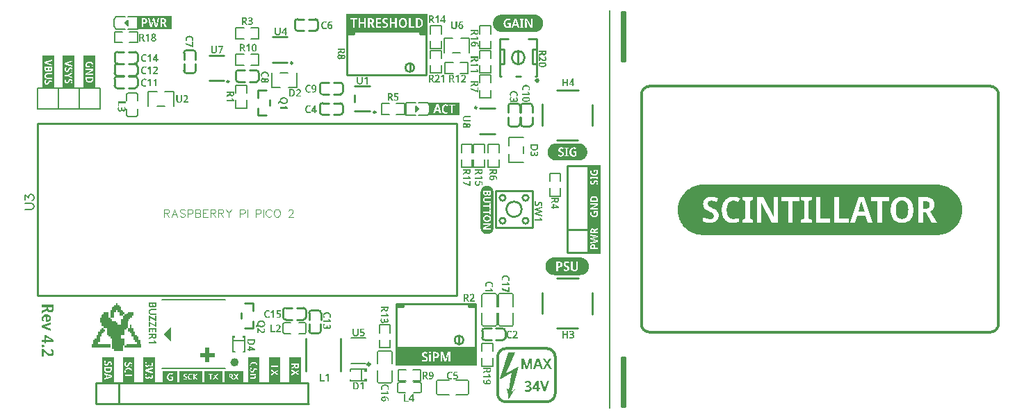
<source format=gto>
G04 Layer: TopSilkscreenLayer*
G04 EasyEDA v6.5.44, 2024-08-29 13:08:05*
G04 16ae97f49be74552a1a67efb210d0a0d,9a5be75d700b4a6385dc1106f27949ae,10*
G04 Gerber Generator version 0.2*
G04 Scale: 100 percent, Rotated: No, Reflected: No *
G04 Dimensions in millimeters *
G04 leading zeros omitted , absolute positions ,4 integer and 5 decimal *
%FSLAX45Y45*%
%MOMM*%

%ADD10C,0.1524*%
%ADD11C,0.1000*%
%ADD12C,0.3000*%
%ADD13C,0.4000*%
%ADD14C,0.2100*%
%ADD15C,0.1520*%
%ADD16C,0.2032*%
%ADD17C,0.2030*%
%ADD18C,0.2540*%
%ADD19C,0.1500*%
%ADD20C,0.5000*%
%ADD21C,0.0109*%

%LPD*%
G36*
X5825693Y-4248810D02*
G01*
X5824829Y-4250385D01*
X5754217Y-4489958D01*
X5730748Y-4570679D01*
X5732221Y-4570171D01*
X5742228Y-4565294D01*
X5846216Y-4511751D01*
X5863539Y-4503115D01*
X5867704Y-4501337D01*
X5863793Y-4533087D01*
X5839053Y-4715611D01*
X5837529Y-4714341D01*
X5832957Y-4708245D01*
X5812129Y-4677460D01*
X5811723Y-4678730D01*
X5813501Y-4692548D01*
X5824372Y-4761687D01*
X5829604Y-4793538D01*
X5832297Y-4807966D01*
X5833313Y-4810302D01*
X5907481Y-4702505D01*
X5910783Y-4697323D01*
X5884519Y-4713732D01*
X5878423Y-4717338D01*
X5874207Y-4719574D01*
X5872581Y-4720132D01*
X5874715Y-4711192D01*
X5892292Y-4645304D01*
X5944717Y-4451654D01*
X5951982Y-4423918D01*
X5953709Y-4416145D01*
X5943396Y-4421428D01*
X5816600Y-4490770D01*
X5806440Y-4496104D01*
X5843371Y-4411522D01*
X5914694Y-4249267D01*
X5901639Y-4248962D01*
G37*
G36*
X1051204Y-3648811D02*
G01*
X1048816Y-3651199D01*
X1048816Y-3667810D01*
X1046429Y-3670249D01*
X1029766Y-3670249D01*
X1027379Y-3672636D01*
X1027379Y-3689248D01*
X1024991Y-3691636D01*
X1008329Y-3691636D01*
X1005941Y-3694023D01*
X1005941Y-3732123D01*
X1003553Y-3734511D01*
X986891Y-3734511D01*
X984503Y-3736898D01*
X984503Y-3820210D01*
X965453Y-3820210D01*
X963066Y-3817823D01*
X963066Y-3758336D01*
X960678Y-3755948D01*
X901192Y-3755948D01*
X898804Y-3758336D01*
X898804Y-3775151D01*
X896569Y-3779062D01*
X879551Y-3779570D01*
X879043Y-3796588D01*
X877366Y-3800856D01*
X877366Y-3817823D01*
X874979Y-3820210D01*
X858316Y-3820210D01*
X855929Y-3822598D01*
X855929Y-3839260D01*
X984503Y-3839260D01*
X984503Y-3820210D01*
X1024991Y-3820210D01*
X1027379Y-3817823D01*
X1027379Y-3758336D01*
X1029766Y-3755948D01*
X1046429Y-3755948D01*
X1048816Y-3753561D01*
X1048816Y-3736898D01*
X1051204Y-3734511D01*
X1067866Y-3734511D01*
X1070254Y-3736898D01*
X1070254Y-3753561D01*
X1072642Y-3755948D01*
X1089253Y-3755948D01*
X1091641Y-3758336D01*
X1091641Y-3796385D01*
X1094028Y-3798824D01*
X1134516Y-3798824D01*
X1134516Y-3779774D01*
X1136904Y-3777386D01*
X1155954Y-3777386D01*
X1155954Y-3796385D01*
X1153566Y-3798824D01*
X1134516Y-3798824D01*
X1134516Y-3839260D01*
X1132128Y-3841648D01*
X1115466Y-3841648D01*
X1113078Y-3844036D01*
X1113078Y-3903573D01*
X1110691Y-3905961D01*
X1072642Y-3905961D01*
X1070254Y-3903573D01*
X1070254Y-3886911D01*
X1067866Y-3884523D01*
X1051204Y-3884523D01*
X1048816Y-3882136D01*
X1048816Y-3865473D01*
X1046429Y-3863086D01*
X1008329Y-3863086D01*
X1005941Y-3860698D01*
X1005941Y-3844036D01*
X1003553Y-3841648D01*
X986891Y-3841648D01*
X984503Y-3839260D01*
X855929Y-3839260D01*
X855929Y-3882136D01*
X858316Y-3884523D01*
X874979Y-3884523D01*
X877366Y-3886911D01*
X877366Y-3924960D01*
X879754Y-3927348D01*
X896416Y-3927348D01*
X898804Y-3929786D01*
X898804Y-3948785D01*
X879754Y-3948785D01*
X877366Y-3951173D01*
X877366Y-3967835D01*
X874979Y-3970223D01*
X858316Y-3970223D01*
X855929Y-3972610D01*
X855929Y-3989273D01*
X853541Y-3991660D01*
X836930Y-3991660D01*
X834542Y-3994048D01*
X834542Y-4032097D01*
X832103Y-4034485D01*
X815492Y-4034485D01*
X813104Y-4036923D01*
X813104Y-4074972D01*
X810717Y-4077360D01*
X794054Y-4077360D01*
X791667Y-4079748D01*
X791667Y-4096410D01*
X789279Y-4098798D01*
X772617Y-4098798D01*
X770229Y-4101185D01*
X770229Y-4139285D01*
X767842Y-4141673D01*
X761898Y-4141673D01*
X759510Y-4144060D01*
X759510Y-4182110D01*
X761898Y-4184497D01*
X982116Y-4184497D01*
X984503Y-4182110D01*
X984503Y-4144060D01*
X982116Y-4141673D01*
X836930Y-4141673D01*
X834542Y-4139285D01*
X834542Y-4122623D01*
X836930Y-4120235D01*
X853541Y-4120235D01*
X855929Y-4117848D01*
X855929Y-4058310D01*
X858316Y-4055922D01*
X874979Y-4055922D01*
X877366Y-4053535D01*
X877366Y-4015486D01*
X879754Y-4013098D01*
X896416Y-4013098D01*
X898804Y-4010710D01*
X898804Y-3994048D01*
X901192Y-3991660D01*
X917854Y-3991660D01*
X920242Y-3989273D01*
X920242Y-3972610D01*
X917854Y-3970223D01*
X901192Y-3970223D01*
X898804Y-3967835D01*
X898804Y-3948785D01*
X939292Y-3948785D01*
X941679Y-3951173D01*
X941679Y-4032097D01*
X944067Y-4034485D01*
X960678Y-4034485D01*
X963066Y-4036923D01*
X963066Y-4053535D01*
X965453Y-4055922D01*
X982116Y-4055922D01*
X984503Y-4058310D01*
X984503Y-4074972D01*
X1113078Y-4074972D01*
X1113078Y-4036923D01*
X1115466Y-4034485D01*
X1153566Y-4034485D01*
X1155954Y-4032097D01*
X1155954Y-3972610D01*
X1158341Y-3970223D01*
X1175004Y-3970223D01*
X1177391Y-3967835D01*
X1177391Y-3951173D01*
X1179779Y-3948785D01*
X1198829Y-3948785D01*
X1198829Y-3989273D01*
X1201216Y-3991660D01*
X1217828Y-3991660D01*
X1220216Y-3994048D01*
X1220216Y-4010710D01*
X1222603Y-4013098D01*
X1239266Y-4013098D01*
X1241653Y-4015486D01*
X1241653Y-4053535D01*
X1244041Y-4055922D01*
X1260703Y-4055922D01*
X1263091Y-4058310D01*
X1263091Y-4096410D01*
X1265478Y-4098798D01*
X1282141Y-4098798D01*
X1284528Y-4101185D01*
X1284528Y-4117848D01*
X1286916Y-4120235D01*
X1303578Y-4120235D01*
X1305966Y-4122623D01*
X1305966Y-4139285D01*
X1303578Y-4141673D01*
X1179779Y-4141673D01*
X1177391Y-4144060D01*
X1177391Y-4160672D01*
X1175004Y-4163060D01*
X1155954Y-4163060D01*
X1155954Y-4079748D01*
X1153566Y-4077360D01*
X1115466Y-4077360D01*
X1113078Y-4074972D01*
X984503Y-4074972D01*
X986891Y-4077360D01*
X1003553Y-4077360D01*
X1005840Y-4079646D01*
X1006195Y-4202938D01*
X1008532Y-4205427D01*
X1025347Y-4205427D01*
X1027379Y-4208272D01*
X1027379Y-4224985D01*
X1029766Y-4227372D01*
X1132128Y-4227372D01*
X1134516Y-4224985D01*
X1134516Y-4165447D01*
X1136904Y-4163060D01*
X1155954Y-4163060D01*
X1155954Y-4182110D01*
X1158341Y-4184497D01*
X1357122Y-4184497D01*
X1359509Y-4182110D01*
X1359509Y-4144060D01*
X1357122Y-4141673D01*
X1351178Y-4141673D01*
X1348790Y-4139285D01*
X1348790Y-4101185D01*
X1346403Y-4098798D01*
X1329791Y-4098798D01*
X1327353Y-4096410D01*
X1327353Y-4058310D01*
X1324965Y-4055922D01*
X1308354Y-4055922D01*
X1305966Y-4053535D01*
X1305966Y-4036923D01*
X1303578Y-4034485D01*
X1286916Y-4034485D01*
X1284528Y-4032097D01*
X1284528Y-3994048D01*
X1282141Y-3991660D01*
X1265478Y-3991660D01*
X1263091Y-3989273D01*
X1263091Y-3951173D01*
X1260703Y-3948785D01*
X1244041Y-3948785D01*
X1241653Y-3946398D01*
X1241653Y-3908348D01*
X1239266Y-3905961D01*
X1222603Y-3905961D01*
X1220216Y-3908348D01*
X1220216Y-3946398D01*
X1217828Y-3948785D01*
X1198829Y-3948785D01*
X1198829Y-3865219D01*
X1201216Y-3860393D01*
X1201216Y-3844086D01*
X1218031Y-3843832D01*
X1220216Y-3839514D01*
X1220216Y-3822598D01*
X1222603Y-3820210D01*
X1239520Y-3820210D01*
X1243838Y-3818026D01*
X1244142Y-3801262D01*
X1260906Y-3801008D01*
X1263091Y-3796639D01*
X1263091Y-3758336D01*
X1260703Y-3755948D01*
X1201013Y-3755948D01*
X1197102Y-3758184D01*
X1196594Y-3775151D01*
X1179576Y-3775710D01*
X1175308Y-3777386D01*
X1155954Y-3777386D01*
X1155954Y-3758336D01*
X1153566Y-3755948D01*
X1136904Y-3755948D01*
X1134516Y-3753561D01*
X1134516Y-3736898D01*
X1132128Y-3734511D01*
X1115466Y-3734511D01*
X1113078Y-3732123D01*
X1113078Y-3694023D01*
X1110691Y-3691636D01*
X1094028Y-3691636D01*
X1091641Y-3689248D01*
X1091641Y-3672636D01*
X1089253Y-3670249D01*
X1072642Y-3670249D01*
X1070254Y-3667810D01*
X1070254Y-3651199D01*
X1067866Y-3648811D01*
G37*
G36*
X8199678Y-2199995D02*
G01*
X8187639Y-2200249D01*
X8175701Y-2200910D01*
X8163915Y-2202078D01*
X8152231Y-2203653D01*
X8140750Y-2205634D01*
X8129371Y-2208072D01*
X8118195Y-2210968D01*
X8107121Y-2214219D01*
X8096300Y-2217877D01*
X8085581Y-2221941D01*
X8075117Y-2226360D01*
X8064855Y-2231136D01*
X8054797Y-2236317D01*
X8044942Y-2241854D01*
X8035340Y-2247747D01*
X8025942Y-2253945D01*
X8016798Y-2260498D01*
X8007908Y-2267356D01*
X7999323Y-2274519D01*
X7990992Y-2281986D01*
X7982915Y-2289759D01*
X7975142Y-2297836D01*
X7967624Y-2306218D01*
X7960461Y-2314803D01*
X7953603Y-2323693D01*
X7947050Y-2332837D01*
X7940852Y-2342184D01*
X7934959Y-2351836D01*
X7929422Y-2361692D01*
X7924292Y-2371750D01*
X7919466Y-2382012D01*
X7915046Y-2392476D01*
X7910982Y-2403144D01*
X7907324Y-2414016D01*
X7904073Y-2425039D01*
X7901228Y-2436266D01*
X7898790Y-2447645D01*
X7896758Y-2459126D01*
X7895183Y-2470810D01*
X7894015Y-2482596D01*
X7893354Y-2494534D01*
X7893100Y-2506522D01*
X7893354Y-2518562D01*
X7894015Y-2530500D01*
X7895183Y-2542286D01*
X7896758Y-2553970D01*
X7898790Y-2565450D01*
X7901228Y-2576830D01*
X7904073Y-2588056D01*
X7907324Y-2599080D01*
X7910982Y-2609951D01*
X7915046Y-2620619D01*
X7919466Y-2631084D01*
X7927519Y-2647746D01*
X8199729Y-2647746D01*
X8199729Y-2595930D01*
X8209584Y-2600147D01*
X8219897Y-2604211D01*
X8230666Y-2608021D01*
X8241893Y-2611678D01*
X8253120Y-2614777D01*
X8264245Y-2617012D01*
X8275218Y-2618333D01*
X8286089Y-2618790D01*
X8293862Y-2618486D01*
X8300872Y-2617571D01*
X8307171Y-2616098D01*
X8312759Y-2613964D01*
X8317636Y-2611170D01*
X8321852Y-2607919D01*
X8325358Y-2604211D01*
X8328253Y-2599994D01*
X8330336Y-2595372D01*
X8331860Y-2590393D01*
X8332774Y-2585110D01*
X8333079Y-2579420D01*
X8332673Y-2573172D01*
X8331504Y-2567482D01*
X8329472Y-2562250D01*
X8326729Y-2557576D01*
X8323224Y-2553106D01*
X8318906Y-2548737D01*
X8313724Y-2544572D01*
X8307679Y-2540558D01*
X8300720Y-2536698D01*
X8292744Y-2532735D01*
X8264398Y-2520289D01*
X8255253Y-2515666D01*
X8246516Y-2510637D01*
X8238083Y-2505252D01*
X8234121Y-2502357D01*
X8230362Y-2499258D01*
X8226806Y-2495956D01*
X8223453Y-2492451D01*
X8217408Y-2484780D01*
X8214664Y-2480614D01*
X8212175Y-2476296D01*
X8209940Y-2471724D01*
X8208060Y-2466898D01*
X8206435Y-2461768D01*
X8205114Y-2456434D01*
X8204098Y-2450795D01*
X8203336Y-2444902D01*
X8202930Y-2438755D01*
X8202777Y-2432354D01*
X8202980Y-2425852D01*
X8203539Y-2419604D01*
X8204504Y-2413558D01*
X8205876Y-2407767D01*
X8207603Y-2402230D01*
X8209788Y-2396896D01*
X8212277Y-2391765D01*
X8215223Y-2386888D01*
X8218474Y-2382266D01*
X8222081Y-2377948D01*
X8225993Y-2373884D01*
X8230209Y-2370124D01*
X8234730Y-2366670D01*
X8239607Y-2363470D01*
X8244789Y-2360574D01*
X8250275Y-2357932D01*
X8255965Y-2355596D01*
X8261908Y-2353614D01*
X8268055Y-2351887D01*
X8274456Y-2350516D01*
X8281060Y-2349398D01*
X8287918Y-2348636D01*
X8295030Y-2348179D01*
X8308441Y-2348128D01*
X8320328Y-2348788D01*
X8331860Y-2350109D01*
X8342934Y-2352090D01*
X8353552Y-2354681D01*
X8363762Y-2357780D01*
X8373668Y-2361387D01*
X8383270Y-2365552D01*
X8387943Y-2367838D01*
X8369909Y-2412288D01*
X8361019Y-2408428D01*
X8352231Y-2404973D01*
X8343493Y-2401976D01*
X8334857Y-2399334D01*
X8326221Y-2397353D01*
X8317687Y-2395931D01*
X8309203Y-2395067D01*
X8300821Y-2394762D01*
X8294370Y-2395067D01*
X8288426Y-2395931D01*
X8283041Y-2397353D01*
X8278215Y-2399334D01*
X8274050Y-2401722D01*
X8270392Y-2404668D01*
X8267293Y-2408072D01*
X8264753Y-2412034D01*
X8262721Y-2416251D01*
X8261299Y-2420874D01*
X8260435Y-2425801D01*
X8260181Y-2431084D01*
X8260537Y-2437079D01*
X8261654Y-2442565D01*
X8263432Y-2447594D01*
X8266023Y-2452166D01*
X8269376Y-2456434D01*
X8273694Y-2460548D01*
X8278926Y-2464562D01*
X8285073Y-2468422D01*
X8299958Y-2476398D01*
X8329879Y-2490978D01*
X8340039Y-2496413D01*
X8349437Y-2502052D01*
X8356144Y-2506522D01*
X8429853Y-2506522D01*
X8430107Y-2494991D01*
X8430869Y-2483815D01*
X8432139Y-2472994D01*
X8433917Y-2462479D01*
X8436203Y-2452319D01*
X8438997Y-2442514D01*
X8441334Y-2435453D01*
X8443976Y-2428646D01*
X8446922Y-2422042D01*
X8450072Y-2415641D01*
X8453577Y-2409494D01*
X8457336Y-2403602D01*
X8461349Y-2397912D01*
X8465667Y-2392476D01*
X8470239Y-2387346D01*
X8475065Y-2382520D01*
X8480145Y-2377998D01*
X8485479Y-2373731D01*
X8491067Y-2369820D01*
X8496909Y-2366162D01*
X8503005Y-2362758D01*
X8509355Y-2359710D01*
X8515959Y-2356967D01*
X8522766Y-2354580D01*
X8529828Y-2352598D01*
X8537092Y-2350922D01*
X8544610Y-2349652D01*
X8552332Y-2348738D01*
X8560308Y-2348230D01*
X8568537Y-2348026D01*
X8579408Y-2348382D01*
X8590432Y-2349347D01*
X8601608Y-2351024D01*
X8608435Y-2352344D01*
X8932011Y-2352344D01*
X9061551Y-2592374D01*
X9063329Y-2592374D01*
X9062313Y-2573578D01*
X9060383Y-2519680D01*
X9060281Y-2352344D01*
X9859111Y-2352344D01*
X9859111Y-2613964D01*
X9977729Y-2613964D01*
X9977729Y-2660700D01*
X9990683Y-2660700D01*
X10094315Y-2351074D01*
X10163911Y-2351074D01*
X10164338Y-2352344D01*
X10465409Y-2352344D01*
X10465409Y-2399080D01*
X10385399Y-2399080D01*
X10385399Y-2505760D01*
X10487253Y-2505760D01*
X10487660Y-2490114D01*
X10488168Y-2482545D01*
X10489844Y-2467965D01*
X10492333Y-2454097D01*
X10495686Y-2440889D01*
X10499852Y-2428443D01*
X10502239Y-2422448D01*
X10504830Y-2416657D01*
X10507675Y-2411018D01*
X10510672Y-2405684D01*
X10513923Y-2400503D01*
X10517428Y-2395575D01*
X10521086Y-2390902D01*
X10524998Y-2386431D01*
X10529112Y-2382164D01*
X10533430Y-2378100D01*
X10537952Y-2374290D01*
X10542727Y-2370683D01*
X10547705Y-2367330D01*
X10552938Y-2364181D01*
X10558373Y-2361285D01*
X10564063Y-2358644D01*
X10570006Y-2356307D01*
X10576102Y-2354275D01*
X10582503Y-2352446D01*
X10589056Y-2350973D01*
X10595914Y-2349703D01*
X10602925Y-2348738D01*
X10610189Y-2348077D01*
X10617708Y-2347671D01*
X10625429Y-2347518D01*
X10633100Y-2347671D01*
X10640517Y-2348077D01*
X10647730Y-2348738D01*
X10654741Y-2349703D01*
X10667598Y-2352344D01*
X10907877Y-2352344D01*
X10920323Y-2352598D01*
X10932058Y-2353462D01*
X10942980Y-2354834D01*
X10953140Y-2356764D01*
X10962487Y-2359202D01*
X10971123Y-2362250D01*
X10977118Y-2364892D01*
X10982756Y-2367838D01*
X10987989Y-2371090D01*
X10992815Y-2374696D01*
X10997285Y-2378608D01*
X11001298Y-2382824D01*
X11004956Y-2387346D01*
X11008207Y-2392222D01*
X11011103Y-2397404D01*
X11013643Y-2402941D01*
X11015776Y-2408783D01*
X11017554Y-2414981D01*
X11018875Y-2421483D01*
X11019840Y-2428341D01*
X11020450Y-2435504D01*
X11020653Y-2443022D01*
X11020196Y-2453894D01*
X11018774Y-2463901D01*
X11017758Y-2468626D01*
X11016488Y-2473096D01*
X11015014Y-2477312D01*
X11013287Y-2481376D01*
X11009325Y-2489047D01*
X11004753Y-2496058D01*
X10999673Y-2502357D01*
X10993983Y-2508046D01*
X10987735Y-2513126D01*
X10981131Y-2517648D01*
X10974273Y-2521610D01*
X10967059Y-2525064D01*
X11050117Y-2660700D01*
X10984331Y-2660700D01*
X10917529Y-2539034D01*
X10879937Y-2539034D01*
X10879937Y-2660700D01*
X10822025Y-2660700D01*
X10822025Y-2352344D01*
X10668050Y-2352446D01*
X10674350Y-2354275D01*
X10680395Y-2356307D01*
X10686237Y-2358644D01*
X10691825Y-2361285D01*
X10697210Y-2364181D01*
X10702391Y-2367330D01*
X10707319Y-2370683D01*
X10712043Y-2374290D01*
X10716514Y-2378100D01*
X10720832Y-2382164D01*
X10728807Y-2390902D01*
X10732465Y-2395575D01*
X10735919Y-2400503D01*
X10739170Y-2405684D01*
X10742168Y-2411018D01*
X10745012Y-2416657D01*
X10747603Y-2422448D01*
X10749940Y-2428494D01*
X10754055Y-2441092D01*
X10757306Y-2454351D01*
X10759744Y-2468270D01*
X10760710Y-2475484D01*
X10761929Y-2490419D01*
X10762335Y-2506014D01*
X10762081Y-2517749D01*
X10761370Y-2529179D01*
X10760202Y-2540152D01*
X10758576Y-2550820D01*
X10756493Y-2561132D01*
X10753953Y-2571038D01*
X10751718Y-2578201D01*
X10749229Y-2585161D01*
X10746486Y-2591816D01*
X10743438Y-2598216D01*
X10740186Y-2604363D01*
X10736630Y-2610307D01*
X10732871Y-2615946D01*
X10728807Y-2621330D01*
X10724388Y-2626512D01*
X10719714Y-2631389D01*
X10714786Y-2635910D01*
X10709554Y-2640126D01*
X10704068Y-2644038D01*
X10698276Y-2647645D01*
X10692231Y-2650896D01*
X10685881Y-2653842D01*
X10679277Y-2656484D01*
X10672368Y-2658719D01*
X10665206Y-2660650D01*
X10657738Y-2662224D01*
X10650016Y-2663444D01*
X10641990Y-2664307D01*
X10633710Y-2664866D01*
X10625175Y-2665018D01*
X10616438Y-2664815D01*
X10608005Y-2664307D01*
X10599826Y-2663393D01*
X10592003Y-2662174D01*
X10584484Y-2660548D01*
X10577271Y-2658567D01*
X10570311Y-2656281D01*
X10563707Y-2653588D01*
X10557357Y-2650591D01*
X10551312Y-2647289D01*
X10545572Y-2643682D01*
X10540085Y-2639720D01*
X10534904Y-2635554D01*
X10529976Y-2631033D01*
X10525353Y-2626207D01*
X10521035Y-2621076D01*
X10516971Y-2615742D01*
X10513161Y-2610104D01*
X10509605Y-2604262D01*
X10506354Y-2598064D01*
X10503357Y-2591663D01*
X10500614Y-2584958D01*
X10498124Y-2577998D01*
X10494518Y-2565857D01*
X10492079Y-2555748D01*
X10490200Y-2545283D01*
X10488726Y-2534462D01*
X10487761Y-2523236D01*
X10487253Y-2505760D01*
X10385399Y-2505760D01*
X10385399Y-2660700D01*
X10327233Y-2660700D01*
X10327233Y-2399080D01*
X10246969Y-2399080D01*
X10246969Y-2352344D01*
X10164338Y-2352344D01*
X10268051Y-2660700D01*
X10205821Y-2660700D01*
X10182199Y-2579166D01*
X10076789Y-2579166D01*
X10052913Y-2660700D01*
X9801199Y-2660700D01*
X9801199Y-2352344D01*
X9633305Y-2352344D01*
X9633305Y-2613964D01*
X9751923Y-2613964D01*
X9751923Y-2660700D01*
X9575393Y-2660700D01*
X9575393Y-2352344D01*
X9524339Y-2352344D01*
X9524339Y-2383840D01*
X9489541Y-2398064D01*
X9489541Y-2615234D01*
X9524339Y-2629204D01*
X9524339Y-2660700D01*
X9396323Y-2660700D01*
X9396323Y-2629204D01*
X9431629Y-2615234D01*
X9431629Y-2398064D01*
X9396323Y-2383840D01*
X9396323Y-2352344D01*
X9374733Y-2352344D01*
X9374733Y-2399080D01*
X9294723Y-2399080D01*
X9294723Y-2660700D01*
X9236557Y-2660700D01*
X9236557Y-2399080D01*
X9156039Y-2399080D01*
X9156039Y-2352344D01*
X9112605Y-2352344D01*
X9112605Y-2660700D01*
X9039453Y-2660700D01*
X8909659Y-2418892D01*
X8907881Y-2418892D01*
X8908643Y-2438958D01*
X8910929Y-2482900D01*
X8911132Y-2499664D01*
X8911183Y-2660700D01*
X8859367Y-2660700D01*
X8859367Y-2352344D01*
X8808567Y-2352344D01*
X8808567Y-2383840D01*
X8773515Y-2398064D01*
X8773515Y-2615234D01*
X8808567Y-2629204D01*
X8808567Y-2660700D01*
X8680297Y-2660700D01*
X8680297Y-2629204D01*
X8715603Y-2615234D01*
X8715603Y-2398064D01*
X8680297Y-2383840D01*
X8680297Y-2352344D01*
X8608435Y-2352344D01*
X8618626Y-2354834D01*
X8629345Y-2358085D01*
X8639352Y-2361844D01*
X8648700Y-2366060D01*
X8653119Y-2368346D01*
X8633561Y-2413812D01*
X8618270Y-2406802D01*
X8602319Y-2400604D01*
X8594090Y-2398064D01*
X8585606Y-2396236D01*
X8576919Y-2395118D01*
X8568029Y-2394762D01*
X8559190Y-2395220D01*
X8550808Y-2396642D01*
X8542832Y-2399030D01*
X8535263Y-2402382D01*
X8528151Y-2406751D01*
X8521649Y-2411984D01*
X8515705Y-2418029D01*
X8510371Y-2424988D01*
X8507882Y-2428748D01*
X8503462Y-2436876D01*
X8499652Y-2445664D01*
X8496452Y-2455265D01*
X8493861Y-2465578D01*
X8491880Y-2476652D01*
X8490559Y-2488336D01*
X8489848Y-2500630D01*
X8489899Y-2515565D01*
X8490305Y-2523794D01*
X8491931Y-2539339D01*
X8493150Y-2546654D01*
X8494623Y-2553665D01*
X8496401Y-2560320D01*
X8498433Y-2566720D01*
X8500719Y-2572766D01*
X8503310Y-2578455D01*
X8506206Y-2583789D01*
X8509355Y-2588768D01*
X8512810Y-2593390D01*
X8516518Y-2597607D01*
X8520531Y-2601518D01*
X8524849Y-2605074D01*
X8529421Y-2608173D01*
X8534298Y-2610866D01*
X8539429Y-2613101D01*
X8544864Y-2614980D01*
X8550554Y-2616403D01*
X8556498Y-2617470D01*
X8562746Y-2618079D01*
X8569299Y-2618282D01*
X8578494Y-2618028D01*
X8587638Y-2617266D01*
X8596680Y-2615996D01*
X8605621Y-2614218D01*
X8614511Y-2612034D01*
X8623452Y-2609443D01*
X8632444Y-2606548D01*
X8641435Y-2603296D01*
X8641435Y-2650286D01*
X8632444Y-2653944D01*
X8623401Y-2657043D01*
X8614156Y-2659532D01*
X8604859Y-2661462D01*
X8595156Y-2663037D01*
X8584996Y-2664104D01*
X8574227Y-2664815D01*
X8562949Y-2665018D01*
X8555482Y-2664866D01*
X8548217Y-2664460D01*
X8541207Y-2663799D01*
X8534400Y-2662834D01*
X8527846Y-2661615D01*
X8521496Y-2660142D01*
X8515350Y-2658364D01*
X8509406Y-2656332D01*
X8503716Y-2653995D01*
X8498281Y-2651455D01*
X8493048Y-2648559D01*
X8488019Y-2645460D01*
X8483142Y-2642057D01*
X8474100Y-2634589D01*
X8469934Y-2630525D01*
X8465921Y-2626207D01*
X8458606Y-2617012D01*
X8455253Y-2612034D01*
X8452154Y-2606903D01*
X8449259Y-2601518D01*
X8446566Y-2595930D01*
X8441791Y-2584094D01*
X8437829Y-2571546D01*
X8434679Y-2558288D01*
X8432292Y-2544368D01*
X8430717Y-2529738D01*
X8429955Y-2514447D01*
X8429853Y-2506522D01*
X8356144Y-2506522D01*
X8361883Y-2510790D01*
X8365591Y-2513939D01*
X8369046Y-2517241D01*
X8372246Y-2520696D01*
X8377936Y-2528011D01*
X8382609Y-2535986D01*
X8384540Y-2540152D01*
X8386267Y-2544622D01*
X8387689Y-2549296D01*
X8389823Y-2559405D01*
X8390839Y-2570480D01*
X8390991Y-2576372D01*
X8390788Y-2583129D01*
X8390178Y-2589631D01*
X8389213Y-2595880D01*
X8387892Y-2601874D01*
X8386114Y-2607665D01*
X8383981Y-2613253D01*
X8381441Y-2618536D01*
X8378545Y-2623616D01*
X8375294Y-2628442D01*
X8371687Y-2632964D01*
X8367725Y-2637180D01*
X8363407Y-2641142D01*
X8358733Y-2644800D01*
X8353653Y-2648204D01*
X8348268Y-2651302D01*
X8342477Y-2654096D01*
X8336280Y-2656636D01*
X8329726Y-2658872D01*
X8322818Y-2660751D01*
X8315553Y-2662275D01*
X8307933Y-2663494D01*
X8300008Y-2664358D01*
X8291677Y-2664866D01*
X8283041Y-2665018D01*
X8266785Y-2664510D01*
X8251545Y-2662986D01*
X8244281Y-2661970D01*
X8237321Y-2660650D01*
X8230565Y-2659024D01*
X8217814Y-2655112D01*
X8205622Y-2650439D01*
X8199729Y-2647746D01*
X7927519Y-2647746D01*
X7932166Y-2656382D01*
X7937855Y-2666085D01*
X7943900Y-2675585D01*
X7950301Y-2684881D01*
X7957007Y-2693873D01*
X7964017Y-2702610D01*
X7971332Y-2711094D01*
X7978952Y-2719324D01*
X7986877Y-2727248D01*
X7995107Y-2734868D01*
X8003590Y-2742184D01*
X8012328Y-2749245D01*
X8021370Y-2755950D01*
X8030616Y-2762300D01*
X8040116Y-2768346D01*
X8049818Y-2774035D01*
X8059775Y-2779420D01*
X8069986Y-2784398D01*
X8080349Y-2789021D01*
X8090916Y-2793238D01*
X8101685Y-2797098D01*
X8112658Y-2800553D01*
X8123732Y-2803652D01*
X8135061Y-2806293D01*
X8146491Y-2808528D01*
X8158073Y-2810306D01*
X8169808Y-2811678D01*
X8181644Y-2812592D01*
X8193633Y-2813050D01*
X11049965Y-2813100D01*
X11062004Y-2812846D01*
X11073942Y-2812186D01*
X11085728Y-2811018D01*
X11097412Y-2809443D01*
X11108893Y-2807462D01*
X11120272Y-2805023D01*
X11131448Y-2802128D01*
X11142522Y-2798876D01*
X11153343Y-2795219D01*
X11164062Y-2791155D01*
X11174526Y-2786735D01*
X11184788Y-2781960D01*
X11194846Y-2776778D01*
X11204702Y-2771241D01*
X11214303Y-2765348D01*
X11223701Y-2759151D01*
X11232845Y-2752598D01*
X11241735Y-2745740D01*
X11250320Y-2738577D01*
X11258651Y-2731109D01*
X11266728Y-2723337D01*
X11274501Y-2715260D01*
X11282019Y-2706878D01*
X11289182Y-2698292D01*
X11296040Y-2689402D01*
X11302593Y-2680258D01*
X11308791Y-2670911D01*
X11314684Y-2661259D01*
X11320221Y-2651404D01*
X11325352Y-2641346D01*
X11330178Y-2631084D01*
X11334597Y-2620619D01*
X11338661Y-2609951D01*
X11342319Y-2599080D01*
X11345570Y-2588056D01*
X11348415Y-2576830D01*
X11350853Y-2565450D01*
X11352885Y-2553970D01*
X11354460Y-2542286D01*
X11355628Y-2530500D01*
X11356289Y-2518562D01*
X11356543Y-2506522D01*
X11356289Y-2494534D01*
X11355628Y-2482596D01*
X11354460Y-2470810D01*
X11352885Y-2459126D01*
X11350853Y-2447645D01*
X11348415Y-2436266D01*
X11345570Y-2425039D01*
X11342319Y-2414016D01*
X11338661Y-2403144D01*
X11334597Y-2392476D01*
X11330178Y-2382012D01*
X11325352Y-2371750D01*
X11320221Y-2361692D01*
X11314684Y-2351836D01*
X11308791Y-2342184D01*
X11302593Y-2332837D01*
X11296040Y-2323693D01*
X11289182Y-2314803D01*
X11282019Y-2306218D01*
X11274501Y-2297836D01*
X11266728Y-2289759D01*
X11258651Y-2281986D01*
X11250320Y-2274519D01*
X11241735Y-2267356D01*
X11232845Y-2260498D01*
X11223701Y-2253945D01*
X11214303Y-2247747D01*
X11204702Y-2241854D01*
X11194846Y-2236317D01*
X11184788Y-2231136D01*
X11174526Y-2226360D01*
X11164062Y-2221941D01*
X11153343Y-2217877D01*
X11142522Y-2214219D01*
X11131448Y-2210968D01*
X11120272Y-2208072D01*
X11108893Y-2205634D01*
X11097412Y-2203653D01*
X11085728Y-2202078D01*
X11073942Y-2200910D01*
X11062004Y-2200249D01*
X11049965Y-2199995D01*
G37*
G36*
X10625429Y-2394254D02*
G01*
X10618774Y-2394458D01*
X10612475Y-2395118D01*
X10606481Y-2396134D01*
X10600791Y-2397607D01*
X10595406Y-2399538D01*
X10590377Y-2401824D01*
X10585653Y-2404567D01*
X10581233Y-2407716D01*
X10577118Y-2411222D01*
X10573258Y-2415082D01*
X10569752Y-2419299D01*
X10566501Y-2423922D01*
X10563504Y-2428900D01*
X10560862Y-2434234D01*
X10558424Y-2439974D01*
X10556341Y-2446070D01*
X10554563Y-2452522D01*
X10552988Y-2459228D01*
X10551668Y-2466289D01*
X10550601Y-2473655D01*
X10549178Y-2489200D01*
X10548823Y-2497480D01*
X10548823Y-2514600D01*
X10549178Y-2522931D01*
X10550601Y-2538577D01*
X10551668Y-2545943D01*
X10552988Y-2553004D01*
X10554563Y-2559761D01*
X10556341Y-2566212D01*
X10558424Y-2572258D01*
X10560862Y-2577947D01*
X10563504Y-2583281D01*
X10566501Y-2588260D01*
X10569752Y-2592882D01*
X10573258Y-2597099D01*
X10577118Y-2601010D01*
X10581233Y-2604566D01*
X10585653Y-2607716D01*
X10590326Y-2610459D01*
X10595356Y-2612745D01*
X10600690Y-2614676D01*
X10606379Y-2616149D01*
X10612323Y-2617165D01*
X10618571Y-2617825D01*
X10625175Y-2618028D01*
X10631678Y-2617825D01*
X10637875Y-2617165D01*
X10643768Y-2616149D01*
X10649356Y-2614676D01*
X10654639Y-2612745D01*
X10659618Y-2610459D01*
X10664240Y-2607716D01*
X10668609Y-2604566D01*
X10672724Y-2601010D01*
X10676534Y-2597099D01*
X10680039Y-2592882D01*
X10683290Y-2588260D01*
X10686186Y-2583281D01*
X10688828Y-2577947D01*
X10691164Y-2572258D01*
X10693247Y-2566212D01*
X10695076Y-2559761D01*
X10696702Y-2553004D01*
X10699140Y-2538577D01*
X10700004Y-2530906D01*
X10700613Y-2522931D01*
X10701121Y-2506014D01*
X10700613Y-2489250D01*
X10700004Y-2481376D01*
X10699140Y-2473756D01*
X10698022Y-2466441D01*
X10695076Y-2452776D01*
X10693196Y-2446426D01*
X10691114Y-2440330D01*
X10688777Y-2434590D01*
X10686186Y-2429103D01*
X10683341Y-2423972D01*
X10680242Y-2419248D01*
X10676839Y-2414879D01*
X10673130Y-2410968D01*
X10669117Y-2407462D01*
X10664748Y-2404364D01*
X10660075Y-2401671D01*
X10655096Y-2399436D01*
X10649813Y-2397556D01*
X10644174Y-2396134D01*
X10638231Y-2395067D01*
X10631982Y-2394458D01*
G37*
G36*
X10129367Y-2396032D02*
G01*
X10126116Y-2411730D01*
X10122509Y-2426766D01*
X10115651Y-2452166D01*
X10091521Y-2531668D01*
X10168229Y-2531668D01*
X10143591Y-2452166D01*
X10136327Y-2425547D01*
G37*
G36*
X10879937Y-2398572D02*
G01*
X10879937Y-2493568D01*
X10906099Y-2493568D01*
X10915192Y-2493213D01*
X10923473Y-2492197D01*
X10930940Y-2490419D01*
X10937595Y-2487980D01*
X10943285Y-2484831D01*
X10948263Y-2481072D01*
X10952429Y-2476601D01*
X10955883Y-2471470D01*
X10958525Y-2465781D01*
X10960455Y-2459482D01*
X10961573Y-2452471D01*
X10961979Y-2444800D01*
X10961573Y-2436825D01*
X10960455Y-2429713D01*
X10958525Y-2423363D01*
X10955883Y-2417876D01*
X10952429Y-2413152D01*
X10948212Y-2409088D01*
X10943132Y-2405786D01*
X10937341Y-2403144D01*
X10930636Y-2401163D01*
X10923117Y-2399690D01*
X10914634Y-2398877D01*
X10905337Y-2398572D01*
G37*
G36*
X3851859Y-117094D02*
G01*
X3851859Y-167843D01*
X4027678Y-167843D01*
X4027678Y-214071D01*
X4071620Y-214071D01*
X4071620Y-167843D01*
X4279900Y-167843D01*
X4279900Y-185115D01*
X4239768Y-185115D01*
X4239768Y-214071D01*
X4277360Y-214071D01*
X4277360Y-231343D01*
X4239768Y-231343D01*
X4239768Y-264871D01*
X4279900Y-264871D01*
X4279900Y-277317D01*
X4295394Y-277317D01*
X4295394Y-258013D01*
X4303014Y-261112D01*
X4315307Y-265074D01*
X4319371Y-265938D01*
X4323435Y-266446D01*
X4327398Y-266649D01*
X4330293Y-266547D01*
X4332935Y-266192D01*
X4335272Y-265633D01*
X4337304Y-264871D01*
X4340656Y-262483D01*
X4342028Y-261112D01*
X4343146Y-259537D01*
X4344466Y-256133D01*
X4344822Y-254254D01*
X4344771Y-249834D01*
X4344365Y-247650D01*
X4343654Y-245617D01*
X4342638Y-243789D01*
X4341317Y-242163D01*
X4339691Y-240588D01*
X4335526Y-237693D01*
X4329988Y-234797D01*
X4323080Y-231851D01*
X4316018Y-228447D01*
X4312716Y-226567D01*
X4306722Y-222300D01*
X4304131Y-219760D01*
X4301896Y-216966D01*
X4299966Y-213817D01*
X4298492Y-210312D01*
X4297476Y-206451D01*
X4296867Y-202184D01*
X4296664Y-197561D01*
X4296918Y-192786D01*
X4297781Y-188417D01*
X4299204Y-184404D01*
X4301236Y-180797D01*
X4303776Y-177444D01*
X4306773Y-174498D01*
X4310227Y-171958D01*
X4314190Y-169875D01*
X4318508Y-168300D01*
X4323181Y-167182D01*
X4328160Y-166522D01*
X4333494Y-166319D01*
X4342333Y-166725D01*
X4349257Y-167843D01*
X4407154Y-167843D01*
X4407154Y-214071D01*
X4451350Y-214071D01*
X4451350Y-167843D01*
X4472940Y-167843D01*
X4472940Y-224739D01*
X4494784Y-224739D01*
X4495139Y-216103D01*
X4496155Y-208076D01*
X4497933Y-200609D01*
X4500372Y-193751D01*
X4503521Y-187604D01*
X4507331Y-182168D01*
X4511903Y-177444D01*
X4517136Y-173431D01*
X4523232Y-170180D01*
X4530090Y-167894D01*
X4537710Y-166522D01*
X4546092Y-166065D01*
X4554321Y-166522D01*
X4561561Y-167843D01*
X4736846Y-167843D01*
X4744923Y-168249D01*
X4752441Y-169418D01*
X4759401Y-171399D01*
X4765802Y-174193D01*
X4771542Y-177850D01*
X4776571Y-182168D01*
X4780940Y-187248D01*
X4784598Y-192989D01*
X4787392Y-199593D01*
X4789373Y-206959D01*
X4790541Y-215087D01*
X4790948Y-223977D01*
X4790490Y-233121D01*
X4789220Y-241503D01*
X4787087Y-249123D01*
X4784090Y-255981D01*
X4780381Y-262026D01*
X4775911Y-267309D01*
X4770628Y-271830D01*
X4764532Y-275539D01*
X4757826Y-278434D01*
X4750511Y-280466D01*
X4742484Y-281736D01*
X4733798Y-282143D01*
X4702556Y-282143D01*
X4702556Y-167843D01*
X4640326Y-167843D01*
X4640326Y-264871D01*
X4684268Y-264871D01*
X4684268Y-282143D01*
X4618736Y-282143D01*
X4618736Y-167843D01*
X4561840Y-167894D01*
X4568545Y-170180D01*
X4574540Y-173431D01*
X4579772Y-177444D01*
X4584293Y-182219D01*
X4588154Y-187756D01*
X4591304Y-194005D01*
X4593640Y-200863D01*
X4595317Y-208279D01*
X4596282Y-216255D01*
X4596638Y-224739D01*
X4596434Y-231292D01*
X4595876Y-237490D01*
X4594910Y-243332D01*
X4593590Y-248869D01*
X4591862Y-254101D01*
X4589729Y-259029D01*
X4587138Y-263499D01*
X4584192Y-267665D01*
X4580890Y-271373D01*
X4577181Y-274574D01*
X4573016Y-277317D01*
X4568444Y-279603D01*
X4563414Y-281381D01*
X4557979Y-282651D01*
X4552086Y-283413D01*
X4545838Y-283667D01*
X4539488Y-283413D01*
X4533595Y-282651D01*
X4528159Y-281381D01*
X4523232Y-279603D01*
X4518609Y-277215D01*
X4514392Y-274370D01*
X4510582Y-271119D01*
X4507230Y-267411D01*
X4504334Y-263398D01*
X4501845Y-258927D01*
X4499660Y-254101D01*
X4497832Y-248869D01*
X4496511Y-243230D01*
X4495546Y-237337D01*
X4494987Y-231190D01*
X4494784Y-224739D01*
X4472940Y-224739D01*
X4472940Y-282143D01*
X4451350Y-282143D01*
X4451350Y-231343D01*
X4407154Y-231343D01*
X4407154Y-282143D01*
X4385564Y-282143D01*
X4385564Y-167843D01*
X4349257Y-167843D01*
X4354372Y-169214D01*
X4358132Y-170484D01*
X4365244Y-173685D01*
X4358386Y-190195D01*
X4351985Y-187452D01*
X4345432Y-185369D01*
X4339132Y-183997D01*
X4332986Y-183591D01*
X4328363Y-183997D01*
X4326382Y-184556D01*
X4323029Y-186232D01*
X4321657Y-187248D01*
X4319524Y-189941D01*
X4318203Y-193243D01*
X4317847Y-195072D01*
X4317898Y-199237D01*
X4318304Y-201269D01*
X4319016Y-203200D01*
X4320032Y-204927D01*
X4321251Y-206400D01*
X4322826Y-207873D01*
X4327144Y-210769D01*
X4339590Y-217373D01*
X4347413Y-221284D01*
X4354068Y-225501D01*
X4356912Y-227736D01*
X4359402Y-230225D01*
X4361484Y-232968D01*
X4363212Y-235915D01*
X4364532Y-239115D01*
X4365498Y-242671D01*
X4366056Y-246634D01*
X4366260Y-250901D01*
X4365955Y-255778D01*
X4365091Y-260350D01*
X4363669Y-264566D01*
X4361688Y-268427D01*
X4359148Y-271881D01*
X4356049Y-274929D01*
X4352391Y-277622D01*
X4348226Y-279857D01*
X4343501Y-281533D01*
X4338320Y-282702D01*
X4332579Y-283413D01*
X4323283Y-283616D01*
X4317441Y-283210D01*
X4311954Y-282549D01*
X4306874Y-281533D01*
X4302150Y-280060D01*
X4295394Y-277317D01*
X4279900Y-277317D01*
X4279900Y-282143D01*
X4218432Y-282143D01*
X4218432Y-167843D01*
X4152137Y-167843D01*
X4158945Y-168046D01*
X4165092Y-168757D01*
X4170629Y-169976D01*
X4175506Y-171653D01*
X4179773Y-173634D01*
X4183481Y-176123D01*
X4186631Y-179120D01*
X4189222Y-182575D01*
X4191203Y-186588D01*
X4192625Y-191058D01*
X4193489Y-195986D01*
X4193794Y-201371D01*
X4193590Y-205384D01*
X4193082Y-209143D01*
X4192219Y-212648D01*
X4191000Y-215849D01*
X4189577Y-218643D01*
X4187951Y-221183D01*
X4186021Y-223469D01*
X4181551Y-227431D01*
X4176572Y-230581D01*
X4173982Y-231851D01*
X4204716Y-282143D01*
X4180332Y-282143D01*
X4155694Y-236931D01*
X4141724Y-236931D01*
X4141724Y-282143D01*
X4120134Y-282143D01*
X4120134Y-167843D01*
X4093210Y-167843D01*
X4093210Y-282143D01*
X4071620Y-282143D01*
X4071620Y-231343D01*
X4027678Y-231343D01*
X4027678Y-282143D01*
X4006087Y-282143D01*
X4006087Y-167843D01*
X3989832Y-167843D01*
X3989832Y-185115D01*
X3960368Y-185115D01*
X3960368Y-282143D01*
X3938778Y-282143D01*
X3938778Y-185115D01*
X3909060Y-185115D01*
X3909060Y-167843D01*
X3851859Y-167843D01*
X3851859Y-332943D01*
X4848148Y-332943D01*
X4848148Y-117094D01*
G37*
G36*
X4546092Y-183337D02*
G01*
X4541266Y-183642D01*
X4536897Y-184607D01*
X4532985Y-186182D01*
X4529582Y-188417D01*
X4526635Y-191109D01*
X4524095Y-194360D01*
X4522063Y-198221D01*
X4520438Y-202641D01*
X4519218Y-207416D01*
X4518355Y-212699D01*
X4517796Y-218490D01*
X4517644Y-224739D01*
X4517796Y-230987D01*
X4518355Y-236778D01*
X4519218Y-242163D01*
X4520438Y-247091D01*
X4522063Y-251510D01*
X4524095Y-255320D01*
X4526635Y-258622D01*
X4529582Y-261315D01*
X4532985Y-263499D01*
X4536795Y-265125D01*
X4541113Y-266039D01*
X4545838Y-266395D01*
X4550562Y-266039D01*
X4554829Y-265125D01*
X4558690Y-263499D01*
X4562094Y-261315D01*
X4564938Y-258622D01*
X4567428Y-255320D01*
X4569510Y-251510D01*
X4571238Y-247091D01*
X4572457Y-242163D01*
X4573320Y-236778D01*
X4573828Y-230987D01*
X4574032Y-224739D01*
X4573625Y-215595D01*
X4572355Y-207517D01*
X4570323Y-200507D01*
X4567428Y-194513D01*
X4563618Y-189585D01*
X4558792Y-186131D01*
X4552950Y-183997D01*
G37*
G36*
X4723892Y-184861D02*
G01*
X4723892Y-265125D01*
X4734306Y-265125D01*
X4742484Y-264464D01*
X4749546Y-262585D01*
X4755438Y-259384D01*
X4760214Y-254965D01*
X4763871Y-249224D01*
X4766513Y-242265D01*
X4768088Y-233984D01*
X4768596Y-224485D01*
X4768342Y-218033D01*
X4767681Y-212140D01*
X4766564Y-206857D01*
X4765040Y-202133D01*
X4763008Y-197967D01*
X4760569Y-194411D01*
X4757674Y-191516D01*
X4754372Y-189179D01*
X4750612Y-187299D01*
X4746447Y-185928D01*
X4741824Y-185115D01*
X4736846Y-184861D01*
G37*
G36*
X4141724Y-185115D02*
G01*
X4141724Y-220167D01*
X4154779Y-220014D01*
X4157827Y-219659D01*
X4160621Y-218998D01*
X4163060Y-218135D01*
X4165193Y-216966D01*
X4167073Y-215595D01*
X4168648Y-213918D01*
X4169918Y-212039D01*
X4170781Y-209905D01*
X4171442Y-207517D01*
X4171950Y-202133D01*
X4171442Y-196443D01*
X4170781Y-194157D01*
X4169918Y-192227D01*
X4168648Y-190449D01*
X4167073Y-188925D01*
X4165193Y-187655D01*
X4163060Y-186639D01*
X4157675Y-185470D01*
X4151122Y-185115D01*
G37*
G36*
X1308811Y-142798D02*
G01*
X1308811Y-168300D01*
X1461160Y-168300D01*
X1475892Y-236677D01*
X1478635Y-251663D01*
X1479448Y-257708D01*
X1483461Y-236728D01*
X1499514Y-168300D01*
X1519072Y-168300D01*
X1535582Y-237083D01*
X1538478Y-251663D01*
X1539392Y-257708D01*
X1541526Y-244144D01*
X1557934Y-168300D01*
X1622704Y-168300D01*
X1629156Y-168503D01*
X1634998Y-169113D01*
X1640332Y-170129D01*
X1645056Y-171602D01*
X1649069Y-173583D01*
X1652574Y-176022D01*
X1655572Y-178917D01*
X1658010Y-182270D01*
X1659889Y-186029D01*
X1661210Y-190347D01*
X1662023Y-195072D01*
X1662328Y-200304D01*
X1662175Y-204063D01*
X1661668Y-207619D01*
X1660906Y-210820D01*
X1659788Y-213766D01*
X1658366Y-216458D01*
X1656791Y-218897D01*
X1654962Y-221132D01*
X1652930Y-223164D01*
X1648409Y-226567D01*
X1643532Y-229260D01*
X1672742Y-277012D01*
X1649628Y-277012D01*
X1626006Y-234086D01*
X1612798Y-234086D01*
X1612798Y-277012D01*
X1592224Y-277012D01*
X1592224Y-168300D01*
X1578000Y-168300D01*
X1551838Y-277012D01*
X1528724Y-277012D01*
X1513078Y-210515D01*
X1509420Y-190652D01*
X1505712Y-210616D01*
X1490116Y-277012D01*
X1467002Y-277012D01*
X1440840Y-168300D01*
X1394612Y-168300D01*
X1403858Y-168808D01*
X1411782Y-170434D01*
X1418437Y-173126D01*
X1423822Y-176936D01*
X1427784Y-181762D01*
X1430680Y-187452D01*
X1432356Y-193954D01*
X1432966Y-201320D01*
X1432712Y-205943D01*
X1432052Y-210413D01*
X1430934Y-214680D01*
X1429410Y-218846D01*
X1427175Y-222707D01*
X1424381Y-226212D01*
X1420977Y-229311D01*
X1416964Y-232054D01*
X1412240Y-234137D01*
X1406702Y-235661D01*
X1400403Y-236575D01*
X1393342Y-236880D01*
X1383690Y-236880D01*
X1383690Y-277012D01*
X1363116Y-277012D01*
X1363116Y-168300D01*
X1308811Y-168300D01*
X1308811Y-302412D01*
X1727149Y-302412D01*
X1727149Y-142798D01*
G37*
G36*
X1383690Y-184302D02*
G01*
X1383690Y-220878D01*
X1394460Y-220725D01*
X1397457Y-220370D01*
X1402740Y-218846D01*
X1404874Y-217779D01*
X1406804Y-216408D01*
X1408430Y-214731D01*
X1409852Y-212750D01*
X1410970Y-210566D01*
X1411732Y-208025D01*
X1412240Y-205232D01*
X1412392Y-202082D01*
X1412087Y-197916D01*
X1411224Y-194310D01*
X1409801Y-191312D01*
X1407820Y-188874D01*
X1405229Y-186842D01*
X1402029Y-185420D01*
X1398219Y-184556D01*
X1393850Y-184302D01*
G37*
G36*
X1612798Y-184556D02*
G01*
X1612798Y-218084D01*
X1625193Y-217932D01*
X1628139Y-217576D01*
X1630781Y-216916D01*
X1633118Y-216052D01*
X1635099Y-214934D01*
X1636826Y-213563D01*
X1638300Y-211988D01*
X1639468Y-210210D01*
X1640433Y-208178D01*
X1641144Y-205943D01*
X1641602Y-203504D01*
X1641754Y-200812D01*
X1641602Y-198018D01*
X1641144Y-195478D01*
X1640433Y-193192D01*
X1639468Y-191160D01*
X1638300Y-189484D01*
X1636776Y-188112D01*
X1634998Y-186944D01*
X1632864Y-186080D01*
X1627886Y-184912D01*
X1621688Y-184556D01*
G37*
G36*
X4454855Y-4192066D02*
G01*
X4454855Y-4352290D01*
X4778756Y-4352290D01*
X4778756Y-4332986D01*
X4786172Y-4336084D01*
X4798415Y-4340047D01*
X4802581Y-4340910D01*
X4806696Y-4341469D01*
X4813655Y-4341520D01*
X4816297Y-4341164D01*
X4818634Y-4340606D01*
X4820666Y-4339844D01*
X4823968Y-4337507D01*
X4825238Y-4336084D01*
X4827016Y-4332884D01*
X4827930Y-4329226D01*
X4827879Y-4324807D01*
X4827473Y-4322622D01*
X4826762Y-4320641D01*
X4825746Y-4318762D01*
X4824425Y-4317136D01*
X4822850Y-4315612D01*
X4818634Y-4312666D01*
X4813096Y-4309821D01*
X4806188Y-4306824D01*
X4799330Y-4303471D01*
X4792980Y-4299458D01*
X4790084Y-4297273D01*
X4787544Y-4294784D01*
X4785258Y-4291939D01*
X4783328Y-4288790D01*
X4781753Y-4285284D01*
X4780686Y-4281424D01*
X4779975Y-4277156D01*
X4779772Y-4272534D01*
X4780076Y-4267758D01*
X4780940Y-4263390D01*
X4782362Y-4259376D01*
X4784344Y-4255770D01*
X4786985Y-4252417D01*
X4789982Y-4249470D01*
X4793437Y-4246981D01*
X4797298Y-4244848D01*
X4801666Y-4243273D01*
X4806391Y-4242206D01*
X4811420Y-4241495D01*
X4816856Y-4241292D01*
X4821326Y-4241393D01*
X4829708Y-4242308D01*
X4833620Y-4243070D01*
X4841240Y-4245508D01*
X4845696Y-4247388D01*
X4866132Y-4247388D01*
X4866335Y-4244695D01*
X4867046Y-4242460D01*
X4868113Y-4240631D01*
X4869688Y-4239260D01*
X4871415Y-4238244D01*
X4873396Y-4237532D01*
X4875479Y-4237126D01*
X4877816Y-4236974D01*
X4880152Y-4237126D01*
X4882286Y-4237532D01*
X4884216Y-4238244D01*
X4885944Y-4239260D01*
X4887366Y-4240631D01*
X4888530Y-4242816D01*
X5036312Y-4242816D01*
X5063490Y-4332732D01*
X5063998Y-4332732D01*
X5091684Y-4242816D01*
X5121402Y-4242816D01*
X5121402Y-4357116D01*
X5101082Y-4357116D01*
X5101132Y-4291279D01*
X5101488Y-4278782D01*
X5102352Y-4263644D01*
X5101590Y-4263644D01*
X5072888Y-4357116D01*
X5053330Y-4357116D01*
X5025390Y-4263390D01*
X5024882Y-4263390D01*
X5026152Y-4294936D01*
X5026152Y-4357116D01*
X5006848Y-4357116D01*
X5006848Y-4242816D01*
X4946142Y-4242816D01*
X4955895Y-4243425D01*
X4964226Y-4245152D01*
X4971237Y-4248099D01*
X4976876Y-4252214D01*
X4981092Y-4257243D01*
X4984140Y-4263186D01*
X4985918Y-4270095D01*
X4986528Y-4277868D01*
X4986274Y-4282643D01*
X4985562Y-4287266D01*
X4984394Y-4291787D01*
X4982718Y-4296156D01*
X4980482Y-4300169D01*
X4977587Y-4303776D01*
X4973980Y-4307027D01*
X4969764Y-4309872D01*
X4964785Y-4312107D01*
X4958994Y-4313682D01*
X4952339Y-4314647D01*
X4944872Y-4314952D01*
X4934712Y-4314952D01*
X4934712Y-4357116D01*
X4913376Y-4357116D01*
X4913376Y-4242816D01*
X4888530Y-4242816D01*
X4889042Y-4244695D01*
X4889246Y-4247388D01*
X4889042Y-4250080D01*
X4888433Y-4252417D01*
X4887366Y-4254296D01*
X4885944Y-4255770D01*
X4884216Y-4256887D01*
X4882286Y-4257700D01*
X4880152Y-4258157D01*
X4877816Y-4258310D01*
X4875479Y-4258157D01*
X4873396Y-4257700D01*
X4871415Y-4256887D01*
X4869688Y-4255770D01*
X4868113Y-4254296D01*
X4867046Y-4252417D01*
X4866335Y-4250080D01*
X4866132Y-4247388D01*
X4845696Y-4247388D01*
X4848352Y-4248658D01*
X4841748Y-4265168D01*
X4835194Y-4262424D01*
X4828794Y-4260342D01*
X4822444Y-4259021D01*
X4819294Y-4258665D01*
X4813757Y-4258665D01*
X4809591Y-4259580D01*
X4806188Y-4261205D01*
X4803749Y-4263491D01*
X4802124Y-4266488D01*
X4801186Y-4270502D01*
X4888230Y-4270502D01*
X4888230Y-4357116D01*
X4867148Y-4357116D01*
X4867148Y-4270502D01*
X4801186Y-4270502D01*
X4801260Y-4274210D01*
X4801616Y-4276293D01*
X4803140Y-4279900D01*
X4806086Y-4282897D01*
X4810252Y-4285742D01*
X4830775Y-4296308D01*
X4837430Y-4300474D01*
X4840173Y-4302760D01*
X4842662Y-4305249D01*
X4844745Y-4307941D01*
X4846574Y-4310888D01*
X4847894Y-4314088D01*
X4848860Y-4317695D01*
X4849418Y-4321606D01*
X4849622Y-4325874D01*
X4849317Y-4330801D01*
X4848504Y-4335322D01*
X4847031Y-4339539D01*
X4845050Y-4343400D01*
X4842510Y-4346854D01*
X4839411Y-4349953D01*
X4835753Y-4352594D01*
X4831588Y-4354830D01*
X4826863Y-4356506D01*
X4821631Y-4357674D01*
X4815840Y-4358386D01*
X4806492Y-4358589D01*
X4800650Y-4358233D01*
X4795164Y-4357573D01*
X4790084Y-4356557D01*
X4785360Y-4355033D01*
X4778756Y-4352290D01*
X4454855Y-4352290D01*
X4454855Y-4407916D01*
X5445099Y-4407916D01*
X5445099Y-4192066D01*
G37*
G36*
X4934712Y-4259834D02*
G01*
X4934712Y-4298188D01*
X4946040Y-4298086D01*
X4952136Y-4297070D01*
X4954778Y-4296156D01*
X4957064Y-4294987D01*
X4959096Y-4293565D01*
X4960874Y-4291838D01*
X4962398Y-4289806D01*
X4963515Y-4287469D01*
X4964328Y-4284878D01*
X4964785Y-4281881D01*
X4964938Y-4278630D01*
X4964633Y-4274210D01*
X4963718Y-4270400D01*
X4962245Y-4267098D01*
X4960112Y-4264406D01*
X4957368Y-4262424D01*
X4954016Y-4261002D01*
X4950002Y-4260138D01*
X4945380Y-4259834D01*
G37*
G36*
X6389624Y-3087319D02*
G01*
X6383274Y-3087522D01*
X6377025Y-3088081D01*
X6370878Y-3088944D01*
X6364884Y-3090214D01*
X6358991Y-3091738D01*
X6353251Y-3093618D01*
X6347612Y-3095802D01*
X6342176Y-3098292D01*
X6336893Y-3101086D01*
X6331762Y-3104134D01*
X6326835Y-3107486D01*
X6322110Y-3111042D01*
X6317589Y-3114903D01*
X6313322Y-3118967D01*
X6309258Y-3123234D01*
X6305397Y-3127756D01*
X6301841Y-3132480D01*
X6298066Y-3138119D01*
X6448044Y-3138119D01*
X6457797Y-3138678D01*
X6466128Y-3140456D01*
X6473037Y-3143402D01*
X6478524Y-3147466D01*
X6482791Y-3152546D01*
X6485788Y-3158490D01*
X6487617Y-3165348D01*
X6488176Y-3173171D01*
X6487972Y-3177895D01*
X6487261Y-3182518D01*
X6486042Y-3187039D01*
X6484416Y-3191408D01*
X6482130Y-3195421D01*
X6479235Y-3199079D01*
X6475679Y-3202279D01*
X6471412Y-3205124D01*
X6466484Y-3207359D01*
X6460693Y-3208934D01*
X6454140Y-3209899D01*
X6446774Y-3210255D01*
X6436360Y-3210255D01*
X6436360Y-3247542D01*
X6502196Y-3247542D01*
X6502196Y-3228289D01*
X6509766Y-3231388D01*
X6522059Y-3235350D01*
X6526174Y-3236214D01*
X6530187Y-3236722D01*
X6537096Y-3236772D01*
X6539687Y-3236468D01*
X6542024Y-3235909D01*
X6544056Y-3235147D01*
X6545884Y-3234029D01*
X6547459Y-3232759D01*
X6549948Y-3229813D01*
X6551269Y-3226409D01*
X6551676Y-3222447D01*
X6551574Y-3220110D01*
X6551117Y-3217926D01*
X6550406Y-3215894D01*
X6549390Y-3214014D01*
X6548120Y-3212439D01*
X6546494Y-3210864D01*
X6542278Y-3207969D01*
X6536791Y-3205073D01*
X6529882Y-3202076D01*
X6522821Y-3198723D01*
X6516420Y-3194761D01*
X6513525Y-3192526D01*
X6510985Y-3190036D01*
X6508800Y-3187192D01*
X6506972Y-3184042D01*
X6505448Y-3180588D01*
X6504330Y-3176676D01*
X6503670Y-3172460D01*
X6503466Y-3167837D01*
X6503720Y-3163062D01*
X6504584Y-3158642D01*
X6506006Y-3154680D01*
X6507988Y-3151022D01*
X6510528Y-3147720D01*
X6513525Y-3144774D01*
X6517030Y-3142234D01*
X6520942Y-3140100D01*
X6525310Y-3138576D01*
X6529984Y-3137458D01*
X6534962Y-3136798D01*
X6540296Y-3136595D01*
X6549085Y-3137001D01*
X6556231Y-3138119D01*
X6612890Y-3138119D01*
X6612890Y-3209747D01*
X6613296Y-3216249D01*
X6614363Y-3221786D01*
X6616192Y-3226409D01*
X6618782Y-3230016D01*
X6621881Y-3232912D01*
X6625691Y-3234994D01*
X6630162Y-3236214D01*
X6635242Y-3236671D01*
X6639001Y-3236468D01*
X6642404Y-3235909D01*
X6645351Y-3234944D01*
X6647942Y-3233572D01*
X6650228Y-3231845D01*
X6652158Y-3229711D01*
X6653784Y-3227171D01*
X6655104Y-3224174D01*
X6656070Y-3220974D01*
X6656781Y-3217468D01*
X6657238Y-3213608D01*
X6657340Y-3138119D01*
X6678980Y-3138119D01*
X6678980Y-3211982D01*
X6678675Y-3217824D01*
X6677761Y-3223310D01*
X6676237Y-3228492D01*
X6674154Y-3233369D01*
X6671411Y-3237890D01*
X6668008Y-3241954D01*
X6664045Y-3245510D01*
X6659372Y-3248558D01*
X6654241Y-3250895D01*
X6648399Y-3252571D01*
X6641896Y-3253587D01*
X6634784Y-3253892D01*
X6624828Y-3253181D01*
X6616141Y-3251047D01*
X6608724Y-3247491D01*
X6602475Y-3242513D01*
X6597700Y-3236163D01*
X6594297Y-3228949D01*
X6592265Y-3220821D01*
X6591604Y-3211779D01*
X6591604Y-3138119D01*
X6556231Y-3138119D01*
X6561175Y-3139440D01*
X6568541Y-3142234D01*
X6572046Y-3143961D01*
X6565138Y-3160471D01*
X6558737Y-3157728D01*
X6552234Y-3155645D01*
X6545935Y-3154273D01*
X6539738Y-3153816D01*
X6535115Y-3154273D01*
X6533134Y-3154832D01*
X6529831Y-3156458D01*
X6527292Y-3158744D01*
X6526276Y-3160166D01*
X6524955Y-3163468D01*
X6524548Y-3167329D01*
X6524650Y-3169513D01*
X6525107Y-3171545D01*
X6525818Y-3173425D01*
X6526834Y-3175203D01*
X6528003Y-3176676D01*
X6529578Y-3178149D01*
X6531559Y-3179622D01*
X6542735Y-3185769D01*
X6554317Y-3191560D01*
X6560870Y-3195726D01*
X6563715Y-3198012D01*
X6566204Y-3200501D01*
X6568287Y-3203244D01*
X6570014Y-3206140D01*
X6571335Y-3209391D01*
X6572300Y-3212947D01*
X6572859Y-3216859D01*
X6573012Y-3221126D01*
X6572758Y-3226054D01*
X6571894Y-3230626D01*
X6570472Y-3234842D01*
X6568440Y-3238703D01*
X6565900Y-3242157D01*
X6562801Y-3245205D01*
X6559194Y-3247847D01*
X6554978Y-3250082D01*
X6550406Y-3251758D01*
X6545224Y-3252978D01*
X6539484Y-3253689D01*
X6530035Y-3253892D01*
X6524193Y-3253486D01*
X6518757Y-3252825D01*
X6513677Y-3251809D01*
X6508953Y-3250336D01*
X6502196Y-3247542D01*
X6436360Y-3247542D01*
X6436360Y-3252419D01*
X6415024Y-3252419D01*
X6415024Y-3138119D01*
X6298066Y-3138119D01*
X6295440Y-3142538D01*
X6292646Y-3147822D01*
X6287973Y-3158845D01*
X6286093Y-3164636D01*
X6284569Y-3170529D01*
X6283299Y-3176524D01*
X6282436Y-3182670D01*
X6281877Y-3188919D01*
X6281724Y-3195269D01*
X6281877Y-3201619D01*
X6282436Y-3207867D01*
X6283299Y-3214014D01*
X6284569Y-3220008D01*
X6286093Y-3225901D01*
X6287973Y-3231642D01*
X6290208Y-3237280D01*
X6292646Y-3242716D01*
X6295440Y-3247999D01*
X6298488Y-3253130D01*
X6301841Y-3258058D01*
X6305397Y-3262782D01*
X6309258Y-3267303D01*
X6313322Y-3271570D01*
X6317589Y-3275634D01*
X6322110Y-3279495D01*
X6326835Y-3283051D01*
X6331762Y-3286404D01*
X6336893Y-3289452D01*
X6342176Y-3292246D01*
X6347612Y-3294735D01*
X6353251Y-3296920D01*
X6358991Y-3298799D01*
X6364884Y-3300323D01*
X6370878Y-3301593D01*
X6377025Y-3302457D01*
X6383274Y-3303015D01*
X6389624Y-3303219D01*
X6704482Y-3303219D01*
X6710781Y-3303015D01*
X6717030Y-3302457D01*
X6723176Y-3301593D01*
X6729222Y-3300323D01*
X6735114Y-3298799D01*
X6740855Y-3296920D01*
X6746494Y-3294735D01*
X6751929Y-3292246D01*
X6757212Y-3289452D01*
X6762343Y-3286404D01*
X6771944Y-3279495D01*
X6776466Y-3275634D01*
X6780784Y-3271570D01*
X6784848Y-3267303D01*
X6788658Y-3262782D01*
X6792264Y-3258058D01*
X6795566Y-3253130D01*
X6798665Y-3247999D01*
X6801408Y-3242716D01*
X6803898Y-3237280D01*
X6806082Y-3231642D01*
X6807962Y-3225901D01*
X6809536Y-3220008D01*
X6810756Y-3214014D01*
X6811670Y-3207867D01*
X6812229Y-3201619D01*
X6812381Y-3195269D01*
X6812229Y-3188919D01*
X6811670Y-3182670D01*
X6810756Y-3176524D01*
X6809536Y-3170529D01*
X6807962Y-3164636D01*
X6806082Y-3158845D01*
X6803898Y-3153257D01*
X6801408Y-3147822D01*
X6798665Y-3142538D01*
X6795566Y-3137408D01*
X6792264Y-3132480D01*
X6788658Y-3127756D01*
X6784848Y-3123234D01*
X6780784Y-3118967D01*
X6776466Y-3114903D01*
X6771944Y-3111042D01*
X6762343Y-3104134D01*
X6757212Y-3101086D01*
X6751929Y-3098292D01*
X6746494Y-3095802D01*
X6740855Y-3093618D01*
X6735114Y-3091738D01*
X6729222Y-3090214D01*
X6723176Y-3088944D01*
X6717030Y-3088081D01*
X6710781Y-3087522D01*
X6704482Y-3087319D01*
G37*
G36*
X6436360Y-3155137D02*
G01*
X6436360Y-3193440D01*
X6447942Y-3193338D01*
X6453886Y-3192322D01*
X6458813Y-3190290D01*
X6460896Y-3188817D01*
X6462623Y-3187090D01*
X6464096Y-3185058D01*
X6465163Y-3182772D01*
X6465976Y-3180130D01*
X6466433Y-3177184D01*
X6466636Y-3173882D01*
X6466332Y-3169513D01*
X6465468Y-3165652D01*
X6464046Y-3162401D01*
X6462064Y-3159658D01*
X6459321Y-3157677D01*
X6455918Y-3156254D01*
X6451955Y-3155391D01*
X6447332Y-3155137D01*
G37*
G36*
X158496Y-626618D02*
G01*
X158496Y-719937D01*
X183896Y-719937D01*
X183896Y-701141D01*
X274624Y-671931D01*
X274624Y-689965D01*
X214833Y-707034D01*
X207670Y-708863D01*
X200609Y-710387D01*
X199136Y-710539D01*
X205790Y-711809D01*
X219202Y-715111D01*
X274624Y-730859D01*
X274624Y-749147D01*
X183896Y-719937D01*
X158496Y-719937D01*
X158496Y-759815D01*
X274624Y-759815D01*
X274472Y-791972D01*
X274015Y-796899D01*
X273304Y-801370D01*
X272338Y-805281D01*
X271119Y-808736D01*
X269544Y-811784D01*
X267563Y-814324D01*
X265176Y-816457D01*
X262483Y-818032D01*
X259384Y-819150D01*
X255879Y-819810D01*
X251967Y-820013D01*
X246989Y-819658D01*
X242570Y-818489D01*
X240538Y-817524D01*
X238709Y-816356D01*
X235712Y-813409D01*
X234492Y-811834D01*
X233476Y-810056D01*
X232714Y-808126D01*
X232206Y-806043D01*
X231394Y-806043D01*
X230073Y-810260D01*
X228142Y-814171D01*
X226821Y-815949D01*
X225298Y-817524D01*
X223520Y-818896D01*
X219049Y-821131D01*
X216306Y-821944D01*
X213207Y-822401D01*
X209804Y-822553D01*
X205892Y-822299D01*
X202285Y-821588D01*
X198932Y-820419D01*
X195834Y-818743D01*
X193090Y-816660D01*
X190703Y-814120D01*
X188671Y-811174D01*
X186944Y-807821D01*
X185623Y-804214D01*
X184708Y-800252D01*
X184099Y-795985D01*
X183896Y-791311D01*
X183896Y-759815D01*
X158496Y-759815D01*
X158496Y-872845D01*
X182626Y-872845D01*
X183235Y-864971D01*
X184912Y-858062D01*
X187807Y-852119D01*
X191770Y-847191D01*
X196850Y-843330D01*
X202590Y-840536D01*
X209042Y-838860D01*
X216154Y-838301D01*
X274624Y-838301D01*
X274624Y-855319D01*
X217678Y-855319D01*
X212598Y-855624D01*
X208229Y-856487D01*
X204622Y-857910D01*
X201676Y-859891D01*
X199390Y-862431D01*
X197713Y-865479D01*
X196697Y-869035D01*
X196392Y-873099D01*
X196545Y-876147D01*
X197002Y-878840D01*
X197815Y-881227D01*
X198932Y-883259D01*
X200304Y-885037D01*
X202031Y-886561D01*
X204012Y-887831D01*
X208838Y-889762D01*
X214680Y-890778D01*
X274624Y-890879D01*
X274624Y-907897D01*
X215950Y-907897D01*
X211328Y-907643D01*
X206959Y-906932D01*
X202844Y-905764D01*
X198932Y-904087D01*
X195326Y-901852D01*
X192125Y-899160D01*
X189331Y-896010D01*
X186944Y-892403D01*
X185064Y-888237D01*
X183743Y-883564D01*
X182930Y-878433D01*
X182626Y-872845D01*
X158496Y-872845D01*
X158496Y-948029D01*
X182626Y-948029D01*
X183134Y-938631D01*
X183845Y-934466D01*
X184912Y-930503D01*
X187756Y-923391D01*
X202946Y-923391D01*
X200558Y-929436D01*
X197408Y-939139D01*
X196240Y-945591D01*
X196189Y-951077D01*
X196951Y-955040D01*
X197612Y-956665D01*
X199390Y-959358D01*
X201676Y-961237D01*
X204622Y-962406D01*
X207822Y-962761D01*
X209651Y-962660D01*
X212953Y-961644D01*
X215646Y-959713D01*
X218084Y-956919D01*
X220370Y-953109D01*
X225094Y-942492D01*
X229666Y-934567D01*
X231444Y-932281D01*
X233476Y-930249D01*
X235762Y-928471D01*
X238252Y-926947D01*
X240995Y-925830D01*
X244043Y-925068D01*
X247446Y-924560D01*
X251256Y-924407D01*
X254914Y-924661D01*
X258317Y-925321D01*
X261518Y-926439D01*
X264464Y-927963D01*
X267055Y-929944D01*
X269341Y-932281D01*
X271272Y-935024D01*
X272796Y-938123D01*
X274167Y-941578D01*
X275132Y-945286D01*
X275691Y-949299D01*
X275793Y-957224D01*
X275031Y-963980D01*
X273507Y-970178D01*
X271322Y-976020D01*
X270002Y-978763D01*
X257098Y-973429D01*
X259130Y-968146D01*
X261772Y-958138D01*
X262077Y-955649D01*
X262077Y-951179D01*
X261416Y-947877D01*
X260908Y-946505D01*
X259283Y-944219D01*
X257098Y-942441D01*
X254558Y-941476D01*
X251460Y-941171D01*
X249783Y-941273D01*
X246735Y-942187D01*
X244043Y-943864D01*
X241604Y-946658D01*
X236728Y-955548D01*
X233781Y-961644D01*
X230632Y-967333D01*
X227126Y-972159D01*
X225196Y-974140D01*
X223062Y-975817D01*
X220725Y-977239D01*
X218186Y-978357D01*
X215290Y-979169D01*
X212090Y-979627D01*
X208534Y-979779D01*
X204724Y-979525D01*
X201168Y-978814D01*
X197866Y-977646D01*
X194818Y-975969D01*
X192074Y-973988D01*
X189636Y-971550D01*
X187502Y-968654D01*
X185724Y-965301D01*
X184353Y-961644D01*
X183438Y-957580D01*
X182829Y-953008D01*
X182626Y-948029D01*
X158496Y-948029D01*
X158496Y-1024991D01*
X300024Y-1024991D01*
X300024Y-626618D01*
G37*
G36*
X237744Y-776833D02*
G01*
X237744Y-788009D01*
X237947Y-791768D01*
X238455Y-794918D01*
X239318Y-797509D01*
X240588Y-799439D01*
X242265Y-800760D01*
X244398Y-801725D01*
X246837Y-802284D01*
X249732Y-802487D01*
X252526Y-802284D01*
X254965Y-801624D01*
X256997Y-800506D01*
X258622Y-798931D01*
X259689Y-796747D01*
X260502Y-794054D01*
X260959Y-790803D01*
X261112Y-776833D01*
G37*
G36*
X197612Y-776833D02*
G01*
X197612Y-789279D01*
X197866Y-793292D01*
X198577Y-796594D01*
X199796Y-799236D01*
X201472Y-801217D01*
X203403Y-802690D01*
X205689Y-803706D01*
X208330Y-804316D01*
X213410Y-804468D01*
X216966Y-803808D01*
X218490Y-803249D01*
X219913Y-802386D01*
X222199Y-799846D01*
X223723Y-796340D01*
X224485Y-791667D01*
X224536Y-776833D01*
G37*
G36*
X404266Y-627380D02*
G01*
X404266Y-733450D01*
X429666Y-733450D01*
X429666Y-714654D01*
X520344Y-685444D01*
X520344Y-703478D01*
X460603Y-720496D01*
X453390Y-722376D01*
X444906Y-724052D01*
X451510Y-725322D01*
X460603Y-727456D01*
X520344Y-744372D01*
X520344Y-762660D01*
X429666Y-733450D01*
X404266Y-733450D01*
X404266Y-792632D01*
X428396Y-792632D01*
X428498Y-787908D01*
X428904Y-783488D01*
X429615Y-779272D01*
X430682Y-775360D01*
X433476Y-768248D01*
X448716Y-768248D01*
X446278Y-774141D01*
X443128Y-783945D01*
X442417Y-787196D01*
X441858Y-793648D01*
X442214Y-798017D01*
X443382Y-801522D01*
X445160Y-804164D01*
X447446Y-806094D01*
X450342Y-807008D01*
X453542Y-807364D01*
X455371Y-807262D01*
X458673Y-806348D01*
X460146Y-805586D01*
X462635Y-803300D01*
X464972Y-799998D01*
X467258Y-795578D01*
X469544Y-790092D01*
X472287Y-784656D01*
X475386Y-779678D01*
X477164Y-777392D01*
X479196Y-775360D01*
X481482Y-773582D01*
X486714Y-770686D01*
X489813Y-769772D01*
X493217Y-769162D01*
X496976Y-769010D01*
X500634Y-769213D01*
X504088Y-769924D01*
X507238Y-771144D01*
X510184Y-772820D01*
X512775Y-774801D01*
X515061Y-777189D01*
X516991Y-779983D01*
X518566Y-783234D01*
X519887Y-786638D01*
X520852Y-790346D01*
X521411Y-794258D01*
X521614Y-798474D01*
X521208Y-805484D01*
X520090Y-811936D01*
X518261Y-817880D01*
X515772Y-823620D01*
X502818Y-818286D01*
X504850Y-813206D01*
X506374Y-808126D01*
X507492Y-803046D01*
X507898Y-797966D01*
X507593Y-794410D01*
X506628Y-791362D01*
X505053Y-788924D01*
X502818Y-787298D01*
X500278Y-786333D01*
X497230Y-786028D01*
X493928Y-786434D01*
X492455Y-786993D01*
X489762Y-788720D01*
X488543Y-789940D01*
X486308Y-793394D01*
X480974Y-803300D01*
X477977Y-809548D01*
X474624Y-814730D01*
X472897Y-816965D01*
X470916Y-818946D01*
X468833Y-820674D01*
X466496Y-822096D01*
X463905Y-823061D01*
X461009Y-823772D01*
X457809Y-824230D01*
X454304Y-824382D01*
X450494Y-824128D01*
X446938Y-823468D01*
X443636Y-822350D01*
X440588Y-820826D01*
X437845Y-818794D01*
X435356Y-816356D01*
X433273Y-813460D01*
X431444Y-810158D01*
X430123Y-806399D01*
X429158Y-802182D01*
X428599Y-797610D01*
X428396Y-792632D01*
X404266Y-792632D01*
X404266Y-874674D01*
X429666Y-874674D01*
X429666Y-857656D01*
X464210Y-857656D01*
X520344Y-829208D01*
X520344Y-847750D01*
X480466Y-866038D01*
X520344Y-884326D01*
X520344Y-902614D01*
X464972Y-874674D01*
X404266Y-874674D01*
X404266Y-932840D01*
X428396Y-932840D01*
X428498Y-928014D01*
X428904Y-923696D01*
X429615Y-919480D01*
X430682Y-915568D01*
X433476Y-908456D01*
X448716Y-908456D01*
X446278Y-914298D01*
X443128Y-924052D01*
X442417Y-927353D01*
X441858Y-933856D01*
X442214Y-938021D01*
X443382Y-941476D01*
X444195Y-943000D01*
X446227Y-945286D01*
X448868Y-946708D01*
X451916Y-947470D01*
X455371Y-947470D01*
X458673Y-946556D01*
X460146Y-945794D01*
X462635Y-943508D01*
X464972Y-940206D01*
X467258Y-935736D01*
X469544Y-930046D01*
X472287Y-924610D01*
X475386Y-919632D01*
X477164Y-917346D01*
X479196Y-915314D01*
X481482Y-913536D01*
X484022Y-912012D01*
X486714Y-910793D01*
X489813Y-909878D01*
X493217Y-909370D01*
X496976Y-909218D01*
X500634Y-909421D01*
X504088Y-910132D01*
X507238Y-911352D01*
X510184Y-913028D01*
X512775Y-914958D01*
X515061Y-917346D01*
X516991Y-920038D01*
X518566Y-923188D01*
X519887Y-926592D01*
X520852Y-930300D01*
X521411Y-934212D01*
X521614Y-938428D01*
X521208Y-945438D01*
X520090Y-951890D01*
X518261Y-958037D01*
X515772Y-963828D01*
X502818Y-958240D01*
X504850Y-953160D01*
X506374Y-948080D01*
X507492Y-943051D01*
X507898Y-938174D01*
X507593Y-934466D01*
X506628Y-931570D01*
X505053Y-929132D01*
X502818Y-927506D01*
X500278Y-926337D01*
X497230Y-925982D01*
X493928Y-926388D01*
X492455Y-926947D01*
X489762Y-928776D01*
X487375Y-931570D01*
X483819Y-937717D01*
X477977Y-949604D01*
X474624Y-954938D01*
X472897Y-957071D01*
X470916Y-959002D01*
X468833Y-960628D01*
X466496Y-962050D01*
X463905Y-963168D01*
X461009Y-963930D01*
X457809Y-964437D01*
X454304Y-964590D01*
X450494Y-964336D01*
X446938Y-963676D01*
X443636Y-962558D01*
X440588Y-961034D01*
X437845Y-959002D01*
X435356Y-956564D01*
X433273Y-953668D01*
X431444Y-950366D01*
X430123Y-946607D01*
X429158Y-942390D01*
X428599Y-937818D01*
X428396Y-932840D01*
X404266Y-932840D01*
X404266Y-1022603D01*
X545744Y-1022603D01*
X545744Y-627380D01*
G37*
G36*
X658520Y-626465D02*
G01*
X658520Y-737717D01*
X682650Y-737717D01*
X683006Y-731621D01*
X684022Y-725932D01*
X685800Y-720699D01*
X688238Y-715873D01*
X691235Y-711708D01*
X694842Y-707999D01*
X699109Y-704850D01*
X703986Y-702157D01*
X709472Y-700074D01*
X715568Y-698550D01*
X722172Y-697636D01*
X729386Y-697331D01*
X736244Y-697636D01*
X742645Y-698601D01*
X748588Y-700176D01*
X754024Y-702411D01*
X758952Y-705358D01*
X763320Y-708812D01*
X767080Y-712825D01*
X770280Y-717397D01*
X772718Y-722731D01*
X774496Y-728573D01*
X775512Y-734923D01*
X775868Y-741781D01*
X775462Y-748944D01*
X774344Y-755751D01*
X772617Y-762050D01*
X770534Y-767689D01*
X757072Y-762101D01*
X758952Y-757529D01*
X760628Y-752449D01*
X761746Y-747064D01*
X762152Y-741527D01*
X761898Y-737412D01*
X761136Y-733602D01*
X759866Y-730148D01*
X758088Y-727049D01*
X755853Y-724306D01*
X753211Y-721868D01*
X750112Y-719734D01*
X746658Y-717905D01*
X742797Y-716584D01*
X738581Y-715619D01*
X734060Y-715060D01*
X729132Y-714857D01*
X724458Y-715010D01*
X720039Y-715518D01*
X715924Y-716280D01*
X712114Y-717397D01*
X708609Y-718972D01*
X705510Y-720852D01*
X702767Y-723036D01*
X700430Y-725525D01*
X698652Y-728522D01*
X697382Y-731875D01*
X696620Y-735634D01*
X696366Y-741019D01*
X696620Y-744575D01*
X698144Y-752449D01*
X719988Y-752449D01*
X719988Y-735685D01*
X733704Y-735685D01*
X733704Y-768705D01*
X687476Y-768705D01*
X685444Y-761847D01*
X683920Y-754481D01*
X682955Y-746607D01*
X682650Y-737717D01*
X658520Y-737717D01*
X658520Y-788263D01*
X774598Y-788263D01*
X774598Y-809599D01*
X703986Y-847699D01*
X703986Y-848207D01*
X720598Y-847547D01*
X774598Y-847445D01*
X774598Y-862685D01*
X683920Y-862685D01*
X683920Y-841349D01*
X755040Y-802995D01*
X755040Y-802487D01*
X745947Y-802792D01*
X736244Y-803503D01*
X683920Y-803503D01*
X683920Y-788263D01*
X658520Y-788263D01*
X658520Y-884021D01*
X774598Y-884021D01*
X774598Y-911453D01*
X774293Y-917854D01*
X773328Y-923798D01*
X771753Y-929284D01*
X769518Y-934313D01*
X766673Y-938885D01*
X763219Y-942848D01*
X759206Y-946251D01*
X754532Y-949045D01*
X749401Y-951280D01*
X743610Y-952855D01*
X737209Y-953820D01*
X730148Y-954125D01*
X722833Y-953820D01*
X716178Y-952804D01*
X710133Y-951128D01*
X704748Y-948791D01*
X699871Y-945845D01*
X695655Y-942238D01*
X692150Y-938072D01*
X689254Y-933297D01*
X686917Y-927963D01*
X685241Y-922121D01*
X684276Y-915771D01*
X683920Y-908913D01*
X683920Y-884021D01*
X658520Y-884021D01*
X658520Y-1024991D01*
X799998Y-1024991D01*
X799998Y-626465D01*
G37*
G36*
X697636Y-901039D02*
G01*
X697636Y-909421D01*
X698144Y-915822D01*
X699617Y-921359D01*
X702056Y-925982D01*
X705510Y-929741D01*
X710082Y-932738D01*
X715619Y-934872D01*
X722122Y-936193D01*
X729640Y-936599D01*
X734872Y-936396D01*
X739546Y-935837D01*
X743762Y-934872D01*
X747420Y-933551D01*
X750620Y-931976D01*
X753465Y-930046D01*
X755853Y-927811D01*
X757834Y-925169D01*
X759256Y-922223D01*
X760323Y-918870D01*
X760933Y-915212D01*
X761136Y-911199D01*
X761136Y-901039D01*
G37*
G36*
X883513Y-4306468D02*
G01*
X883513Y-4376470D01*
X907643Y-4376470D01*
X908151Y-4367072D01*
X908862Y-4362856D01*
X909929Y-4358944D01*
X912723Y-4351832D01*
X927963Y-4351832D01*
X925576Y-4357827D01*
X922375Y-4367530D01*
X921664Y-4370781D01*
X921105Y-4377232D01*
X921512Y-4381601D01*
X922629Y-4385106D01*
X924407Y-4387748D01*
X926693Y-4389678D01*
X929640Y-4390796D01*
X932789Y-4391202D01*
X936345Y-4390694D01*
X939393Y-4389170D01*
X941882Y-4386884D01*
X944219Y-4383582D01*
X946505Y-4379163D01*
X948791Y-4373676D01*
X951534Y-4368139D01*
X954633Y-4363262D01*
X956411Y-4360926D01*
X958443Y-4358843D01*
X960729Y-4357014D01*
X963269Y-4355388D01*
X966012Y-4354271D01*
X969060Y-4353458D01*
X972464Y-4353001D01*
X976223Y-4352848D01*
X979932Y-4353052D01*
X983335Y-4353712D01*
X986536Y-4354830D01*
X989431Y-4356404D01*
X992073Y-4358487D01*
X994308Y-4360875D01*
X996238Y-4363669D01*
X997813Y-4366818D01*
X999134Y-4370120D01*
X1000099Y-4373778D01*
X1000658Y-4377740D01*
X1000861Y-4382058D01*
X1000506Y-4389069D01*
X999337Y-4395520D01*
X997508Y-4401616D01*
X995019Y-4407204D01*
X982065Y-4401870D01*
X984097Y-4396790D01*
X985621Y-4391710D01*
X986790Y-4386478D01*
X987145Y-4381550D01*
X986840Y-4377994D01*
X985875Y-4374946D01*
X984300Y-4372508D01*
X983284Y-4371594D01*
X980846Y-4370324D01*
X978052Y-4369663D01*
X974750Y-4369714D01*
X973175Y-4370019D01*
X971702Y-4370578D01*
X969060Y-4372305D01*
X967790Y-4373524D01*
X965555Y-4376978D01*
X960221Y-4386884D01*
X957224Y-4393031D01*
X953871Y-4398314D01*
X952144Y-4400550D01*
X950214Y-4402531D01*
X948080Y-4404258D01*
X945743Y-4405680D01*
X943203Y-4406747D01*
X940308Y-4407560D01*
X937107Y-4408017D01*
X933551Y-4408220D01*
X929741Y-4407966D01*
X926185Y-4407255D01*
X922883Y-4406036D01*
X919835Y-4404410D01*
X917092Y-4402378D01*
X914653Y-4399940D01*
X912520Y-4397044D01*
X910691Y-4393742D01*
X909370Y-4389983D01*
X908405Y-4385868D01*
X907846Y-4381347D01*
X907643Y-4376470D01*
X883513Y-4376470D01*
X883513Y-4423460D01*
X999591Y-4423460D01*
X999591Y-4450892D01*
X999286Y-4457242D01*
X998321Y-4463186D01*
X996746Y-4468672D01*
X994511Y-4473752D01*
X991666Y-4478274D01*
X988212Y-4482236D01*
X984199Y-4485640D01*
X979525Y-4488484D01*
X974394Y-4490669D01*
X968603Y-4492294D01*
X962202Y-4493209D01*
X955141Y-4493564D01*
X947826Y-4493209D01*
X941171Y-4492193D01*
X935126Y-4490567D01*
X929741Y-4488230D01*
X924864Y-4485233D01*
X920648Y-4481677D01*
X917143Y-4477512D01*
X914247Y-4472736D01*
X911910Y-4467402D01*
X910234Y-4461560D01*
X909269Y-4455210D01*
X908913Y-4448352D01*
X908913Y-4423460D01*
X883513Y-4423460D01*
X883513Y-4498136D01*
X908913Y-4498136D01*
X999845Y-4528616D01*
X999845Y-4549190D01*
X908913Y-4579670D01*
X908913Y-4561382D01*
X933043Y-4554524D01*
X933043Y-4523536D01*
X908913Y-4516424D01*
X908913Y-4498136D01*
X883513Y-4498136D01*
X883513Y-4624984D01*
X1024991Y-4624984D01*
X1024991Y-4306468D01*
G37*
G36*
X922629Y-4440478D02*
G01*
X922629Y-4448860D01*
X923137Y-4455261D01*
X924610Y-4460798D01*
X927049Y-4465421D01*
X930503Y-4469180D01*
X935075Y-4472178D01*
X940612Y-4474311D01*
X947115Y-4475581D01*
X954633Y-4476038D01*
X959866Y-4475835D01*
X964539Y-4475276D01*
X968756Y-4474311D01*
X972413Y-4472990D01*
X975664Y-4471416D01*
X978458Y-4469485D01*
X980846Y-4467199D01*
X982827Y-4464608D01*
X984300Y-4461611D01*
X985316Y-4458309D01*
X985926Y-4454652D01*
X986129Y-4450638D01*
X986129Y-4440478D01*
G37*
G36*
X947013Y-4527854D02*
G01*
X947013Y-4550460D01*
X971448Y-4542790D01*
X982573Y-4539894D01*
X986637Y-4539030D01*
X975664Y-4536389D01*
G37*
G36*
X1133500Y-4309160D02*
G01*
X1133500Y-4391812D01*
X1157630Y-4391812D01*
X1158138Y-4382414D01*
X1158849Y-4378248D01*
X1159916Y-4374286D01*
X1162710Y-4367174D01*
X1177950Y-4367174D01*
X1175562Y-4373219D01*
X1173378Y-4379620D01*
X1171702Y-4386173D01*
X1171244Y-4389374D01*
X1171194Y-4394860D01*
X1171956Y-4398822D01*
X1172616Y-4400448D01*
X1174394Y-4403140D01*
X1176680Y-4405020D01*
X1179626Y-4406188D01*
X1182776Y-4406544D01*
X1184656Y-4406442D01*
X1187958Y-4405426D01*
X1190650Y-4403496D01*
X1193088Y-4400702D01*
X1195374Y-4396892D01*
X1200099Y-4386173D01*
X1203045Y-4380992D01*
X1206398Y-4376318D01*
X1208430Y-4374235D01*
X1210716Y-4372356D01*
X1213256Y-4370730D01*
X1215999Y-4369612D01*
X1219047Y-4368850D01*
X1222451Y-4368342D01*
X1226210Y-4368190D01*
X1229918Y-4368393D01*
X1233322Y-4369104D01*
X1236522Y-4370171D01*
X1239418Y-4371746D01*
X1242060Y-4373829D01*
X1244346Y-4376267D01*
X1246225Y-4379061D01*
X1247800Y-4382160D01*
X1249172Y-4385513D01*
X1250086Y-4389170D01*
X1250696Y-4393133D01*
X1250797Y-4401007D01*
X1250035Y-4407763D01*
X1248511Y-4413961D01*
X1246327Y-4419803D01*
X1245006Y-4422546D01*
X1232052Y-4417212D01*
X1234084Y-4412132D01*
X1235608Y-4407052D01*
X1236776Y-4401870D01*
X1237132Y-4396892D01*
X1236827Y-4393336D01*
X1235862Y-4390288D01*
X1235151Y-4388967D01*
X1233271Y-4386935D01*
X1230884Y-4385665D01*
X1228090Y-4385056D01*
X1224788Y-4385056D01*
X1221740Y-4385970D01*
X1219047Y-4387646D01*
X1216609Y-4390440D01*
X1211681Y-4399330D01*
X1208786Y-4405426D01*
X1205585Y-4411116D01*
X1202131Y-4415942D01*
X1200200Y-4417923D01*
X1198067Y-4419600D01*
X1195730Y-4421022D01*
X1193190Y-4422140D01*
X1190294Y-4422952D01*
X1187094Y-4423410D01*
X1183538Y-4423562D01*
X1179728Y-4423308D01*
X1176172Y-4422597D01*
X1172870Y-4421428D01*
X1169822Y-4419752D01*
X1167079Y-4417771D01*
X1164640Y-4415332D01*
X1162507Y-4412437D01*
X1160678Y-4409084D01*
X1159357Y-4405325D01*
X1158392Y-4401210D01*
X1157833Y-4396689D01*
X1157630Y-4391812D01*
X1133500Y-4391812D01*
X1133500Y-4473854D01*
X1157630Y-4473854D01*
X1158036Y-4467555D01*
X1159103Y-4461814D01*
X1160932Y-4456633D01*
X1163472Y-4452010D01*
X1166723Y-4447895D01*
X1170482Y-4444339D01*
X1174851Y-4441393D01*
X1179728Y-4439056D01*
X1185214Y-4437278D01*
X1191107Y-4436008D01*
X1197508Y-4435246D01*
X1204366Y-4434992D01*
X1209344Y-4435144D01*
X1214120Y-4435652D01*
X1218641Y-4436414D01*
X1222908Y-4437532D01*
X1227074Y-4439056D01*
X1230934Y-4440885D01*
X1234440Y-4443018D01*
X1237640Y-4445406D01*
X1240637Y-4448149D01*
X1243228Y-4451197D01*
X1245463Y-4454601D01*
X1247292Y-4458360D01*
X1248867Y-4462322D01*
X1249984Y-4466488D01*
X1250645Y-4470958D01*
X1250797Y-4478832D01*
X1250035Y-4485436D01*
X1248511Y-4492040D01*
X1246327Y-4497882D01*
X1245006Y-4500524D01*
X1231544Y-4494936D01*
X1236167Y-4483201D01*
X1236726Y-4480763D01*
X1237132Y-4475632D01*
X1237030Y-4473041D01*
X1236573Y-4470552D01*
X1235862Y-4468215D01*
X1234846Y-4465980D01*
X1233576Y-4463897D01*
X1232052Y-4461967D01*
X1228242Y-4458614D01*
X1226007Y-4457192D01*
X1220774Y-4454906D01*
X1214729Y-4453382D01*
X1207871Y-4452620D01*
X1199235Y-4452670D01*
X1194663Y-4453178D01*
X1190447Y-4453940D01*
X1186586Y-4455058D01*
X1183132Y-4456531D01*
X1180134Y-4458309D01*
X1177544Y-4460443D01*
X1175410Y-4462932D01*
X1173632Y-4465675D01*
X1172362Y-4468723D01*
X1171600Y-4472127D01*
X1171346Y-4475886D01*
X1171702Y-4481220D01*
X1172616Y-4486554D01*
X1173988Y-4491837D01*
X1175918Y-4496968D01*
X1161948Y-4496968D01*
X1160018Y-4491786D01*
X1158646Y-4486300D01*
X1157884Y-4480509D01*
X1157630Y-4473854D01*
X1133500Y-4473854D01*
X1133500Y-4515002D01*
X1249578Y-4515002D01*
X1249578Y-4532020D01*
X1172616Y-4532020D01*
X1172616Y-4567072D01*
X1158900Y-4567072D01*
X1158900Y-4515002D01*
X1133500Y-4515002D01*
X1133500Y-4624984D01*
X1274978Y-4624984D01*
X1274978Y-4309160D01*
G37*
G36*
X1383538Y-4309516D02*
G01*
X1383538Y-4389526D01*
X1407668Y-4389526D01*
X1407972Y-4382566D01*
X1408938Y-4376318D01*
X1410309Y-4370527D01*
X1412494Y-4364888D01*
X1426718Y-4364888D01*
X1424076Y-4370628D01*
X1423111Y-4373575D01*
X1421739Y-4379569D01*
X1420977Y-4385157D01*
X1420876Y-4387748D01*
X1421079Y-4392320D01*
X1421790Y-4396181D01*
X1423009Y-4399330D01*
X1424686Y-4401718D01*
X1426870Y-4403496D01*
X1429512Y-4404766D01*
X1432458Y-4405528D01*
X1435862Y-4405782D01*
X1437995Y-4405680D01*
X1439976Y-4405274D01*
X1441704Y-4404664D01*
X1443228Y-4403750D01*
X1444650Y-4402582D01*
X1445869Y-4401108D01*
X1446936Y-4399280D01*
X1447800Y-4397146D01*
X1448358Y-4394657D01*
X1448968Y-4388459D01*
X1449070Y-4378096D01*
X1462024Y-4378096D01*
X1462125Y-4388459D01*
X1462430Y-4391507D01*
X1462989Y-4394149D01*
X1463802Y-4396384D01*
X1464767Y-4398314D01*
X1467154Y-4401362D01*
X1468628Y-4402480D01*
X1470304Y-4403394D01*
X1474114Y-4404410D01*
X1476248Y-4404512D01*
X1478737Y-4404309D01*
X1480972Y-4403699D01*
X1482953Y-4402683D01*
X1484630Y-4401210D01*
X1485950Y-4399381D01*
X1486916Y-4397298D01*
X1487474Y-4394809D01*
X1487678Y-4392066D01*
X1487424Y-4387951D01*
X1486662Y-4384192D01*
X1485493Y-4380839D01*
X1484122Y-4377842D01*
X1480820Y-4372762D01*
X1491742Y-4365396D01*
X1494129Y-4368850D01*
X1496314Y-4372508D01*
X1498142Y-4377029D01*
X1499616Y-4381906D01*
X1500530Y-4387291D01*
X1500886Y-4393336D01*
X1500479Y-4399584D01*
X1499412Y-4405071D01*
X1497584Y-4409846D01*
X1495044Y-4413910D01*
X1491843Y-4417161D01*
X1488033Y-4419447D01*
X1483715Y-4420819D01*
X1478788Y-4421276D01*
X1475892Y-4421124D01*
X1473200Y-4420666D01*
X1470558Y-4419854D01*
X1468120Y-4418736D01*
X1466037Y-4417466D01*
X1464106Y-4415942D01*
X1462328Y-4414164D01*
X1459433Y-4410049D01*
X1457401Y-4405325D01*
X1456690Y-4402734D01*
X1456182Y-4402734D01*
X1455267Y-4407611D01*
X1453896Y-4411827D01*
X1451965Y-4415383D01*
X1449578Y-4418228D01*
X1446631Y-4420565D01*
X1443278Y-4422241D01*
X1439418Y-4423257D01*
X1435100Y-4423562D01*
X1431239Y-4423359D01*
X1427632Y-4422698D01*
X1424279Y-4421581D01*
X1421130Y-4420006D01*
X1418132Y-4417974D01*
X1415440Y-4415434D01*
X1413154Y-4412386D01*
X1411224Y-4408830D01*
X1409649Y-4404766D01*
X1408531Y-4400194D01*
X1407871Y-4395114D01*
X1407668Y-4389526D01*
X1383538Y-4389526D01*
X1383538Y-4477156D01*
X1408938Y-4477156D01*
X1408938Y-4458106D01*
X1499616Y-4429150D01*
X1499616Y-4447184D01*
X1439824Y-4464202D01*
X1430782Y-4466488D01*
X1424178Y-4467504D01*
X1430782Y-4468774D01*
X1438148Y-4470552D01*
X1499616Y-4488078D01*
X1499616Y-4506366D01*
X1408938Y-4477156D01*
X1383538Y-4477156D01*
X1383538Y-4535322D01*
X1407668Y-4535322D01*
X1407972Y-4528515D01*
X1408938Y-4522368D01*
X1410309Y-4516577D01*
X1412494Y-4510938D01*
X1426718Y-4510938D01*
X1424076Y-4516577D01*
X1422400Y-4522368D01*
X1421231Y-4528261D01*
X1420876Y-4533798D01*
X1421079Y-4538319D01*
X1421790Y-4542129D01*
X1423009Y-4545279D01*
X1424686Y-4547768D01*
X1426870Y-4549546D01*
X1429512Y-4550816D01*
X1432458Y-4551578D01*
X1435862Y-4551832D01*
X1437995Y-4551680D01*
X1439976Y-4551273D01*
X1441704Y-4550562D01*
X1444650Y-4548378D01*
X1445869Y-4546904D01*
X1446936Y-4545076D01*
X1447800Y-4542942D01*
X1448358Y-4540554D01*
X1448968Y-4534458D01*
X1449070Y-4524146D01*
X1462024Y-4524146D01*
X1462125Y-4534255D01*
X1462430Y-4537354D01*
X1462989Y-4540097D01*
X1463802Y-4542434D01*
X1464767Y-4544364D01*
X1467154Y-4547412D01*
X1468628Y-4548530D01*
X1470304Y-4549292D01*
X1474114Y-4550206D01*
X1476248Y-4550308D01*
X1478737Y-4550105D01*
X1480972Y-4549495D01*
X1482953Y-4548479D01*
X1484630Y-4547006D01*
X1485950Y-4545177D01*
X1486916Y-4543094D01*
X1487474Y-4540605D01*
X1487678Y-4537862D01*
X1487424Y-4533950D01*
X1486662Y-4530242D01*
X1485493Y-4526737D01*
X1484122Y-4523892D01*
X1480820Y-4518812D01*
X1491742Y-4511192D01*
X1494129Y-4514697D01*
X1496314Y-4518558D01*
X1498142Y-4522876D01*
X1499616Y-4527702D01*
X1500530Y-4533087D01*
X1500886Y-4539132D01*
X1500479Y-4545482D01*
X1499412Y-4551070D01*
X1497584Y-4555896D01*
X1495044Y-4559960D01*
X1491843Y-4563059D01*
X1488033Y-4565294D01*
X1483715Y-4566615D01*
X1478788Y-4567072D01*
X1475892Y-4566920D01*
X1473200Y-4566462D01*
X1470558Y-4565650D01*
X1468120Y-4564532D01*
X1464106Y-4561789D01*
X1462328Y-4560112D01*
X1460754Y-4558182D01*
X1459433Y-4556099D01*
X1457401Y-4551375D01*
X1456690Y-4548784D01*
X1456182Y-4548784D01*
X1455267Y-4553559D01*
X1453896Y-4557725D01*
X1451965Y-4561332D01*
X1449578Y-4564278D01*
X1446631Y-4566513D01*
X1443278Y-4568088D01*
X1439418Y-4569053D01*
X1435100Y-4569358D01*
X1431239Y-4569155D01*
X1427632Y-4568545D01*
X1424279Y-4567529D01*
X1421130Y-4566056D01*
X1418132Y-4564024D01*
X1415440Y-4561484D01*
X1413154Y-4558436D01*
X1411224Y-4554880D01*
X1409649Y-4550816D01*
X1408531Y-4546193D01*
X1407871Y-4541012D01*
X1407668Y-4535322D01*
X1383538Y-4535322D01*
X1383538Y-4624984D01*
X1525016Y-4624984D01*
X1525016Y-4309516D01*
G37*
G36*
X1617522Y-4474972D02*
G01*
X1617522Y-4545584D01*
X1673148Y-4545584D01*
X1673453Y-4538726D01*
X1674418Y-4532325D01*
X1675993Y-4526432D01*
X1678178Y-4520946D01*
X1681124Y-4516018D01*
X1684629Y-4511700D01*
X1688642Y-4507890D01*
X1693214Y-4504690D01*
X1698548Y-4502251D01*
X1704390Y-4500524D01*
X1710740Y-4499457D01*
X1717598Y-4499102D01*
X1724761Y-4499508D01*
X1731518Y-4500626D01*
X1737817Y-4502353D01*
X1743506Y-4504436D01*
X1737868Y-4517898D01*
X1733346Y-4516018D01*
X1728266Y-4514342D01*
X1722831Y-4513224D01*
X1717293Y-4512818D01*
X1713179Y-4513072D01*
X1709369Y-4513834D01*
X1705914Y-4515104D01*
X1702866Y-4516882D01*
X1700072Y-4519117D01*
X1697634Y-4521809D01*
X1695500Y-4524857D01*
X1693722Y-4528312D01*
X1692351Y-4532172D01*
X1691386Y-4536389D01*
X1690827Y-4540961D01*
X1690674Y-4545838D01*
X1690827Y-4550562D01*
X1691284Y-4554931D01*
X1692097Y-4559046D01*
X1693214Y-4562856D01*
X1694738Y-4566361D01*
X1696618Y-4569460D01*
X1698802Y-4572203D01*
X1701342Y-4574540D01*
X1704289Y-4576318D01*
X1707642Y-4577588D01*
X1711401Y-4578350D01*
X1716786Y-4578604D01*
X1720392Y-4578350D01*
X1725675Y-4577486D01*
X1728266Y-4576826D01*
X1728266Y-4554982D01*
X1711452Y-4554982D01*
X1711452Y-4541266D01*
X1744522Y-4541266D01*
X1744522Y-4587494D01*
X1737664Y-4589526D01*
X1730298Y-4591050D01*
X1722424Y-4592015D01*
X1713484Y-4592320D01*
X1707388Y-4591964D01*
X1701698Y-4590948D01*
X1696466Y-4589170D01*
X1691690Y-4586732D01*
X1687474Y-4583785D01*
X1683816Y-4580128D01*
X1680616Y-4575911D01*
X1677974Y-4570984D01*
X1675841Y-4565497D01*
X1674317Y-4559452D01*
X1673402Y-4552797D01*
X1673148Y-4545584D01*
X1617522Y-4545584D01*
X1617522Y-4616450D01*
X1799996Y-4616450D01*
X1799996Y-4474972D01*
G37*
G36*
X1819605Y-4474972D02*
G01*
X1819605Y-4577486D01*
X1873707Y-4577486D01*
X1873707Y-4565294D01*
X1878482Y-4567275D01*
X1883664Y-4569104D01*
X1888896Y-4570272D01*
X1894027Y-4570628D01*
X1897481Y-4570374D01*
X1900174Y-4569612D01*
X1902358Y-4568190D01*
X1903933Y-4566310D01*
X1904746Y-4564126D01*
X1904898Y-4560011D01*
X1904136Y-4557369D01*
X1902714Y-4555185D01*
X1900529Y-4553254D01*
X1897481Y-4551476D01*
X1888743Y-4547514D01*
X1884578Y-4545228D01*
X1880819Y-4542586D01*
X1879193Y-4541012D01*
X1877771Y-4539183D01*
X1876501Y-4537100D01*
X1875536Y-4534966D01*
X1874824Y-4532477D01*
X1874367Y-4529734D01*
X1874266Y-4526686D01*
X1874418Y-4523740D01*
X1874977Y-4520996D01*
X1875942Y-4518406D01*
X1877314Y-4516018D01*
X1878939Y-4513986D01*
X1880870Y-4512208D01*
X1883003Y-4510684D01*
X1885391Y-4509414D01*
X1888185Y-4508296D01*
X1891182Y-4507534D01*
X1894433Y-4507026D01*
X1900732Y-4506976D01*
X1906066Y-4507585D01*
X1911045Y-4508855D01*
X1915718Y-4510633D01*
X1917954Y-4511700D01*
X1913585Y-4522114D01*
X1909572Y-4520336D01*
X1905457Y-4519066D01*
X1901393Y-4518304D01*
X1897380Y-4518050D01*
X1894484Y-4518304D01*
X1892046Y-4519066D01*
X1890268Y-4520336D01*
X1888998Y-4522114D01*
X1888185Y-4524095D01*
X1887982Y-4526432D01*
X1888286Y-4529226D01*
X1889201Y-4531512D01*
X1890979Y-4533493D01*
X1897278Y-4537252D01*
X1906625Y-4541926D01*
X1910394Y-4544212D01*
X1927809Y-4544212D01*
X1927961Y-4540250D01*
X1928977Y-4532731D01*
X1929841Y-4529226D01*
X1931111Y-4525924D01*
X1932584Y-4522876D01*
X1934311Y-4520082D01*
X1938375Y-4515154D01*
X1940814Y-4513072D01*
X1943455Y-4511243D01*
X1946351Y-4509668D01*
X1949551Y-4508449D01*
X1952904Y-4507585D01*
X1956511Y-4507077D01*
X1960372Y-4506874D01*
X1965502Y-4507230D01*
X1969534Y-4507890D01*
X2005533Y-4507890D01*
X2005533Y-4542180D01*
X2010359Y-4535576D01*
X2013457Y-4531766D01*
X2030475Y-4507890D01*
X2045665Y-4507890D01*
X2021535Y-4539894D01*
X2045919Y-4580534D01*
X2030475Y-4580534D01*
X2011629Y-4548530D01*
X2005533Y-4553864D01*
X2005533Y-4580534D01*
X1991817Y-4580534D01*
X1991817Y-4507890D01*
X1969534Y-4507890D01*
X1973478Y-4508855D01*
X1978304Y-4510633D01*
X1980438Y-4511700D01*
X1975815Y-4522368D01*
X1970379Y-4519980D01*
X1966518Y-4518761D01*
X1962454Y-4518152D01*
X1958238Y-4518202D01*
X1956206Y-4518507D01*
X1952447Y-4519828D01*
X1949348Y-4522063D01*
X1946656Y-4525162D01*
X1944573Y-4528870D01*
X1943049Y-4533290D01*
X1942134Y-4538624D01*
X1941779Y-4544466D01*
X1941931Y-4548428D01*
X1942947Y-4555388D01*
X1943862Y-4558436D01*
X1944979Y-4561179D01*
X1946452Y-4563618D01*
X1948180Y-4565650D01*
X1952345Y-4568799D01*
X1954834Y-4569815D01*
X1957578Y-4570425D01*
X1962759Y-4570577D01*
X1967077Y-4570069D01*
X1971293Y-4569104D01*
X1977643Y-4567072D01*
X1977643Y-4577994D01*
X1973325Y-4579721D01*
X1969007Y-4580788D01*
X1964334Y-4581398D01*
X1959051Y-4581550D01*
X1953971Y-4581296D01*
X1949348Y-4580432D01*
X1945233Y-4579010D01*
X1941575Y-4576978D01*
X1938223Y-4574489D01*
X1935378Y-4571492D01*
X1933041Y-4567986D01*
X1931162Y-4564024D01*
X1929688Y-4559655D01*
X1928672Y-4554880D01*
X1928063Y-4549749D01*
X1927809Y-4544212D01*
X1910394Y-4544212D01*
X1912620Y-4545939D01*
X1914194Y-4547514D01*
X1916633Y-4551070D01*
X1917547Y-4553204D01*
X1918563Y-4558030D01*
X1918716Y-4560722D01*
X1918512Y-4563821D01*
X1917954Y-4566716D01*
X1916988Y-4569409D01*
X1915617Y-4571898D01*
X1914093Y-4574082D01*
X1912162Y-4575962D01*
X1909876Y-4577638D01*
X1907235Y-4579010D01*
X1904288Y-4580128D01*
X1900986Y-4580940D01*
X1897329Y-4581398D01*
X1891284Y-4581550D01*
X1887626Y-4581296D01*
X1882495Y-4580483D01*
X1879346Y-4579772D01*
X1873707Y-4577486D01*
X1819605Y-4577486D01*
X1819605Y-4613554D01*
X2099970Y-4613554D01*
X2099970Y-4474972D01*
G37*
G36*
X2126284Y-4474972D02*
G01*
X2126284Y-4507890D01*
X2231694Y-4507890D01*
X2231694Y-4519066D01*
X2212898Y-4519066D01*
X2212898Y-4580534D01*
X2233726Y-4580534D01*
X2256332Y-4542942D01*
X2234996Y-4507890D01*
X2250236Y-4507890D01*
X2264968Y-4535068D01*
X2279192Y-4507890D01*
X2294432Y-4507890D01*
X2272842Y-4543450D01*
X2295956Y-4580534D01*
X2280208Y-4580534D01*
X2264460Y-4551578D01*
X2248458Y-4580534D01*
X2199182Y-4580534D01*
X2199182Y-4519066D01*
X2180386Y-4519066D01*
X2180386Y-4507890D01*
X2126284Y-4507890D01*
X2126284Y-4613554D01*
X2350008Y-4613554D01*
X2350008Y-4474972D01*
G37*
G36*
X2375662Y-4474972D02*
G01*
X2375662Y-4507890D01*
X2449880Y-4507890D01*
X2454249Y-4508042D01*
X2458212Y-4508550D01*
X2461717Y-4509312D01*
X2464866Y-4510430D01*
X2467610Y-4511751D01*
X2469946Y-4513326D01*
X2471928Y-4515154D01*
X2473502Y-4517288D01*
X2474823Y-4519879D01*
X2475788Y-4522724D01*
X2476347Y-4525822D01*
X2476550Y-4529226D01*
X2476449Y-4531817D01*
X2475534Y-4536389D01*
X2473807Y-4540199D01*
X2471521Y-4543399D01*
X2468778Y-4545838D01*
X2463850Y-4548530D01*
X2483408Y-4580534D01*
X2483662Y-4580534D01*
X2506268Y-4542942D01*
X2485186Y-4507890D01*
X2500172Y-4507890D01*
X2514904Y-4535068D01*
X2529382Y-4507890D01*
X2544368Y-4507890D01*
X2522778Y-4543450D01*
X2545892Y-4580534D01*
X2530398Y-4580534D01*
X2514396Y-4551578D01*
X2498394Y-4580534D01*
X2467914Y-4580534D01*
X2452166Y-4551832D01*
X2443276Y-4551832D01*
X2443276Y-4580534D01*
X2429814Y-4580534D01*
X2429814Y-4507890D01*
X2375662Y-4507890D01*
X2375662Y-4613554D01*
X2599994Y-4613554D01*
X2599994Y-4474972D01*
G37*
G36*
X2443276Y-4518812D02*
G01*
X2443276Y-4541164D01*
X2451709Y-4541113D01*
X2455367Y-4540453D01*
X2456992Y-4539894D01*
X2459482Y-4538319D01*
X2461310Y-4536084D01*
X2462276Y-4533239D01*
X2462580Y-4529734D01*
X2462276Y-4526127D01*
X2461310Y-4523384D01*
X2459380Y-4521352D01*
X2456738Y-4519828D01*
X2453487Y-4519066D01*
X2449372Y-4518812D01*
G37*
G36*
X2658516Y-4304334D02*
G01*
X2658516Y-4401362D01*
X2682646Y-4401362D01*
X2683002Y-4395012D01*
X2684119Y-4389272D01*
X2685948Y-4384090D01*
X2688488Y-4379518D01*
X2691688Y-4375353D01*
X2695498Y-4371797D01*
X2699816Y-4368901D01*
X2704744Y-4366564D01*
X2710180Y-4364786D01*
X2716123Y-4363516D01*
X2722524Y-4362754D01*
X2729382Y-4362500D01*
X2734360Y-4362653D01*
X2739085Y-4363110D01*
X2743606Y-4363923D01*
X2747924Y-4365040D01*
X2752090Y-4366564D01*
X2755950Y-4368393D01*
X2759456Y-4370476D01*
X2762656Y-4372914D01*
X2765653Y-4375708D01*
X2768244Y-4378807D01*
X2770479Y-4382160D01*
X2772308Y-4385868D01*
X2773883Y-4389780D01*
X2774950Y-4393996D01*
X2775661Y-4398416D01*
X2775864Y-4403140D01*
X2775458Y-4409592D01*
X2774340Y-4416348D01*
X2772511Y-4422546D01*
X2770022Y-4428032D01*
X2756560Y-4422444D01*
X2760370Y-4413046D01*
X2761691Y-4408220D01*
X2762046Y-4405579D01*
X2762148Y-4402886D01*
X2761996Y-4400397D01*
X2761589Y-4397959D01*
X2760878Y-4395673D01*
X2758592Y-4391304D01*
X2757068Y-4389323D01*
X2755290Y-4387596D01*
X2750972Y-4384700D01*
X2748483Y-4383430D01*
X2742844Y-4381550D01*
X2736342Y-4380382D01*
X2729128Y-4380026D01*
X2724200Y-4380179D01*
X2719679Y-4380636D01*
X2715463Y-4381449D01*
X2711602Y-4382566D01*
X2708148Y-4383989D01*
X2705150Y-4385716D01*
X2702560Y-4387799D01*
X2700426Y-4390186D01*
X2698648Y-4392980D01*
X2697378Y-4396130D01*
X2696616Y-4399584D01*
X2696362Y-4403394D01*
X2696667Y-4408830D01*
X2697632Y-4414062D01*
X2698953Y-4419193D01*
X2700934Y-4424476D01*
X2686964Y-4424476D01*
X2684983Y-4419244D01*
X2683662Y-4413808D01*
X2682900Y-4408017D01*
X2682646Y-4401362D01*
X2658516Y-4401362D01*
X2658516Y-4462068D01*
X2682646Y-4462068D01*
X2683154Y-4452670D01*
X2683865Y-4448454D01*
X2684932Y-4444542D01*
X2687726Y-4437430D01*
X2702966Y-4437430D01*
X2700528Y-4443323D01*
X2697378Y-4453128D01*
X2696667Y-4456379D01*
X2696108Y-4462830D01*
X2696464Y-4467199D01*
X2697632Y-4470704D01*
X2699410Y-4473346D01*
X2701696Y-4475276D01*
X2704592Y-4476394D01*
X2707792Y-4476800D01*
X2711348Y-4476292D01*
X2714396Y-4474768D01*
X2716885Y-4472482D01*
X2719222Y-4469180D01*
X2721508Y-4464761D01*
X2723794Y-4459274D01*
X2726537Y-4453737D01*
X2729636Y-4448860D01*
X2731414Y-4446574D01*
X2733446Y-4444542D01*
X2735732Y-4442764D01*
X2740964Y-4439869D01*
X2744063Y-4438954D01*
X2747467Y-4438345D01*
X2751226Y-4438192D01*
X2754884Y-4438396D01*
X2758338Y-4439107D01*
X2761488Y-4440326D01*
X2764434Y-4442002D01*
X2767076Y-4443984D01*
X2769311Y-4446371D01*
X2771241Y-4449165D01*
X2774137Y-4455718D01*
X2775102Y-4459376D01*
X2775661Y-4463338D01*
X2775864Y-4467656D01*
X2775458Y-4474667D01*
X2774340Y-4481118D01*
X2772511Y-4487214D01*
X2770022Y-4492802D01*
X2757068Y-4487468D01*
X2759100Y-4482388D01*
X2760624Y-4477308D01*
X2761742Y-4472076D01*
X2762148Y-4467148D01*
X2761843Y-4463592D01*
X2760878Y-4460544D01*
X2759303Y-4458258D01*
X2757068Y-4456480D01*
X2754528Y-4455515D01*
X2751480Y-4455210D01*
X2748178Y-4455617D01*
X2746705Y-4456176D01*
X2744012Y-4457903D01*
X2742793Y-4459122D01*
X2740558Y-4462576D01*
X2735224Y-4472482D01*
X2732227Y-4478731D01*
X2728874Y-4483912D01*
X2727147Y-4486148D01*
X2725216Y-4488129D01*
X2723083Y-4489856D01*
X2720746Y-4491278D01*
X2718155Y-4492396D01*
X2715260Y-4493158D01*
X2712059Y-4493666D01*
X2708554Y-4493818D01*
X2704744Y-4493564D01*
X2701188Y-4492853D01*
X2697886Y-4491634D01*
X2694838Y-4490008D01*
X2692095Y-4487976D01*
X2689656Y-4485538D01*
X2687523Y-4482642D01*
X2685694Y-4479340D01*
X2684373Y-4475581D01*
X2683408Y-4471466D01*
X2682849Y-4466945D01*
X2682646Y-4462068D01*
X2658516Y-4462068D01*
X2658516Y-4507534D01*
X2752750Y-4507534D01*
X2752750Y-4520488D01*
X2743606Y-4522774D01*
X2743606Y-4523790D01*
X2746959Y-4526076D01*
X2748330Y-4527397D01*
X2751632Y-4532071D01*
X2753004Y-4535728D01*
X2753766Y-4539640D01*
X2754020Y-4543856D01*
X2753664Y-4548886D01*
X2752496Y-4553356D01*
X2750616Y-4557268D01*
X2747924Y-4560620D01*
X2744520Y-4563364D01*
X2740253Y-4565345D01*
X2735021Y-4566564D01*
X2728874Y-4566970D01*
X2683916Y-4566970D01*
X2683916Y-4550206D01*
X2725572Y-4550206D01*
X2729280Y-4550003D01*
X2732430Y-4549495D01*
X2735122Y-4548632D01*
X2737256Y-4547412D01*
X2738932Y-4545939D01*
X2740101Y-4544009D01*
X2740812Y-4541723D01*
X2741066Y-4539030D01*
X2740660Y-4535068D01*
X2739542Y-4531817D01*
X2737662Y-4529328D01*
X2734970Y-4527600D01*
X2731668Y-4526127D01*
X2727655Y-4525111D01*
X2722930Y-4524502D01*
X2717444Y-4524298D01*
X2683916Y-4524298D01*
X2683916Y-4507534D01*
X2658516Y-4507534D01*
X2658516Y-4624984D01*
X2799994Y-4624984D01*
X2799994Y-4304334D01*
G37*
G36*
X3162757Y-4302506D02*
G01*
X3162757Y-4385919D01*
X3278835Y-4385919D01*
X3278682Y-4416653D01*
X3278174Y-4421530D01*
X3277260Y-4425950D01*
X3276041Y-4429861D01*
X3274364Y-4433316D01*
X3272332Y-4436262D01*
X3269894Y-4438751D01*
X3267151Y-4440783D01*
X3264052Y-4442358D01*
X3260496Y-4443476D01*
X3256534Y-4444136D01*
X3252165Y-4444339D01*
X3249015Y-4444238D01*
X3246069Y-4443831D01*
X3243427Y-4443222D01*
X3240989Y-4442307D01*
X3236620Y-4439716D01*
X3233115Y-4436465D01*
X3230321Y-4432706D01*
X3228035Y-4428591D01*
X3188157Y-4452975D01*
X3188157Y-4433671D01*
X3223971Y-4414113D01*
X3223971Y-4402937D01*
X3188157Y-4402937D01*
X3188157Y-4385919D01*
X3162757Y-4385919D01*
X3162757Y-4453229D01*
X3188157Y-4453229D01*
X3235147Y-4481677D01*
X3278835Y-4455261D01*
X3278835Y-4474057D01*
X3245053Y-4492345D01*
X3278835Y-4510379D01*
X3278835Y-4529175D01*
X3234385Y-4502251D01*
X3188157Y-4531207D01*
X3188157Y-4511649D01*
X3224479Y-4491837D01*
X3188157Y-4471771D01*
X3188157Y-4453229D01*
X3162757Y-4453229D01*
X3162757Y-4614672D01*
X3304235Y-4614672D01*
X3304235Y-4302506D01*
G37*
G36*
X3237433Y-4402937D02*
G01*
X3237534Y-4413402D01*
X3238296Y-4417974D01*
X3238957Y-4419955D01*
X3239871Y-4421632D01*
X3240938Y-4423054D01*
X3242259Y-4424273D01*
X3243783Y-4425289D01*
X3247288Y-4426610D01*
X3249371Y-4426966D01*
X3253994Y-4426966D01*
X3256076Y-4426610D01*
X3257905Y-4426051D01*
X3259531Y-4425289D01*
X3260953Y-4424273D01*
X3262172Y-4423054D01*
X3263138Y-4421632D01*
X3264509Y-4417923D01*
X3265017Y-4415688D01*
X3265373Y-4410557D01*
X3265373Y-4402937D01*
G37*
G36*
X2912770Y-4303268D02*
G01*
X2912770Y-4427474D01*
X2938170Y-4427474D01*
X2938170Y-4410456D01*
X3015132Y-4410456D01*
X3015132Y-4386834D01*
X3028848Y-4386834D01*
X3028848Y-4451096D01*
X3015132Y-4451096D01*
X3015132Y-4427474D01*
X2912770Y-4427474D01*
X2912770Y-4453382D01*
X2938170Y-4453382D01*
X2985160Y-4481830D01*
X3028848Y-4455160D01*
X3028848Y-4474210D01*
X2995066Y-4492498D01*
X3028848Y-4510532D01*
X3028848Y-4529328D01*
X2984398Y-4502404D01*
X2938170Y-4531360D01*
X2938170Y-4511802D01*
X2974492Y-4491990D01*
X2938170Y-4471924D01*
X2938170Y-4453382D01*
X2912770Y-4453382D01*
X2912770Y-4614672D01*
X3054248Y-4614672D01*
X3054248Y-4303268D01*
G37*
G36*
X4862525Y-1195171D02*
G01*
X4862525Y-1329385D01*
X4916932Y-1329385D01*
X4953508Y-1220165D01*
X4978146Y-1220165D01*
X4996519Y-1275029D01*
X5020056Y-1275029D01*
X5020259Y-1268984D01*
X5020818Y-1263192D01*
X5021783Y-1257655D01*
X5023104Y-1252423D01*
X5024932Y-1247546D01*
X5027117Y-1242923D01*
X5029657Y-1238656D01*
X5032502Y-1234643D01*
X5035854Y-1231188D01*
X5039563Y-1228140D01*
X5043627Y-1225448D01*
X5047996Y-1223213D01*
X5052720Y-1221435D01*
X5057800Y-1220165D01*
X5063134Y-1219403D01*
X5068824Y-1219149D01*
X5076596Y-1219606D01*
X5083234Y-1220673D01*
X5183124Y-1220673D01*
X5183124Y-1236929D01*
X5154930Y-1236929D01*
X5154930Y-1329385D01*
X5134356Y-1329385D01*
X5134356Y-1236929D01*
X5105908Y-1236929D01*
X5105908Y-1220673D01*
X5083234Y-1220673D01*
X5088534Y-1222044D01*
X5095646Y-1224686D01*
X5098796Y-1226261D01*
X5091938Y-1242263D01*
X5080762Y-1237437D01*
X5074970Y-1235913D01*
X5068824Y-1235405D01*
X5065623Y-1235608D01*
X5062626Y-1236116D01*
X5059781Y-1236980D01*
X5057140Y-1238199D01*
X5054701Y-1239774D01*
X5052415Y-1241602D01*
X5050231Y-1243685D01*
X5048250Y-1246073D01*
X5046573Y-1248867D01*
X5045151Y-1251915D01*
X5043932Y-1255217D01*
X5042916Y-1258773D01*
X5041595Y-1266393D01*
X5041239Y-1270609D01*
X5041138Y-1275029D01*
X5041341Y-1281074D01*
X5041900Y-1286611D01*
X5042865Y-1291742D01*
X5044186Y-1296365D01*
X5045913Y-1300480D01*
X5048046Y-1304086D01*
X5050637Y-1307185D01*
X5053584Y-1309827D01*
X5056835Y-1311859D01*
X5060492Y-1313281D01*
X5064607Y-1314145D01*
X5069078Y-1314399D01*
X5072380Y-1314348D01*
X5078831Y-1313586D01*
X5085130Y-1312164D01*
X5091480Y-1310284D01*
X5094732Y-1309065D01*
X5094732Y-1325829D01*
X5088331Y-1328064D01*
X5081778Y-1329639D01*
X5074767Y-1330604D01*
X5066792Y-1330909D01*
X5059172Y-1330502D01*
X5052212Y-1329232D01*
X5045964Y-1327048D01*
X5040376Y-1324051D01*
X5035499Y-1320190D01*
X5031282Y-1315618D01*
X5027777Y-1310386D01*
X5024882Y-1304493D01*
X5022799Y-1297889D01*
X5021275Y-1290777D01*
X5020360Y-1283157D01*
X5020056Y-1275029D01*
X4996519Y-1275029D01*
X5014722Y-1329385D01*
X4992878Y-1329385D01*
X4984496Y-1300683D01*
X4947158Y-1300683D01*
X4938776Y-1329385D01*
X4862525Y-1329385D01*
X4862525Y-1354785D01*
X5237429Y-1354785D01*
X5237429Y-1195171D01*
G37*
G36*
X4965954Y-1235913D02*
G01*
X4963414Y-1246835D01*
X4952492Y-1283919D01*
X4979670Y-1283919D01*
X4969764Y-1251610D01*
X4967884Y-1244650D01*
G37*
G36*
X6413347Y-1694789D02*
G01*
X6407150Y-1694992D01*
X6401054Y-1695500D01*
X6395059Y-1696364D01*
X6389217Y-1697583D01*
X6383477Y-1699107D01*
X6377838Y-1700936D01*
X6372402Y-1703070D01*
X6367068Y-1705508D01*
X6361938Y-1708200D01*
X6356959Y-1711147D01*
X6352133Y-1714398D01*
X6347510Y-1717903D01*
X6338925Y-1725625D01*
X6334963Y-1729790D01*
X6327749Y-1738782D01*
X6324498Y-1743608D01*
X6318808Y-1753717D01*
X6316421Y-1759051D01*
X6314287Y-1764538D01*
X6312408Y-1770125D01*
X6310884Y-1775866D01*
X6309715Y-1781759D01*
X6308852Y-1787753D01*
X6308293Y-1793798D01*
X6308140Y-1799996D01*
X6308293Y-1806193D01*
X6308852Y-1812289D01*
X6309715Y-1818233D01*
X6310884Y-1824126D01*
X6312408Y-1829866D01*
X6314287Y-1835505D01*
X6316421Y-1840941D01*
X6318808Y-1846275D01*
X6320710Y-1849831D01*
X6438646Y-1849831D01*
X6438646Y-1831543D01*
X6445808Y-1834489D01*
X6453632Y-1837131D01*
X6457543Y-1838248D01*
X6461455Y-1839061D01*
X6465265Y-1839518D01*
X6471920Y-1839569D01*
X6476746Y-1838655D01*
X6478778Y-1837893D01*
X6480454Y-1836928D01*
X6481876Y-1835810D01*
X6484112Y-1833067D01*
X6485432Y-1829562D01*
X6485788Y-1827682D01*
X6485737Y-1823516D01*
X6485331Y-1821535D01*
X6484569Y-1819706D01*
X6483604Y-1818081D01*
X6480759Y-1814931D01*
X6476746Y-1811985D01*
X6471513Y-1809191D01*
X6458458Y-1803298D01*
X6452362Y-1799539D01*
X6449568Y-1797405D01*
X6447129Y-1794967D01*
X6444996Y-1792325D01*
X6443218Y-1789379D01*
X6441744Y-1786026D01*
X6440728Y-1782318D01*
X6440119Y-1778304D01*
X6439916Y-1773885D01*
X6440170Y-1769364D01*
X6440982Y-1765198D01*
X6442354Y-1761337D01*
X6444234Y-1757883D01*
X6446621Y-1754682D01*
X6449517Y-1751838D01*
X6452819Y-1749450D01*
X6456680Y-1747469D01*
X6460744Y-1746046D01*
X6465163Y-1744980D01*
X6469888Y-1744370D01*
X6474968Y-1744167D01*
X6479235Y-1744268D01*
X6487363Y-1745183D01*
X6489937Y-1745691D01*
X6562090Y-1745691D01*
X6562090Y-1756613D01*
X6549898Y-1761693D01*
X6549898Y-1799793D01*
X6575552Y-1799793D01*
X6575907Y-1791563D01*
X6577075Y-1783943D01*
X6578955Y-1776831D01*
X6581648Y-1770329D01*
X6585153Y-1764436D01*
X6589369Y-1759305D01*
X6594297Y-1754784D01*
X6599936Y-1751025D01*
X6606133Y-1748028D01*
X6612991Y-1745894D01*
X6620611Y-1744573D01*
X6628892Y-1744167D01*
X6637375Y-1744573D01*
X6645656Y-1745691D01*
X6653225Y-1747774D01*
X6660134Y-1750517D01*
X6653275Y-1766519D01*
X6647891Y-1764182D01*
X6641846Y-1762201D01*
X6635343Y-1760880D01*
X6632041Y-1760524D01*
X6628638Y-1760423D01*
X6623608Y-1760728D01*
X6619036Y-1761693D01*
X6614871Y-1763268D01*
X6611112Y-1765503D01*
X6607759Y-1768195D01*
X6604863Y-1771345D01*
X6602425Y-1775053D01*
X6600444Y-1779219D01*
X6598767Y-1783842D01*
X6597599Y-1788871D01*
X6596837Y-1794256D01*
X6596634Y-1800047D01*
X6596837Y-1805736D01*
X6597396Y-1811020D01*
X6598361Y-1815998D01*
X6599681Y-1820621D01*
X6601510Y-1824837D01*
X6603796Y-1828546D01*
X6606489Y-1831797D01*
X6609588Y-1834591D01*
X6613093Y-1836724D01*
X6617055Y-1838198D01*
X6621475Y-1839112D01*
X6627926Y-1839417D01*
X6634937Y-1838858D01*
X6641592Y-1837385D01*
X6641592Y-1811223D01*
X6621525Y-1811223D01*
X6621525Y-1794713D01*
X6661150Y-1794713D01*
X6661150Y-1850085D01*
X6653022Y-1852574D01*
X6644386Y-1854403D01*
X6634734Y-1855571D01*
X6624066Y-1855927D01*
X6616700Y-1855520D01*
X6609892Y-1854301D01*
X6603644Y-1852218D01*
X6597903Y-1849323D01*
X6592773Y-1845665D01*
X6588252Y-1841246D01*
X6584391Y-1836115D01*
X6581140Y-1830273D01*
X6578701Y-1823720D01*
X6576923Y-1816455D01*
X6575907Y-1808480D01*
X6575552Y-1799793D01*
X6549898Y-1799793D01*
X6549898Y-1838401D01*
X6562090Y-1843227D01*
X6562090Y-1854403D01*
X6516878Y-1854403D01*
X6516878Y-1843227D01*
X6529324Y-1838401D01*
X6529324Y-1761693D01*
X6516878Y-1756613D01*
X6516878Y-1745691D01*
X6489937Y-1745691D01*
X6494830Y-1746910D01*
X6501841Y-1749450D01*
X6505194Y-1751025D01*
X6498844Y-1766773D01*
X6492544Y-1764233D01*
X6486398Y-1762201D01*
X6480352Y-1760880D01*
X6474460Y-1760423D01*
X6472123Y-1760524D01*
X6468211Y-1761439D01*
X6465011Y-1763064D01*
X6462623Y-1765198D01*
X6460947Y-1768093D01*
X6460083Y-1771497D01*
X6460134Y-1775460D01*
X6460540Y-1777390D01*
X6461252Y-1779117D01*
X6463436Y-1782267D01*
X6464909Y-1783740D01*
X6468872Y-1786585D01*
X6488277Y-1796440D01*
X6491579Y-1798421D01*
X6497269Y-1802688D01*
X6499656Y-1805076D01*
X6501688Y-1807667D01*
X6503416Y-1810461D01*
X6504635Y-1813458D01*
X6505498Y-1816811D01*
X6506006Y-1820570D01*
X6506209Y-1824685D01*
X6505905Y-1829358D01*
X6505143Y-1833625D01*
X6503771Y-1837588D01*
X6501892Y-1841195D01*
X6499453Y-1844548D01*
X6496558Y-1847494D01*
X6493103Y-1849983D01*
X6489192Y-1852117D01*
X6484620Y-1853793D01*
X6479590Y-1854962D01*
X6474104Y-1855673D01*
X6465214Y-1855876D01*
X6459626Y-1855520D01*
X6454394Y-1854860D01*
X6449568Y-1853844D01*
X6445097Y-1852472D01*
X6438646Y-1849831D01*
X6320710Y-1849831D01*
X6324498Y-1856384D01*
X6327749Y-1861210D01*
X6334963Y-1870202D01*
X6338925Y-1874367D01*
X6343142Y-1878380D01*
X6347510Y-1882089D01*
X6352133Y-1885594D01*
X6356959Y-1888845D01*
X6367068Y-1894535D01*
X6372402Y-1896922D01*
X6377838Y-1899056D01*
X6383477Y-1900885D01*
X6389217Y-1902409D01*
X6395059Y-1903628D01*
X6401054Y-1904492D01*
X6407150Y-1905050D01*
X6413347Y-1905203D01*
X6686651Y-1905203D01*
X6692798Y-1905050D01*
X6698894Y-1904492D01*
X6704888Y-1903628D01*
X6710781Y-1902409D01*
X6716522Y-1900885D01*
X6722109Y-1899056D01*
X6727596Y-1896922D01*
X6732930Y-1894535D01*
X6743039Y-1888845D01*
X6747814Y-1885594D01*
X6752437Y-1882089D01*
X6756857Y-1878380D01*
X6764985Y-1870202D01*
X6768744Y-1865782D01*
X6772249Y-1861210D01*
X6778447Y-1851406D01*
X6781139Y-1846275D01*
X6783578Y-1840941D01*
X6785711Y-1835505D01*
X6787540Y-1829866D01*
X6789064Y-1824126D01*
X6790283Y-1818233D01*
X6791147Y-1812289D01*
X6791655Y-1806193D01*
X6791858Y-1799996D01*
X6791655Y-1793798D01*
X6791147Y-1787753D01*
X6790283Y-1781759D01*
X6789064Y-1775866D01*
X6787540Y-1770125D01*
X6785711Y-1764538D01*
X6783578Y-1759051D01*
X6781139Y-1753717D01*
X6778447Y-1748586D01*
X6772249Y-1738782D01*
X6768744Y-1734210D01*
X6764985Y-1729790D01*
X6761022Y-1725625D01*
X6756857Y-1721662D01*
X6752437Y-1717903D01*
X6747814Y-1714398D01*
X6743039Y-1711147D01*
X6738061Y-1708200D01*
X6732930Y-1705508D01*
X6727596Y-1703070D01*
X6722109Y-1700936D01*
X6716522Y-1699107D01*
X6710781Y-1697583D01*
X6704888Y-1696364D01*
X6698894Y-1695500D01*
X6692798Y-1694992D01*
X6686651Y-1694789D01*
G37*
G36*
X5747308Y-125018D02*
G01*
X5741111Y-125171D01*
X5735015Y-125730D01*
X5729020Y-126593D01*
X5723178Y-127762D01*
X5717438Y-129285D01*
X5711799Y-131114D01*
X5706364Y-133248D01*
X5701030Y-135686D01*
X5695899Y-138379D01*
X5690920Y-141376D01*
X5686094Y-144627D01*
X5681472Y-148132D01*
X5677103Y-151841D01*
X5672886Y-155803D01*
X5668924Y-160020D01*
X5665216Y-164388D01*
X5661710Y-169011D01*
X5658459Y-173786D01*
X5655513Y-178765D01*
X5652770Y-183946D01*
X5650331Y-189280D01*
X5648198Y-194716D01*
X5646369Y-200355D01*
X5644845Y-206095D01*
X5643676Y-211937D01*
X5642813Y-217932D01*
X5642254Y-224028D01*
X5642106Y-230022D01*
X5772759Y-230022D01*
X5773115Y-221792D01*
X5774283Y-214121D01*
X5776163Y-207060D01*
X5778855Y-200558D01*
X5782360Y-194665D01*
X5786577Y-189484D01*
X5791504Y-185013D01*
X5797143Y-181254D01*
X5803392Y-178257D01*
X5810351Y-176072D01*
X5817870Y-174802D01*
X5826099Y-174396D01*
X5834735Y-174752D01*
X5842863Y-175920D01*
X5850534Y-178003D01*
X5854039Y-179273D01*
X5857341Y-180746D01*
X5850483Y-196748D01*
X5845098Y-194360D01*
X5839053Y-192430D01*
X5835853Y-191617D01*
X5829249Y-190754D01*
X5825845Y-190652D01*
X5820867Y-190957D01*
X5816295Y-191922D01*
X5812231Y-193497D01*
X5808573Y-195732D01*
X5805220Y-198374D01*
X5802274Y-201574D01*
X5799734Y-205232D01*
X5797651Y-209448D01*
X5795975Y-214071D01*
X5794806Y-219100D01*
X5794044Y-224485D01*
X5793841Y-230276D01*
X5794044Y-235915D01*
X5794654Y-241249D01*
X5795670Y-246227D01*
X5797143Y-250850D01*
X5798870Y-255016D01*
X5801055Y-258775D01*
X5803696Y-262026D01*
X5806795Y-264820D01*
X5810300Y-266903D01*
X5814263Y-268427D01*
X5818682Y-269341D01*
X5825185Y-269595D01*
X5829655Y-269392D01*
X5834735Y-268630D01*
X5838799Y-267614D01*
X5838799Y-241452D01*
X5818733Y-241452D01*
X5818733Y-224942D01*
X5858611Y-224942D01*
X5858611Y-280314D01*
X5850280Y-282752D01*
X5841593Y-284632D01*
X5869279Y-284632D01*
X5905855Y-175412D01*
X5930239Y-175412D01*
X5930410Y-175920D01*
X6060795Y-175920D01*
X6106515Y-260502D01*
X6107277Y-260502D01*
X6106261Y-238658D01*
X6106261Y-175920D01*
X6124549Y-175920D01*
X6124549Y-284632D01*
X6098895Y-284632D01*
X6052921Y-199288D01*
X6052413Y-199288D01*
X6053531Y-223774D01*
X6053683Y-284632D01*
X6035395Y-284632D01*
X6035395Y-175920D01*
X6017361Y-175920D01*
X6017361Y-186842D01*
X6004915Y-191922D01*
X6004915Y-268630D01*
X6017361Y-273456D01*
X6017361Y-284632D01*
X5972149Y-284632D01*
X5972149Y-273456D01*
X5984595Y-268630D01*
X5984595Y-191922D01*
X5972149Y-186842D01*
X5972149Y-175920D01*
X5930410Y-175920D01*
X5967069Y-284632D01*
X5944971Y-284632D01*
X5936589Y-255930D01*
X5899505Y-255930D01*
X5891123Y-284632D01*
X5841593Y-284632D01*
X5831941Y-285750D01*
X5821273Y-286156D01*
X5813907Y-285750D01*
X5807100Y-284480D01*
X5800852Y-282448D01*
X5795111Y-279552D01*
X5789980Y-275844D01*
X5785510Y-271475D01*
X5781700Y-266344D01*
X5778601Y-260502D01*
X5776010Y-253898D01*
X5774232Y-246634D01*
X5773115Y-238658D01*
X5772759Y-230022D01*
X5642106Y-230022D01*
X5642254Y-236372D01*
X5642813Y-242468D01*
X5643676Y-248462D01*
X5644845Y-254355D01*
X5646369Y-260096D01*
X5648198Y-265684D01*
X5650331Y-271170D01*
X5652770Y-276453D01*
X5655513Y-281635D01*
X5658459Y-286613D01*
X5661710Y-291388D01*
X5665216Y-296011D01*
X5668924Y-300431D01*
X5672886Y-304596D01*
X5681472Y-312318D01*
X5686094Y-315772D01*
X5690920Y-319024D01*
X5695899Y-322021D01*
X5701030Y-324713D01*
X5706364Y-327152D01*
X5711799Y-329285D01*
X5717438Y-331114D01*
X5723178Y-332638D01*
X5729020Y-333857D01*
X5735015Y-334721D01*
X5741111Y-335229D01*
X5747308Y-335432D01*
X6150000Y-335432D01*
X6156147Y-335229D01*
X6162243Y-334721D01*
X6168237Y-333857D01*
X6174130Y-332638D01*
X6179870Y-331114D01*
X6185458Y-329285D01*
X6190945Y-327152D01*
X6196279Y-324713D01*
X6201410Y-322021D01*
X6206388Y-319024D01*
X6215786Y-312318D01*
X6220206Y-308559D01*
X6224371Y-304596D01*
X6228334Y-300431D01*
X6232093Y-296011D01*
X6235598Y-291388D01*
X6238798Y-286613D01*
X6241796Y-281635D01*
X6244488Y-276453D01*
X6246926Y-271170D01*
X6249060Y-265684D01*
X6250889Y-260096D01*
X6252413Y-254355D01*
X6253632Y-248462D01*
X6254496Y-242468D01*
X6255004Y-236372D01*
X6255207Y-230225D01*
X6255004Y-224028D01*
X6254496Y-217932D01*
X6253632Y-211937D01*
X6252413Y-206095D01*
X6250889Y-200355D01*
X6249060Y-194716D01*
X6246926Y-189280D01*
X6244488Y-183946D01*
X6241796Y-178765D01*
X6238798Y-173786D01*
X6235598Y-169011D01*
X6232093Y-164388D01*
X6224371Y-155803D01*
X6220206Y-151841D01*
X6215786Y-148132D01*
X6211163Y-144627D01*
X6206388Y-141376D01*
X6201410Y-138379D01*
X6196279Y-135686D01*
X6190945Y-133248D01*
X6185458Y-131114D01*
X6179870Y-129285D01*
X6174130Y-127762D01*
X6168237Y-126593D01*
X6162243Y-125730D01*
X6156147Y-125171D01*
X6150000Y-125018D01*
G37*
G36*
X5918047Y-191160D02*
G01*
X5915761Y-202082D01*
X5913221Y-210972D01*
X5904585Y-239166D01*
X5931763Y-239166D01*
X5923127Y-210972D01*
X5919571Y-198018D01*
G37*
G36*
X6796633Y-1958136D02*
G01*
X6796633Y-2043226D01*
X6828383Y-2043226D01*
X6828739Y-2036064D01*
X6829907Y-2029256D01*
X6831634Y-2022906D01*
X6833717Y-2017064D01*
X6847179Y-2022906D01*
X6845249Y-2027428D01*
X6843623Y-2032304D01*
X6842455Y-2037791D01*
X6842099Y-2043480D01*
X6842353Y-2047646D01*
X6843115Y-2051456D01*
X6844385Y-2054860D01*
X6846163Y-2057958D01*
X6848398Y-2060702D01*
X6851040Y-2063089D01*
X6854088Y-2065172D01*
X6857593Y-2066848D01*
X6861454Y-2068322D01*
X6865670Y-2069338D01*
X6870192Y-2069947D01*
X6875119Y-2070150D01*
X6879793Y-2069998D01*
X6884212Y-2069439D01*
X6888327Y-2068575D01*
X6892137Y-2067356D01*
X6895642Y-2065883D01*
X6898741Y-2064054D01*
X6901484Y-2061870D01*
X6903821Y-2059228D01*
X6905599Y-2056384D01*
X6906869Y-2053082D01*
X6907631Y-2049373D01*
X6907885Y-2044039D01*
X6907631Y-2040432D01*
X6906107Y-2032558D01*
X6884263Y-2032558D01*
X6884263Y-2049322D01*
X6870547Y-2049322D01*
X6870547Y-2016302D01*
X6916775Y-2016302D01*
X6918807Y-2023110D01*
X6920331Y-2030272D01*
X6921296Y-2038350D01*
X6921601Y-2047290D01*
X6921246Y-2053437D01*
X6920179Y-2059076D01*
X6918452Y-2064207D01*
X6916013Y-2068880D01*
X6913016Y-2073198D01*
X6909409Y-2076957D01*
X6905142Y-2080158D01*
X6900265Y-2082850D01*
X6894779Y-2084984D01*
X6888683Y-2086508D01*
X6882079Y-2087372D01*
X6874865Y-2087676D01*
X6868007Y-2087372D01*
X6861606Y-2086406D01*
X6855663Y-2084832D01*
X6850227Y-2082596D01*
X6845300Y-2079650D01*
X6840931Y-2076145D01*
X6837172Y-2072030D01*
X6833971Y-2067356D01*
X6831533Y-2062124D01*
X6829755Y-2056384D01*
X6828739Y-2050084D01*
X6828383Y-2043226D01*
X6796633Y-2043226D01*
X6796633Y-2098852D01*
X6838797Y-2098852D01*
X6843115Y-2109012D01*
X6906869Y-2109012D01*
X6911187Y-2098852D01*
X6920331Y-2098852D01*
X6920331Y-2136444D01*
X6911187Y-2136444D01*
X6906869Y-2126030D01*
X6843115Y-2126030D01*
X6838797Y-2136444D01*
X6829653Y-2136444D01*
X6829653Y-2098852D01*
X6796633Y-2098852D01*
X6796633Y-2171496D01*
X6828383Y-2171496D01*
X6828739Y-2164486D01*
X6829907Y-2158034D01*
X6831736Y-2151938D01*
X6834225Y-2146350D01*
X6847179Y-2151684D01*
X6845147Y-2156764D01*
X6843623Y-2161844D01*
X6842455Y-2166924D01*
X6842099Y-2172004D01*
X6842404Y-2175510D01*
X6843369Y-2178354D01*
X6844944Y-2180793D01*
X6845960Y-2181707D01*
X6848398Y-2183079D01*
X6849719Y-2183587D01*
X6852767Y-2183942D01*
X6856069Y-2183536D01*
X6857542Y-2182977D01*
X6860184Y-2181148D01*
X6862622Y-2178354D01*
X6867550Y-2169566D01*
X6870446Y-2163368D01*
X6873646Y-2157526D01*
X6877100Y-2152853D01*
X6879031Y-2150922D01*
X6881164Y-2149297D01*
X6883501Y-2147874D01*
X6886092Y-2146757D01*
X6888937Y-2145995D01*
X6892188Y-2145487D01*
X6895693Y-2145334D01*
X6899503Y-2145588D01*
X6903059Y-2146249D01*
X6906361Y-2147366D01*
X6909409Y-2148890D01*
X6912152Y-2151024D01*
X6914591Y-2153462D01*
X6916724Y-2156358D01*
X6918553Y-2159558D01*
X6919874Y-2163318D01*
X6920839Y-2167534D01*
X6921398Y-2172106D01*
X6921550Y-2179574D01*
X6921296Y-2184298D01*
X6920788Y-2188616D01*
X6919874Y-2192528D01*
X6917994Y-2198116D01*
X6916521Y-2201722D01*
X6901281Y-2201722D01*
X6903669Y-2195677D01*
X6906869Y-2186025D01*
X6907580Y-2182774D01*
X6908139Y-2176322D01*
X6907733Y-2171954D01*
X6907275Y-2170074D01*
X6905802Y-2167026D01*
X6903770Y-2164740D01*
X6902551Y-2163876D01*
X6899605Y-2162759D01*
X6896455Y-2162352D01*
X6894626Y-2162454D01*
X6891324Y-2163368D01*
X6889851Y-2164130D01*
X6887362Y-2166620D01*
X6885025Y-2169972D01*
X6882739Y-2174392D01*
X6880453Y-2179878D01*
X6877710Y-2185263D01*
X6874611Y-2190292D01*
X6872833Y-2192578D01*
X6870801Y-2194610D01*
X6868515Y-2196388D01*
X6865975Y-2197912D01*
X6863232Y-2199132D01*
X6860184Y-2199995D01*
X6856780Y-2200554D01*
X6853021Y-2200706D01*
X6849313Y-2200503D01*
X6845909Y-2199843D01*
X6842709Y-2198725D01*
X6839813Y-2197150D01*
X6837172Y-2195068D01*
X6834936Y-2192629D01*
X6833006Y-2189886D01*
X6831431Y-2186736D01*
X6830110Y-2183333D01*
X6829145Y-2179624D01*
X6828586Y-2175713D01*
X6828383Y-2171496D01*
X6796633Y-2171496D01*
X6796633Y-2408224D01*
X6829653Y-2408224D01*
X6829653Y-2380792D01*
X6829958Y-2374442D01*
X6830923Y-2368499D01*
X6832498Y-2363012D01*
X6834733Y-2357932D01*
X6837578Y-2353411D01*
X6841032Y-2349449D01*
X6845046Y-2346045D01*
X6849719Y-2343200D01*
X6854850Y-2340864D01*
X6860641Y-2339187D01*
X6867042Y-2338222D01*
X6874103Y-2337866D01*
X6881418Y-2338222D01*
X6888073Y-2339289D01*
X6894118Y-2341016D01*
X6899503Y-2343454D01*
X6904380Y-2346452D01*
X6908596Y-2350008D01*
X6912102Y-2354173D01*
X6914997Y-2358948D01*
X6917334Y-2364282D01*
X6919010Y-2370124D01*
X6919975Y-2376474D01*
X6920331Y-2383332D01*
X6920331Y-2408224D01*
X6796633Y-2408224D01*
X6796633Y-2429560D01*
X6920331Y-2429560D01*
X6920331Y-2450896D01*
X6849211Y-2489250D01*
X6849211Y-2489758D01*
X6868007Y-2488742D01*
X6920331Y-2488742D01*
X6920331Y-2503982D01*
X6829653Y-2503982D01*
X6829653Y-2482646D01*
X6900265Y-2444546D01*
X6900265Y-2444038D01*
X6886905Y-2444597D01*
X6829653Y-2444800D01*
X6829653Y-2429560D01*
X6796633Y-2429560D01*
X6796633Y-2550464D01*
X6828383Y-2550464D01*
X6828739Y-2543302D01*
X6829907Y-2536494D01*
X6831634Y-2530144D01*
X6833717Y-2524302D01*
X6847179Y-2530144D01*
X6845249Y-2534716D01*
X6843623Y-2539796D01*
X6842455Y-2545080D01*
X6842099Y-2550718D01*
X6842353Y-2554884D01*
X6843115Y-2558694D01*
X6844385Y-2562098D01*
X6846163Y-2565196D01*
X6848398Y-2567990D01*
X6851040Y-2570429D01*
X6854088Y-2572562D01*
X6857593Y-2574340D01*
X6861454Y-2575661D01*
X6865670Y-2576626D01*
X6870192Y-2577185D01*
X6875119Y-2577388D01*
X6879793Y-2577236D01*
X6884212Y-2576779D01*
X6888327Y-2575966D01*
X6892137Y-2574848D01*
X6895642Y-2573324D01*
X6898741Y-2571445D01*
X6901484Y-2569260D01*
X6903821Y-2566720D01*
X6905599Y-2563723D01*
X6906869Y-2560370D01*
X6907631Y-2556662D01*
X6907885Y-2551277D01*
X6907631Y-2547670D01*
X6906107Y-2539796D01*
X6884263Y-2539796D01*
X6884263Y-2556560D01*
X6870547Y-2556560D01*
X6870547Y-2523540D01*
X6916775Y-2523540D01*
X6918807Y-2530398D01*
X6920331Y-2537764D01*
X6921296Y-2545638D01*
X6921601Y-2554528D01*
X6921246Y-2560675D01*
X6920179Y-2566365D01*
X6918452Y-2571597D01*
X6916013Y-2576372D01*
X6913016Y-2580589D01*
X6909409Y-2584246D01*
X6905142Y-2587447D01*
X6900265Y-2590088D01*
X6894779Y-2592222D01*
X6888683Y-2593746D01*
X6882079Y-2594610D01*
X6874865Y-2594914D01*
X6868007Y-2594610D01*
X6861606Y-2593644D01*
X6855663Y-2592070D01*
X6850227Y-2589834D01*
X6845300Y-2586888D01*
X6840931Y-2583383D01*
X6837172Y-2579268D01*
X6833971Y-2574594D01*
X6831533Y-2569362D01*
X6829755Y-2563622D01*
X6828739Y-2557322D01*
X6828383Y-2550464D01*
X6796633Y-2550464D01*
X6796633Y-2792780D01*
X6829653Y-2792780D01*
X6829806Y-2762199D01*
X6830364Y-2757322D01*
X6831228Y-2752953D01*
X6832447Y-2749092D01*
X6834124Y-2745638D01*
X6836206Y-2742692D01*
X6838594Y-2740202D01*
X6841337Y-2738170D01*
X6844436Y-2736494D01*
X6847992Y-2735326D01*
X6851954Y-2734614D01*
X6856323Y-2734360D01*
X6859473Y-2734513D01*
X6862419Y-2734970D01*
X6865061Y-2735681D01*
X6869785Y-2737764D01*
X6873748Y-2740558D01*
X6876846Y-2744063D01*
X6879386Y-2748026D01*
X6880453Y-2750108D01*
X6920331Y-2725724D01*
X6920331Y-2745028D01*
X6884517Y-2764840D01*
X6884517Y-2775762D01*
X6920331Y-2775762D01*
X6920331Y-2792780D01*
X6796633Y-2792780D01*
X6796633Y-2804718D01*
X6829653Y-2804718D01*
X6920331Y-2826562D01*
X6920331Y-2845866D01*
X6859270Y-2860090D01*
X6850989Y-2861513D01*
X6848449Y-2862122D01*
X6865010Y-2864916D01*
X6920331Y-2877870D01*
X6920331Y-2897174D01*
X6829653Y-2919018D01*
X6829653Y-2902000D01*
X6882942Y-2890570D01*
X6899198Y-2887421D01*
X6904329Y-2886760D01*
X6888581Y-2883966D01*
X6829653Y-2869996D01*
X6829653Y-2853740D01*
X6887108Y-2840177D01*
X6897217Y-2837992D01*
X6904329Y-2836976D01*
X6896963Y-2835960D01*
X6888835Y-2834436D01*
X6881215Y-2832658D01*
X6829653Y-2821736D01*
X6829653Y-2804718D01*
X6796633Y-2804718D01*
X6796633Y-2983788D01*
X6829653Y-2983788D01*
X6829653Y-2957626D01*
X6830110Y-2949905D01*
X6831482Y-2943301D01*
X6833768Y-2937713D01*
X6837019Y-2933242D01*
X6841032Y-2929940D01*
X6845757Y-2927553D01*
X6851192Y-2926130D01*
X6857339Y-2925622D01*
X6861098Y-2925826D01*
X6864756Y-2926384D01*
X6868312Y-2927350D01*
X6871817Y-2928670D01*
X6875068Y-2930448D01*
X6877964Y-2932734D01*
X6880504Y-2935528D01*
X6882739Y-2938830D01*
X6884619Y-2942844D01*
X6885990Y-2947466D01*
X6886803Y-2952750D01*
X6887057Y-2958642D01*
X6887057Y-2966770D01*
X6920331Y-2966770D01*
X6920331Y-2983788D01*
X6796633Y-2983788D01*
X6796633Y-3041853D01*
X6953351Y-3041853D01*
X6953351Y-1958136D01*
G37*
G36*
X6874611Y-2355646D02*
G01*
X6869379Y-2355850D01*
X6864705Y-2356408D01*
X6860489Y-2357374D01*
X6856831Y-2358694D01*
X6853580Y-2360269D01*
X6850786Y-2362200D01*
X6848398Y-2364486D01*
X6846417Y-2367076D01*
X6844944Y-2370074D01*
X6843928Y-2373376D01*
X6843318Y-2377033D01*
X6843115Y-2381046D01*
X6843115Y-2391206D01*
X6906615Y-2391206D01*
X6906615Y-2382824D01*
X6906107Y-2376424D01*
X6904634Y-2370886D01*
X6902196Y-2366264D01*
X6898741Y-2362504D01*
X6894169Y-2359507D01*
X6888632Y-2357374D01*
X6882130Y-2356104D01*
G37*
G36*
X6856831Y-2751886D02*
G01*
X6852462Y-2752293D01*
X6850583Y-2752750D01*
X6848957Y-2753410D01*
X6847535Y-2754426D01*
X6846366Y-2755696D01*
X6845401Y-2757220D01*
X6843979Y-2760929D01*
X6843471Y-2763164D01*
X6843115Y-2768396D01*
X6843115Y-2775762D01*
X6871055Y-2775762D01*
X6870953Y-2765501D01*
X6870192Y-2760929D01*
X6868668Y-2757220D01*
X6867550Y-2755696D01*
X6866229Y-2754426D01*
X6864705Y-2753410D01*
X6863080Y-2752750D01*
X6859117Y-2751988D01*
G37*
G36*
X6857847Y-2942640D02*
G01*
X6854393Y-2942894D01*
X6851345Y-2943606D01*
X6848805Y-2944774D01*
X6846671Y-2946450D01*
X6845096Y-2948635D01*
X6843979Y-2951276D01*
X6843318Y-2954477D01*
X6843115Y-2958134D01*
X6843115Y-2966770D01*
X6873595Y-2966770D01*
X6873494Y-2957728D01*
X6872579Y-2952902D01*
X6870953Y-2948990D01*
X6869836Y-2947416D01*
X6868515Y-2946044D01*
X6866991Y-2944926D01*
X6865061Y-2943961D01*
X6862927Y-2943250D01*
X6860489Y-2942793D01*
G37*
G36*
X5571642Y-2212543D02*
G01*
X5565190Y-2212797D01*
X5558942Y-2213559D01*
X5552795Y-2214829D01*
X5546852Y-2216556D01*
X5541111Y-2218690D01*
X5535625Y-2221280D01*
X5530342Y-2224278D01*
X5525363Y-2227681D01*
X5520639Y-2231390D01*
X5516219Y-2235504D01*
X5512155Y-2239924D01*
X5508396Y-2244648D01*
X5504992Y-2249627D01*
X5501995Y-2254910D01*
X5499404Y-2260396D01*
X5497271Y-2266137D01*
X5495972Y-2270607D01*
X5616956Y-2270607D01*
X5616803Y-2302713D01*
X5616397Y-2307691D01*
X5615686Y-2312111D01*
X5614670Y-2316073D01*
X5613501Y-2319528D01*
X5611876Y-2322525D01*
X5609894Y-2325116D01*
X5607558Y-2327249D01*
X5604865Y-2328773D01*
X5601716Y-2329891D01*
X5598210Y-2330551D01*
X5594350Y-2330805D01*
X5589371Y-2330399D01*
X5584952Y-2329281D01*
X5581091Y-2327097D01*
X5579465Y-2325725D01*
X5576824Y-2322576D01*
X5575808Y-2320747D01*
X5575046Y-2318766D01*
X5574538Y-2316581D01*
X5573776Y-2316581D01*
X5572455Y-2320950D01*
X5570474Y-2324963D01*
X5569204Y-2326741D01*
X5567680Y-2328316D01*
X5565902Y-2329637D01*
X5561431Y-2331923D01*
X5558688Y-2332685D01*
X5555589Y-2333193D01*
X5552186Y-2333345D01*
X5548274Y-2333091D01*
X5544616Y-2332329D01*
X5541314Y-2331059D01*
X5538216Y-2329281D01*
X5535472Y-2327148D01*
X5533085Y-2324709D01*
X5531053Y-2321814D01*
X5529326Y-2318613D01*
X5528005Y-2315006D01*
X5527040Y-2311044D01*
X5526481Y-2306726D01*
X5526278Y-2302103D01*
X5526278Y-2270607D01*
X5495972Y-2270607D01*
X5494274Y-2278176D01*
X5493512Y-2284476D01*
X5493258Y-2290927D01*
X5493258Y-2383637D01*
X5525008Y-2383637D01*
X5525566Y-2375712D01*
X5527294Y-2368804D01*
X5530138Y-2362911D01*
X5534152Y-2357983D01*
X5539232Y-2354173D01*
X5544972Y-2351481D01*
X5551424Y-2349855D01*
X5558536Y-2349347D01*
X5616956Y-2349347D01*
X5616956Y-2366365D01*
X5560060Y-2366365D01*
X5554980Y-2366619D01*
X5550611Y-2367432D01*
X5546953Y-2368753D01*
X5544058Y-2370683D01*
X5541721Y-2373223D01*
X5540095Y-2376271D01*
X5539079Y-2379827D01*
X5538724Y-2383891D01*
X5538876Y-2386888D01*
X5539384Y-2389581D01*
X5540146Y-2391968D01*
X5541264Y-2394051D01*
X5542686Y-2395829D01*
X5544413Y-2397353D01*
X5546394Y-2398623D01*
X5551170Y-2400503D01*
X5553964Y-2401163D01*
X5560314Y-2401671D01*
X5616956Y-2401671D01*
X5616956Y-2418689D01*
X5558282Y-2418689D01*
X5553710Y-2418435D01*
X5549341Y-2417724D01*
X5545175Y-2416505D01*
X5541264Y-2414879D01*
X5537657Y-2412695D01*
X5534456Y-2410053D01*
X5531713Y-2406853D01*
X5529326Y-2403195D01*
X5527446Y-2398979D01*
X5526125Y-2394356D01*
X5525312Y-2389225D01*
X5525008Y-2383637D01*
X5493258Y-2383637D01*
X5493258Y-2471521D01*
X5526278Y-2471521D01*
X5526278Y-2454503D01*
X5603240Y-2454503D01*
X5603240Y-2430881D01*
X5616956Y-2430881D01*
X5616956Y-2495143D01*
X5603240Y-2495143D01*
X5603240Y-2471521D01*
X5493258Y-2471521D01*
X5493258Y-2542641D01*
X5526278Y-2542641D01*
X5526278Y-2525369D01*
X5603240Y-2525369D01*
X5603240Y-2501747D01*
X5616956Y-2501747D01*
X5616956Y-2566009D01*
X5603240Y-2566009D01*
X5603240Y-2542641D01*
X5493258Y-2542641D01*
X5493258Y-2612999D01*
X5525008Y-2612999D01*
X5525211Y-2607970D01*
X5525820Y-2603246D01*
X5526887Y-2598928D01*
X5528310Y-2594965D01*
X5530189Y-2591308D01*
X5532374Y-2588006D01*
X5534964Y-2585110D01*
X5537962Y-2582519D01*
X5541162Y-2580132D01*
X5544718Y-2578049D01*
X5548528Y-2576322D01*
X5552694Y-2574899D01*
X5557113Y-2573883D01*
X5561787Y-2573172D01*
X5566664Y-2572715D01*
X5571744Y-2572613D01*
X5578652Y-2572867D01*
X5585053Y-2573680D01*
X5590946Y-2575001D01*
X5596382Y-2576931D01*
X5601309Y-2579370D01*
X5605678Y-2582418D01*
X5609437Y-2586126D01*
X5612638Y-2590393D01*
X5615228Y-2595118D01*
X5617006Y-2600553D01*
X5618124Y-2606548D01*
X5618480Y-2613253D01*
X5618124Y-2619806D01*
X5617006Y-2625750D01*
X5615228Y-2631084D01*
X5612638Y-2635859D01*
X5609437Y-2640025D01*
X5605678Y-2643581D01*
X5601309Y-2646629D01*
X5596382Y-2649067D01*
X5590946Y-2650947D01*
X5585002Y-2652268D01*
X5578652Y-2653080D01*
X5571744Y-2653385D01*
X5566664Y-2653233D01*
X5561787Y-2652725D01*
X5557113Y-2651963D01*
X5552694Y-2650845D01*
X5548528Y-2649524D01*
X5544718Y-2647848D01*
X5541162Y-2645816D01*
X5537962Y-2643479D01*
X5534964Y-2640888D01*
X5532374Y-2637942D01*
X5530189Y-2634640D01*
X5528310Y-2631033D01*
X5526887Y-2627020D01*
X5525820Y-2622702D01*
X5525211Y-2618028D01*
X5525008Y-2612999D01*
X5493258Y-2612999D01*
X5493258Y-2670911D01*
X5616956Y-2670911D01*
X5616956Y-2692247D01*
X5546344Y-2730347D01*
X5546344Y-2730855D01*
X5564632Y-2730093D01*
X5616956Y-2730093D01*
X5616956Y-2745333D01*
X5526278Y-2745333D01*
X5526278Y-2723997D01*
X5597398Y-2685643D01*
X5597398Y-2685135D01*
X5585206Y-2685643D01*
X5578602Y-2686151D01*
X5526278Y-2686151D01*
X5526278Y-2670911D01*
X5493258Y-2670911D01*
X5493258Y-2725013D01*
X5493512Y-2731414D01*
X5494274Y-2737713D01*
X5495544Y-2743809D01*
X5497271Y-2749753D01*
X5499404Y-2755493D01*
X5501995Y-2761030D01*
X5504992Y-2766263D01*
X5508396Y-2771292D01*
X5512155Y-2775966D01*
X5516219Y-2780385D01*
X5520639Y-2784500D01*
X5525363Y-2788259D01*
X5530342Y-2791612D01*
X5535625Y-2794609D01*
X5541111Y-2797200D01*
X5546852Y-2799384D01*
X5552795Y-2801061D01*
X5558942Y-2802331D01*
X5565190Y-2803093D01*
X5571642Y-2803347D01*
X5578043Y-2803093D01*
X5584342Y-2802331D01*
X5590438Y-2801061D01*
X5596382Y-2799384D01*
X5602122Y-2797200D01*
X5607659Y-2794609D01*
X5612892Y-2791612D01*
X5617921Y-2788259D01*
X5622645Y-2784500D01*
X5627014Y-2780385D01*
X5631129Y-2775966D01*
X5634888Y-2771292D01*
X5638241Y-2766263D01*
X5641238Y-2761030D01*
X5643829Y-2755493D01*
X5646013Y-2749753D01*
X5647690Y-2743809D01*
X5648960Y-2737713D01*
X5649722Y-2731414D01*
X5649976Y-2725013D01*
X5649976Y-2290927D01*
X5649722Y-2284476D01*
X5648960Y-2278176D01*
X5647690Y-2272080D01*
X5646013Y-2266137D01*
X5643829Y-2260396D01*
X5641238Y-2254910D01*
X5638241Y-2249627D01*
X5634888Y-2244648D01*
X5631129Y-2239924D01*
X5627014Y-2235504D01*
X5622645Y-2231390D01*
X5617921Y-2227681D01*
X5612892Y-2224278D01*
X5607659Y-2221280D01*
X5602122Y-2218690D01*
X5596382Y-2216556D01*
X5590438Y-2214829D01*
X5584342Y-2213559D01*
X5578043Y-2212797D01*
G37*
G36*
X5580126Y-2287625D02*
G01*
X5580126Y-2298801D01*
X5580329Y-2302560D01*
X5580837Y-2305710D01*
X5581700Y-2308250D01*
X5582920Y-2310231D01*
X5584647Y-2311552D01*
X5586730Y-2312517D01*
X5589219Y-2313076D01*
X5592064Y-2313279D01*
X5594908Y-2313025D01*
X5597347Y-2312365D01*
X5599379Y-2311247D01*
X5600954Y-2309723D01*
X5602071Y-2307539D01*
X5602884Y-2304796D01*
X5603341Y-2301544D01*
X5603494Y-2287625D01*
G37*
G36*
X5539994Y-2287625D02*
G01*
X5539994Y-2300071D01*
X5540248Y-2304034D01*
X5540959Y-2307336D01*
X5542127Y-2310028D01*
X5543804Y-2312009D01*
X5545785Y-2313533D01*
X5548071Y-2314651D01*
X5550712Y-2315311D01*
X5553710Y-2315565D01*
X5557672Y-2315159D01*
X5559348Y-2314702D01*
X5562244Y-2313127D01*
X5563514Y-2312060D01*
X5565394Y-2309215D01*
X5566562Y-2304999D01*
X5566918Y-2299563D01*
X5566918Y-2287625D01*
G37*
G36*
X5571744Y-2590647D02*
G01*
X5566816Y-2590749D01*
X5562244Y-2591206D01*
X5557926Y-2591917D01*
X5553964Y-2592933D01*
X5550611Y-2594203D01*
X5547614Y-2595829D01*
X5545023Y-2597759D01*
X5542788Y-2600045D01*
X5541010Y-2602738D01*
X5539740Y-2605786D01*
X5538978Y-2609240D01*
X5538724Y-2612999D01*
X5538978Y-2616758D01*
X5539740Y-2620162D01*
X5541010Y-2623210D01*
X5542788Y-2625953D01*
X5545023Y-2628188D01*
X5547614Y-2630119D01*
X5550611Y-2631744D01*
X5553964Y-2633065D01*
X5557926Y-2634030D01*
X5562244Y-2634742D01*
X5566816Y-2635199D01*
X5571744Y-2635351D01*
X5579059Y-2634996D01*
X5585561Y-2634081D01*
X5591149Y-2632456D01*
X5595874Y-2630271D01*
X5599684Y-2627172D01*
X5602376Y-2623312D01*
X5604002Y-2618689D01*
X5604510Y-2613253D01*
X5604306Y-2609342D01*
X5603544Y-2605887D01*
X5602376Y-2602738D01*
X5600700Y-2600045D01*
X5598464Y-2597759D01*
X5595823Y-2595829D01*
X5592775Y-2594203D01*
X5589270Y-2592933D01*
X5585409Y-2591917D01*
X5581243Y-2591206D01*
X5576671Y-2590749D01*
G37*
G36*
X150114Y-3666744D02*
G01*
X150114Y-3693668D01*
X271526Y-3693668D01*
X271373Y-3709720D01*
X270967Y-3713581D01*
X270256Y-3717086D01*
X268071Y-3722827D01*
X266598Y-3725164D01*
X264769Y-3727145D01*
X262636Y-3728720D01*
X260045Y-3729939D01*
X257048Y-3730802D01*
X253695Y-3731361D01*
X249936Y-3731514D01*
X246379Y-3731361D01*
X243128Y-3730802D01*
X240182Y-3729939D01*
X237490Y-3728720D01*
X235204Y-3727145D01*
X233222Y-3725214D01*
X231546Y-3722979D01*
X230124Y-3720337D01*
X228904Y-3717239D01*
X228041Y-3713784D01*
X227482Y-3710025D01*
X227329Y-3693668D01*
X206502Y-3693668D01*
X206502Y-3710940D01*
X150114Y-3741928D01*
X150114Y-3772408D01*
X212852Y-3734054D01*
X214477Y-3737406D01*
X216357Y-3740607D01*
X220725Y-3746500D01*
X223316Y-3749141D01*
X226212Y-3751529D01*
X229412Y-3753612D01*
X232917Y-3755390D01*
X236880Y-3756812D01*
X241147Y-3757879D01*
X245770Y-3758488D01*
X250698Y-3758692D01*
X257505Y-3758336D01*
X263702Y-3757320D01*
X269341Y-3755542D01*
X274320Y-3753104D01*
X278739Y-3749954D01*
X282498Y-3745992D01*
X285699Y-3741318D01*
X288290Y-3735832D01*
X291744Y-3722827D01*
X292862Y-3706622D01*
X292862Y-3666744D01*
G37*
G36*
X203454Y-3781551D02*
G01*
X186486Y-3783177D01*
X172720Y-3788156D01*
X161848Y-3796029D01*
X154178Y-3806444D01*
X149606Y-3819042D01*
X148082Y-3833368D01*
X148183Y-3839108D01*
X149098Y-3849268D01*
X149860Y-3853687D01*
X150876Y-3857701D01*
X152146Y-3861663D01*
X155448Y-3869436D01*
X175514Y-3869436D01*
X172110Y-3861206D01*
X169418Y-3853179D01*
X167894Y-3844798D01*
X167487Y-3840226D01*
X167386Y-3835400D01*
X167894Y-3829405D01*
X169418Y-3824173D01*
X171958Y-3819651D01*
X175514Y-3815842D01*
X179984Y-3812844D01*
X185318Y-3810609D01*
X191414Y-3809288D01*
X198374Y-3808729D01*
X198374Y-3808984D01*
X215900Y-3808984D01*
X221945Y-3809796D01*
X227228Y-3811168D01*
X231597Y-3813098D01*
X235204Y-3815587D01*
X238099Y-3818585D01*
X240131Y-3821988D01*
X241401Y-3825849D01*
X241808Y-3830065D01*
X241604Y-3833215D01*
X240995Y-3836111D01*
X239928Y-3838701D01*
X238506Y-3840987D01*
X236677Y-3843020D01*
X234594Y-3844798D01*
X232105Y-3846322D01*
X229362Y-3847592D01*
X226314Y-3848608D01*
X223062Y-3849319D01*
X219608Y-3849725D01*
X215900Y-3849878D01*
X215900Y-3808984D01*
X198374Y-3808984D01*
X198374Y-3875024D01*
X211328Y-3875024D01*
X225653Y-3873601D01*
X237744Y-3869436D01*
X242874Y-3866337D01*
X247396Y-3862679D01*
X251256Y-3858463D01*
X254508Y-3853687D01*
X258876Y-3842562D01*
X260350Y-3829558D01*
X258775Y-3816146D01*
X254000Y-3804412D01*
X245871Y-3794760D01*
X234696Y-3787648D01*
X220522Y-3783076D01*
G37*
G36*
X258317Y-3879596D02*
G01*
X150114Y-3918712D01*
X150114Y-3945890D01*
X258317Y-3985006D01*
X258317Y-3957320D01*
X193903Y-3937000D01*
X185420Y-3934866D01*
X176733Y-3933088D01*
X171196Y-3932428D01*
X171196Y-3931665D01*
X174752Y-3931462D01*
X178816Y-3930904D01*
X187452Y-3929126D01*
X195834Y-3926840D01*
X258317Y-3907282D01*
G37*
G36*
X180594Y-4037329D02*
G01*
X180594Y-4060951D01*
X201168Y-4060951D01*
X250850Y-4089400D01*
X264414Y-4096004D01*
X264414Y-4096765D01*
X235305Y-4095750D01*
X201168Y-4095750D01*
X201168Y-4060951D01*
X180594Y-4060951D01*
X180594Y-4095750D01*
X150114Y-4095750D01*
X150114Y-4121912D01*
X180594Y-4121912D01*
X180594Y-4138929D01*
X201168Y-4138929D01*
X201168Y-4121912D01*
X293116Y-4121912D01*
X293116Y-4096512D01*
X199390Y-4037329D01*
G37*
G36*
X162814Y-4152900D02*
G01*
X159054Y-4153204D01*
X155854Y-4154068D01*
X153212Y-4155490D01*
X151130Y-4157472D01*
X149453Y-4159859D01*
X148285Y-4162501D01*
X147574Y-4165346D01*
X147320Y-4168394D01*
X147574Y-4171340D01*
X148285Y-4174185D01*
X149453Y-4176826D01*
X151130Y-4179315D01*
X153212Y-4181297D01*
X155854Y-4182770D01*
X159054Y-4183583D01*
X162814Y-4183887D01*
X166776Y-4183583D01*
X170129Y-4182719D01*
X172770Y-4181297D01*
X174752Y-4179315D01*
X176326Y-4176826D01*
X177393Y-4174185D01*
X178104Y-4171340D01*
X178308Y-4168394D01*
X178104Y-4165346D01*
X177444Y-4162501D01*
X176326Y-4159859D01*
X174752Y-4157472D01*
X172770Y-4155490D01*
X170129Y-4154068D01*
X166776Y-4153204D01*
G37*
G36*
X275844Y-4202176D02*
G01*
X259334Y-4216908D01*
X262483Y-4220667D01*
X267665Y-4228033D01*
X269748Y-4231640D01*
X271322Y-4235246D01*
X272440Y-4239006D01*
X273100Y-4242866D01*
X273304Y-4246880D01*
X272999Y-4250639D01*
X272084Y-4253992D01*
X270611Y-4256989D01*
X268478Y-4259580D01*
X265734Y-4261815D01*
X262382Y-4263390D01*
X258368Y-4264355D01*
X253746Y-4264660D01*
X249885Y-4264456D01*
X246125Y-4263898D01*
X242519Y-4262932D01*
X239014Y-4261612D01*
X235508Y-4259986D01*
X231902Y-4258005D01*
X228142Y-4255566D01*
X224282Y-4252722D01*
X215646Y-4245406D01*
X168656Y-4202430D01*
X150114Y-4202430D01*
X150114Y-4295394D01*
X171704Y-4295394D01*
X171704Y-4235958D01*
X172974Y-4235958D01*
X206908Y-4266844D01*
X214579Y-4273448D01*
X221945Y-4279138D01*
X225552Y-4281678D01*
X232917Y-4285894D01*
X240284Y-4288790D01*
X244043Y-4289907D01*
X247954Y-4290669D01*
X252069Y-4291177D01*
X256286Y-4291330D01*
X261823Y-4291025D01*
X267004Y-4290060D01*
X271881Y-4288485D01*
X276352Y-4286250D01*
X280416Y-4283303D01*
X284022Y-4279900D01*
X287172Y-4275937D01*
X289814Y-4271518D01*
X292049Y-4266590D01*
X293624Y-4261154D01*
X294589Y-4255262D01*
X294894Y-4248912D01*
X294741Y-4243476D01*
X294182Y-4238447D01*
X293319Y-4233722D01*
X290728Y-4225188D01*
X289102Y-4221276D01*
X287274Y-4217670D01*
X283057Y-4211218D01*
G37*
G36*
X6071870Y-4594555D02*
G01*
X6067450Y-4594656D01*
X6059322Y-4595571D01*
X6052007Y-4597298D01*
X6045403Y-4599736D01*
X6039561Y-4602632D01*
X6034379Y-4605782D01*
X6031992Y-4607509D01*
X6042914Y-4623257D01*
X6049772Y-4618431D01*
X6054090Y-4616399D01*
X6058916Y-4614875D01*
X6064199Y-4613757D01*
X6069838Y-4613351D01*
X6073800Y-4613656D01*
X6077254Y-4614418D01*
X6080252Y-4615789D01*
X6082792Y-4617669D01*
X6084773Y-4620056D01*
X6086195Y-4622901D01*
X6087059Y-4626152D01*
X6087364Y-4629861D01*
X6087211Y-4632706D01*
X6086754Y-4635398D01*
X6085941Y-4637938D01*
X6084824Y-4640275D01*
X6083249Y-4642358D01*
X6081268Y-4644136D01*
X6078931Y-4645761D01*
X6076188Y-4647133D01*
X6072886Y-4648250D01*
X6069076Y-4649063D01*
X6064758Y-4649520D01*
X6050280Y-4649673D01*
X6050280Y-4667961D01*
X6064859Y-4668113D01*
X6069533Y-4668469D01*
X6073648Y-4669129D01*
X6077204Y-4669993D01*
X6080150Y-4671161D01*
X6082690Y-4672533D01*
X6084722Y-4674209D01*
X6086348Y-4676089D01*
X6087668Y-4678375D01*
X6088634Y-4680915D01*
X6089192Y-4683709D01*
X6089396Y-4686757D01*
X6089040Y-4691583D01*
X6087922Y-4695799D01*
X6086094Y-4699457D01*
X6083554Y-4702505D01*
X6080252Y-4705096D01*
X6075883Y-4706874D01*
X6070447Y-4707991D01*
X6063996Y-4708347D01*
X6056172Y-4707788D01*
X6052159Y-4707077D01*
X6043726Y-4704892D01*
X6039612Y-4703470D01*
X6035598Y-4701743D01*
X6031738Y-4699711D01*
X6031738Y-4719777D01*
X6035598Y-4721453D01*
X6043574Y-4724146D01*
X6051956Y-4725924D01*
X6056426Y-4726482D01*
X6066282Y-4726889D01*
X6081522Y-4725619D01*
X6093714Y-4721809D01*
X6098794Y-4719066D01*
X6103162Y-4715814D01*
X6106820Y-4712055D01*
X6109716Y-4707839D01*
X6111849Y-4703267D01*
X6113322Y-4698390D01*
X6114237Y-4693208D01*
X6114542Y-4687773D01*
X6114084Y-4681728D01*
X6112713Y-4676343D01*
X6110376Y-4671618D01*
X6107176Y-4667453D01*
X6097981Y-4661103D01*
X6085078Y-4657801D01*
X6085078Y-4657293D01*
X6088786Y-4656277D01*
X6092240Y-4654956D01*
X6095492Y-4653330D01*
X6098540Y-4651451D01*
X6101283Y-4649266D01*
X6103772Y-4646828D01*
X6105855Y-4644085D01*
X6107684Y-4641037D01*
X6109258Y-4637633D01*
X6110376Y-4633925D01*
X6111036Y-4630013D01*
X6111240Y-4625797D01*
X6108649Y-4612843D01*
X6100826Y-4602937D01*
X6088481Y-4596638D01*
G37*
G36*
X6178804Y-4596079D02*
G01*
X6126427Y-4678883D01*
X6146800Y-4678883D01*
X6172352Y-4634280D01*
X6176721Y-4625543D01*
X6178296Y-4621987D01*
X6179058Y-4621987D01*
X6178042Y-4648250D01*
X6178042Y-4678883D01*
X6126427Y-4678883D01*
X6125464Y-4680407D01*
X6125464Y-4697425D01*
X6178042Y-4697425D01*
X6178042Y-4724857D01*
X6201664Y-4724857D01*
X6201664Y-4697425D01*
X6216904Y-4697425D01*
X6216904Y-4678883D01*
X6201664Y-4678883D01*
X6201664Y-4596079D01*
G37*
G36*
X6219698Y-4596333D02*
G01*
X6260846Y-4724857D01*
X6287770Y-4724857D01*
X6329172Y-4596333D01*
X6303264Y-4596333D01*
X6279235Y-4681016D01*
X6276695Y-4691481D01*
X6274562Y-4703267D01*
X6272784Y-4693869D01*
X6269634Y-4681016D01*
X6245606Y-4596333D01*
G37*
G36*
X6177127Y-4321048D02*
G01*
X6151967Y-4396232D01*
X6175857Y-4396232D01*
X6186678Y-4360672D01*
X6189573Y-4349343D01*
X6191605Y-4339590D01*
X6195161Y-4354068D01*
X6207861Y-4396232D01*
X6151967Y-4396232D01*
X6133947Y-4450080D01*
X6159855Y-4450080D01*
X6169761Y-4416044D01*
X6213703Y-4416044D01*
X6223609Y-4450080D01*
X6249517Y-4450080D01*
X6206083Y-4321048D01*
G37*
G36*
X5990183Y-4321556D02*
G01*
X5990183Y-4450080D01*
X6011773Y-4450080D01*
X6011722Y-4376420D01*
X6011214Y-4361688D01*
X6010249Y-4344670D01*
X6011011Y-4344670D01*
X6042253Y-4450080D01*
X6064351Y-4450080D01*
X6096609Y-4344924D01*
X6097371Y-4344924D01*
X6096152Y-4375861D01*
X6096101Y-4450080D01*
X6118707Y-4450080D01*
X6118707Y-4321556D01*
X6085433Y-4321556D01*
X6054445Y-4422394D01*
X6053937Y-4422394D01*
X6023203Y-4321556D01*
G37*
G36*
X6252311Y-4321556D02*
G01*
X6289903Y-4383278D01*
X6249771Y-4450080D01*
X6276187Y-4450080D01*
X6304381Y-4398772D01*
X6332575Y-4450080D01*
X6360261Y-4450080D01*
X6319367Y-4384294D01*
X6357213Y-4321556D01*
X6330543Y-4321556D01*
X6305143Y-4369308D01*
X6279235Y-4321556D01*
G37*
G36*
X1450035Y-3635908D02*
G01*
X1450035Y-3653434D01*
X1529029Y-3653434D01*
X1529029Y-3663594D01*
X1528826Y-3667506D01*
X1528318Y-3670858D01*
X1527454Y-3673601D01*
X1526235Y-3675786D01*
X1524711Y-3677462D01*
X1522730Y-3678682D01*
X1520291Y-3679393D01*
X1517345Y-3679596D01*
X1514500Y-3679444D01*
X1512011Y-3678834D01*
X1509928Y-3677920D01*
X1508201Y-3676548D01*
X1506728Y-3674618D01*
X1505712Y-3671976D01*
X1505102Y-3668776D01*
X1504899Y-3664864D01*
X1504899Y-3653434D01*
X1491691Y-3653434D01*
X1491589Y-3668522D01*
X1491234Y-3671112D01*
X1490675Y-3673348D01*
X1489049Y-3676954D01*
X1486763Y-3679494D01*
X1483715Y-3681069D01*
X1480210Y-3681831D01*
X1475079Y-3681679D01*
X1472336Y-3681018D01*
X1469898Y-3679901D01*
X1467815Y-3678326D01*
X1466138Y-3676243D01*
X1464919Y-3673500D01*
X1464208Y-3670147D01*
X1464005Y-3666134D01*
X1464005Y-3653434D01*
X1450035Y-3653434D01*
X1450035Y-3668166D01*
X1450238Y-3672941D01*
X1450797Y-3677412D01*
X1451762Y-3681476D01*
X1453083Y-3685184D01*
X1454810Y-3688537D01*
X1456893Y-3691483D01*
X1459331Y-3694023D01*
X1462227Y-3696106D01*
X1465427Y-3697782D01*
X1468882Y-3699001D01*
X1472641Y-3699713D01*
X1476705Y-3699916D01*
X1480108Y-3699814D01*
X1483156Y-3699357D01*
X1485950Y-3698646D01*
X1488389Y-3697630D01*
X1490522Y-3696411D01*
X1492402Y-3694988D01*
X1493926Y-3693363D01*
X1496415Y-3689604D01*
X1498041Y-3685387D01*
X1498549Y-3683152D01*
X1499311Y-3683152D01*
X1499819Y-3685286D01*
X1501597Y-3689096D01*
X1504340Y-3692347D01*
X1506016Y-3693718D01*
X1507896Y-3694887D01*
X1512163Y-3696665D01*
X1514551Y-3697224D01*
X1519631Y-3697630D01*
X1523593Y-3697427D01*
X1527200Y-3696715D01*
X1530350Y-3695496D01*
X1533093Y-3693820D01*
X1535430Y-3691686D01*
X1537462Y-3689096D01*
X1539138Y-3685997D01*
X1540459Y-3682390D01*
X1541424Y-3678326D01*
X1542186Y-3673754D01*
X1542592Y-3668674D01*
X1542745Y-3635908D01*
G37*
G36*
X1483055Y-3716426D02*
G01*
X1469085Y-3718661D01*
X1458163Y-3725316D01*
X1451102Y-3736340D01*
X1448765Y-3751478D01*
X1449019Y-3757320D01*
X1449832Y-3762603D01*
X1451203Y-3767378D01*
X1453083Y-3771544D01*
X1455572Y-3775252D01*
X1458468Y-3778504D01*
X1461770Y-3781247D01*
X1465529Y-3783482D01*
X1469440Y-3785260D01*
X1473657Y-3786530D01*
X1478076Y-3787292D01*
X1482801Y-3787546D01*
X1542745Y-3787546D01*
X1542745Y-3770020D01*
X1481429Y-3769918D01*
X1475435Y-3768902D01*
X1470507Y-3766972D01*
X1468424Y-3765651D01*
X1466697Y-3764076D01*
X1465275Y-3762146D01*
X1464259Y-3760114D01*
X1463548Y-3757726D01*
X1463141Y-3755034D01*
X1462989Y-3751986D01*
X1463294Y-3747820D01*
X1464259Y-3744214D01*
X1465834Y-3741115D01*
X1468069Y-3738524D01*
X1471117Y-3736441D01*
X1474927Y-3734917D01*
X1479499Y-3734003D01*
X1484833Y-3733698D01*
X1542745Y-3733698D01*
X1542745Y-3716426D01*
G37*
G36*
X1450035Y-3801262D02*
G01*
X1450035Y-3865778D01*
X1464005Y-3865778D01*
X1464005Y-3822598D01*
X1531569Y-3864508D01*
X1542745Y-3864508D01*
X1542745Y-3802532D01*
X1528775Y-3802532D01*
X1528775Y-3843426D01*
X1461211Y-3801262D01*
G37*
G36*
X1450035Y-3872890D02*
G01*
X1450035Y-3937406D01*
X1464005Y-3937406D01*
X1464005Y-3894226D01*
X1531569Y-3936136D01*
X1542745Y-3936136D01*
X1542745Y-3874160D01*
X1528775Y-3874160D01*
X1528775Y-3915054D01*
X1461211Y-3872890D01*
G37*
G36*
X1450035Y-3951884D02*
G01*
X1450035Y-4001922D01*
X1464005Y-4001922D01*
X1464005Y-3969156D01*
X1491437Y-3969156D01*
X1491437Y-3999636D01*
X1505153Y-3999636D01*
X1505153Y-3969156D01*
X1529029Y-3969156D01*
X1529029Y-4001922D01*
X1542745Y-4001922D01*
X1542745Y-3951884D01*
G37*
G36*
X1450035Y-4019702D02*
G01*
X1450035Y-4036974D01*
X1529029Y-4036974D01*
X1528927Y-4047642D01*
X1528165Y-4052366D01*
X1526743Y-4056024D01*
X1525778Y-4057548D01*
X1524609Y-4058818D01*
X1521510Y-4060748D01*
X1519631Y-4061358D01*
X1517446Y-4061764D01*
X1512722Y-4061764D01*
X1508658Y-4060748D01*
X1505356Y-4058869D01*
X1504086Y-4057650D01*
X1502968Y-4056176D01*
X1501292Y-4052519D01*
X1500428Y-4047794D01*
X1500327Y-4036974D01*
X1486611Y-4036974D01*
X1486611Y-4048404D01*
X1450035Y-4068470D01*
X1450035Y-4088282D01*
X1490929Y-4063390D01*
X1493062Y-4067606D01*
X1496009Y-4071518D01*
X1497634Y-4073245D01*
X1499463Y-4074769D01*
X1501546Y-4076141D01*
X1503883Y-4077360D01*
X1506423Y-4078274D01*
X1512265Y-4079290D01*
X1515567Y-4079392D01*
X1519936Y-4079189D01*
X1523949Y-4078528D01*
X1527556Y-4077411D01*
X1530807Y-4075836D01*
X1533652Y-4073753D01*
X1536141Y-4071162D01*
X1538224Y-4068165D01*
X1539951Y-4064660D01*
X1541170Y-4060647D01*
X1542034Y-4056126D01*
X1542542Y-4051096D01*
X1542745Y-4045610D01*
X1542745Y-4019702D01*
G37*
G36*
X1520647Y-4096156D02*
G01*
X1510487Y-4105046D01*
X1521307Y-4117492D01*
X1525473Y-4121302D01*
X1513789Y-4120794D01*
X1450035Y-4120794D01*
X1450035Y-4138066D01*
X1542745Y-4138066D01*
X1542745Y-4123334D01*
G37*
G36*
X3935984Y-4607052D02*
G01*
X3935984Y-4621022D01*
X3963670Y-4621022D01*
X3967683Y-4621225D01*
X3971391Y-4621834D01*
X3974795Y-4622901D01*
X3977894Y-4624324D01*
X3980637Y-4626305D01*
X3983024Y-4628743D01*
X3985107Y-4631639D01*
X3986784Y-4634992D01*
X3988003Y-4638802D01*
X3988866Y-4643120D01*
X3989425Y-4647946D01*
X3989578Y-4653280D01*
X3987850Y-4667554D01*
X3982720Y-4677918D01*
X3978859Y-4681474D01*
X3974084Y-4684014D01*
X3968445Y-4685538D01*
X3961892Y-4686046D01*
X3953256Y-4686046D01*
X3953256Y-4621022D01*
X3935984Y-4621022D01*
X3935984Y-4700016D01*
X3961384Y-4700016D01*
X3974846Y-4698695D01*
X3986276Y-4694682D01*
X3991203Y-4691684D01*
X3995470Y-4688027D01*
X3999179Y-4683658D01*
X4002278Y-4678680D01*
X4006443Y-4666996D01*
X4007865Y-4652772D01*
X4006545Y-4639005D01*
X4002532Y-4627626D01*
X3999585Y-4622850D01*
X3996029Y-4618736D01*
X3991965Y-4615230D01*
X3987292Y-4612386D01*
X3982110Y-4610049D01*
X3976522Y-4608372D01*
X3970426Y-4607407D01*
X3963924Y-4607052D01*
G37*
G36*
X4049776Y-4607052D02*
G01*
X4022598Y-4629404D01*
X4031487Y-4639564D01*
X4042054Y-4630318D01*
X4047490Y-4624578D01*
X4047490Y-4630166D01*
X4047236Y-4634738D01*
X4047236Y-4700016D01*
X4064508Y-4700016D01*
X4064508Y-4607052D01*
G37*
G36*
X2649982Y-4085844D02*
G01*
X2649982Y-4103370D01*
X2728976Y-4103370D01*
X2728976Y-4113784D01*
X2728772Y-4117797D01*
X2728163Y-4121556D01*
X2727096Y-4124909D01*
X2725674Y-4128008D01*
X2723692Y-4130751D01*
X2721254Y-4133087D01*
X2718358Y-4135069D01*
X2715006Y-4136644D01*
X2711196Y-4137964D01*
X2706878Y-4138929D01*
X2702052Y-4139488D01*
X2696718Y-4139692D01*
X2682443Y-4137964D01*
X2672080Y-4132834D01*
X2668524Y-4128922D01*
X2665984Y-4124147D01*
X2664460Y-4118406D01*
X2663952Y-4111751D01*
X2663952Y-4103370D01*
X2649982Y-4103370D01*
X2649982Y-4111498D01*
X2651302Y-4124960D01*
X2655316Y-4136390D01*
X2658313Y-4141317D01*
X2661970Y-4145584D01*
X2666339Y-4149293D01*
X2671318Y-4152392D01*
X2683002Y-4156405D01*
X2697226Y-4157726D01*
X2710992Y-4156456D01*
X2722372Y-4152646D01*
X2727147Y-4149699D01*
X2731262Y-4146194D01*
X2734767Y-4142079D01*
X2737612Y-4137406D01*
X2739948Y-4132224D01*
X2741625Y-4126534D01*
X2742590Y-4120387D01*
X2742946Y-4113784D01*
X2742946Y-4085844D01*
G37*
G36*
X2669794Y-4167124D02*
G01*
X2669794Y-4182618D01*
X2683256Y-4182618D01*
X2715514Y-4201007D01*
X2724404Y-4205224D01*
X2724404Y-4205732D01*
X2712669Y-4205274D01*
X2683256Y-4205224D01*
X2683256Y-4182618D01*
X2669794Y-4182618D01*
X2669794Y-4205224D01*
X2649982Y-4205224D01*
X2649982Y-4222242D01*
X2669794Y-4222242D01*
X2669794Y-4233164D01*
X2683256Y-4233164D01*
X2683256Y-4222242D01*
X2743200Y-4222242D01*
X2743200Y-4205732D01*
X2682240Y-4167124D01*
G37*
G36*
X6601459Y-3980942D02*
G01*
X6595364Y-3981246D01*
X6589775Y-3982212D01*
X6584746Y-3983532D01*
X6580378Y-3985514D01*
X6576314Y-3987749D01*
X6572758Y-3990340D01*
X6580631Y-4001515D01*
X6582918Y-3999788D01*
X6588709Y-3996639D01*
X6592062Y-3995420D01*
X6595922Y-3994658D01*
X6599936Y-3994404D01*
X6602933Y-3994607D01*
X6605524Y-3995165D01*
X6607759Y-3996131D01*
X6609588Y-3997451D01*
X6611010Y-3999229D01*
X6612077Y-4001312D01*
X6612686Y-4003700D01*
X6612890Y-4006342D01*
X6612788Y-4008323D01*
X6611772Y-4012031D01*
X6610858Y-4013708D01*
X6609689Y-4015282D01*
X6608267Y-4016654D01*
X6606540Y-4017822D01*
X6604508Y-4018787D01*
X6602171Y-4019550D01*
X6599428Y-4020108D01*
X6596329Y-4020464D01*
X6585966Y-4020565D01*
X6585966Y-4033774D01*
X6596532Y-4033875D01*
X6599885Y-4034129D01*
X6605270Y-4035298D01*
X6609283Y-4037177D01*
X6610858Y-4038447D01*
X6612128Y-4039870D01*
X6612991Y-4041394D01*
X6613652Y-4043172D01*
X6614058Y-4045204D01*
X6614159Y-4047490D01*
X6613906Y-4050893D01*
X6613144Y-4053890D01*
X6611874Y-4056583D01*
X6610096Y-4058920D01*
X6607606Y-4060698D01*
X6604355Y-4061968D01*
X6600494Y-4062729D01*
X6595872Y-4062984D01*
X6590284Y-4062577D01*
X6584188Y-4061460D01*
X6578193Y-4059428D01*
X6572503Y-4056887D01*
X6572503Y-4071112D01*
X6575348Y-4072432D01*
X6581190Y-4074464D01*
X6587185Y-4075633D01*
X6593789Y-4076141D01*
X6603238Y-4075988D01*
X6608521Y-4075277D01*
X6613245Y-4074210D01*
X6617462Y-4072636D01*
X6621018Y-4070705D01*
X6624116Y-4068368D01*
X6626758Y-4065727D01*
X6628892Y-4062729D01*
X6630466Y-4059428D01*
X6631584Y-4055922D01*
X6632244Y-4052214D01*
X6632448Y-4048251D01*
X6632092Y-4043883D01*
X6631127Y-4040022D01*
X6629450Y-4036517D01*
X6627114Y-4033520D01*
X6624015Y-4030979D01*
X6620306Y-4028948D01*
X6616039Y-4027424D01*
X6611112Y-4026408D01*
X6611112Y-4026154D01*
X6616192Y-4024426D01*
X6618528Y-4023258D01*
X6622796Y-4020312D01*
X6624574Y-4018534D01*
X6626098Y-4016501D01*
X6628485Y-4011828D01*
X6629298Y-4009186D01*
X6629755Y-4006342D01*
X6629908Y-4003294D01*
X6629450Y-3998366D01*
X6628079Y-3993997D01*
X6625742Y-3990238D01*
X6622542Y-3987037D01*
X6618478Y-3984345D01*
X6613601Y-3982465D01*
X6607911Y-3981297D01*
G37*
G36*
X6485890Y-3982212D02*
G01*
X6485890Y-4074922D01*
X6503416Y-4074922D01*
X6503416Y-4033774D01*
X6539230Y-4033774D01*
X6539230Y-4074922D01*
X6556756Y-4074922D01*
X6556756Y-3982212D01*
X6539230Y-3982212D01*
X6539230Y-4019550D01*
X6503416Y-4019550D01*
X6503416Y-3982212D01*
G37*
G36*
X6608572Y-907034D02*
G01*
X6570768Y-966724D01*
X6585458Y-966724D01*
X6603898Y-934466D01*
X6608064Y-925576D01*
X6608572Y-925576D01*
X6608114Y-937310D01*
X6608064Y-966724D01*
X6570768Y-966724D01*
X6569964Y-967994D01*
X6569964Y-980186D01*
X6608064Y-980186D01*
X6608064Y-999998D01*
X6625081Y-999998D01*
X6625081Y-980186D01*
X6636003Y-980186D01*
X6636003Y-966724D01*
X6625081Y-966724D01*
X6625081Y-907034D01*
G37*
G36*
X6485890Y-907287D02*
G01*
X6485890Y-999998D01*
X6503416Y-999998D01*
X6503416Y-958850D01*
X6539230Y-958850D01*
X6539230Y-999998D01*
X6556756Y-999998D01*
X6556756Y-907287D01*
X6539230Y-907287D01*
X6539230Y-944626D01*
X6503416Y-944626D01*
X6503416Y-907287D01*
G37*
G36*
X3535934Y-4507230D02*
G01*
X3535934Y-4599940D01*
X3589020Y-4599940D01*
X3589020Y-4585970D01*
X3553206Y-4585970D01*
X3553206Y-4507230D01*
G37*
G36*
X3627882Y-4507230D02*
G01*
X3600704Y-4529328D01*
X3609594Y-4539488D01*
X3620211Y-4530344D01*
X3625850Y-4524502D01*
X3625342Y-4536186D01*
X3625342Y-4599940D01*
X3642614Y-4599940D01*
X3642614Y-4507230D01*
G37*
G36*
X3096768Y-1131824D02*
G01*
X3091434Y-1131976D01*
X3086354Y-1132433D01*
X3081528Y-1133246D01*
X3076956Y-1134364D01*
X3072688Y-1135786D01*
X3068777Y-1137513D01*
X3065170Y-1139596D01*
X3061970Y-1141984D01*
X3058972Y-1144676D01*
X3056331Y-1147775D01*
X3053994Y-1151178D01*
X3052064Y-1154938D01*
X3050641Y-1159052D01*
X3049574Y-1163421D01*
X3048965Y-1168196D01*
X3048762Y-1173226D01*
X3062732Y-1173226D01*
X3062986Y-1169466D01*
X3063748Y-1166063D01*
X3065018Y-1162964D01*
X3066796Y-1160272D01*
X3069031Y-1157782D01*
X3071723Y-1155700D01*
X3074873Y-1153972D01*
X3078480Y-1152652D01*
X3082442Y-1151636D01*
X3086811Y-1150924D01*
X3091484Y-1150518D01*
X3096514Y-1150366D01*
X3101543Y-1150518D01*
X3106216Y-1150924D01*
X3110585Y-1151636D01*
X3114548Y-1152652D01*
X3118154Y-1153972D01*
X3121304Y-1155700D01*
X3123996Y-1157782D01*
X3126232Y-1160272D01*
X3128010Y-1163015D01*
X3129280Y-1166114D01*
X3130042Y-1169619D01*
X3130296Y-1173480D01*
X3129737Y-1179169D01*
X3128010Y-1183944D01*
X3125165Y-1187907D01*
X3121152Y-1191006D01*
X3110534Y-1195019D01*
X3096514Y-1196340D01*
X3091484Y-1196187D01*
X3086811Y-1195730D01*
X3082442Y-1194917D01*
X3078480Y-1193800D01*
X3074873Y-1192479D01*
X3071723Y-1190802D01*
X3069031Y-1188821D01*
X3066796Y-1186434D01*
X3065018Y-1183690D01*
X3063748Y-1180592D01*
X3062986Y-1177086D01*
X3062732Y-1173226D01*
X3048762Y-1173226D01*
X3048762Y-1175004D01*
X3027934Y-1191006D01*
X3027934Y-1213612D01*
X3052318Y-1192784D01*
X3054045Y-1196289D01*
X3056178Y-1199540D01*
X3058769Y-1202385D01*
X3061716Y-1204976D01*
X3065068Y-1207262D01*
X3068726Y-1209243D01*
X3072688Y-1210919D01*
X3076956Y-1212342D01*
X3081528Y-1213358D01*
X3086303Y-1214069D01*
X3091281Y-1214475D01*
X3096514Y-1214628D01*
X3110026Y-1213561D01*
X3121660Y-1210310D01*
X3126689Y-1207719D01*
X3131159Y-1204569D01*
X3135071Y-1200861D01*
X3138424Y-1196594D01*
X3140964Y-1191717D01*
X3142792Y-1186230D01*
X3143910Y-1180185D01*
X3144266Y-1173480D01*
X3143910Y-1166672D01*
X3142792Y-1160526D01*
X3140964Y-1154988D01*
X3138424Y-1150112D01*
X3135071Y-1145844D01*
X3131159Y-1142136D01*
X3126689Y-1138986D01*
X3121660Y-1136396D01*
X3110077Y-1132992D01*
G37*
G36*
X3120644Y-1229360D02*
G01*
X3110484Y-1238250D01*
X3121304Y-1250543D01*
X3125470Y-1254252D01*
X3115208Y-1253998D01*
X3050032Y-1253998D01*
X3050032Y-1271270D01*
X3142742Y-1271270D01*
X3142742Y-1256538D01*
G37*
G36*
X2821686Y-3856990D02*
G01*
X2816352Y-3857142D01*
X2811322Y-3857599D01*
X2806598Y-3858412D01*
X2802128Y-3859529D01*
X2797860Y-3860952D01*
X2793847Y-3862679D01*
X2790240Y-3864762D01*
X2786888Y-3867150D01*
X2783890Y-3869842D01*
X2781300Y-3872839D01*
X2779064Y-3876192D01*
X2777236Y-3879850D01*
X2775661Y-3883964D01*
X2774543Y-3888435D01*
X2773883Y-3893210D01*
X2773680Y-3898392D01*
X2787904Y-3898392D01*
X2788158Y-3894531D01*
X2788920Y-3891026D01*
X2790190Y-3887927D01*
X2791968Y-3885184D01*
X2794203Y-3882796D01*
X2796844Y-3880815D01*
X2799943Y-3879138D01*
X2803398Y-3877818D01*
X2807360Y-3876700D01*
X2811729Y-3875938D01*
X2816402Y-3875430D01*
X2821432Y-3875278D01*
X2826562Y-3875430D01*
X2831338Y-3875938D01*
X2835706Y-3876700D01*
X2839720Y-3877818D01*
X2843174Y-3879138D01*
X2846273Y-3880815D01*
X2848914Y-3882796D01*
X2851150Y-3885184D01*
X2852928Y-3887927D01*
X2854198Y-3891026D01*
X2854960Y-3894531D01*
X2855214Y-3898392D01*
X2854655Y-3904081D01*
X2852978Y-3908856D01*
X2850235Y-3912819D01*
X2846324Y-3915918D01*
X2835554Y-3919931D01*
X2821432Y-3921251D01*
X2816402Y-3921099D01*
X2811729Y-3920693D01*
X2807360Y-3919982D01*
X2803398Y-3918965D01*
X2799943Y-3917645D01*
X2796844Y-3915968D01*
X2794203Y-3913987D01*
X2791968Y-3911600D01*
X2790190Y-3908856D01*
X2788920Y-3905758D01*
X2788158Y-3902252D01*
X2787904Y-3898392D01*
X2773680Y-3898392D01*
X2773680Y-3900170D01*
X2752852Y-3915918D01*
X2752852Y-3938778D01*
X2777236Y-3917696D01*
X2779064Y-3921251D01*
X2781300Y-3924503D01*
X2783890Y-3927449D01*
X2786888Y-3930142D01*
X2790190Y-3932377D01*
X2793796Y-3934307D01*
X2797708Y-3935933D01*
X2801874Y-3937254D01*
X2806446Y-3938371D01*
X2811221Y-3939184D01*
X2816199Y-3939641D01*
X2821432Y-3939794D01*
X2834944Y-3938676D01*
X2846578Y-3935222D01*
X2851708Y-3932682D01*
X2856230Y-3929583D01*
X2860090Y-3925925D01*
X2863342Y-3921760D01*
X2865882Y-3916883D01*
X2867710Y-3911346D01*
X2868828Y-3905199D01*
X2869184Y-3898392D01*
X2868828Y-3891686D01*
X2867710Y-3885539D01*
X2865882Y-3880002D01*
X2863342Y-3875024D01*
X2860141Y-3870756D01*
X2856280Y-3866997D01*
X2851861Y-3863898D01*
X2846832Y-3861308D01*
X2835198Y-3858056D01*
G37*
G36*
X2774950Y-3951478D02*
G01*
X2774950Y-4011929D01*
X2789174Y-4011929D01*
X2789174Y-3973322D01*
X2789936Y-3973322D01*
X2811983Y-3993438D01*
X2816961Y-3997756D01*
X2821838Y-4001414D01*
X2826512Y-4004462D01*
X2831236Y-4006900D01*
X2833624Y-4007865D01*
X2838653Y-4009034D01*
X2844038Y-4009390D01*
X2847695Y-4009186D01*
X2851150Y-4008577D01*
X2854350Y-4007510D01*
X2857246Y-4006087D01*
X2859887Y-4004157D01*
X2862173Y-4001871D01*
X2864205Y-3999331D01*
X2865882Y-3996436D01*
X2867304Y-3993235D01*
X2868371Y-3989679D01*
X2868980Y-3985869D01*
X2869184Y-3981704D01*
X2869082Y-3978249D01*
X2868168Y-3971899D01*
X2867406Y-3969004D01*
X2865374Y-3963771D01*
X2862834Y-3959351D01*
X2859938Y-3955338D01*
X2856738Y-3951478D01*
X2846070Y-3960876D01*
X2849930Y-3965854D01*
X2852928Y-3970528D01*
X2853944Y-3972864D01*
X2854655Y-3975303D01*
X2855061Y-3977792D01*
X2855214Y-3980434D01*
X2855010Y-3982872D01*
X2854401Y-3985056D01*
X2853334Y-3987037D01*
X2851912Y-3988815D01*
X2850184Y-3990136D01*
X2848051Y-3991101D01*
X2845460Y-3991660D01*
X2842514Y-3991864D01*
X2839923Y-3991762D01*
X2835097Y-3990848D01*
X2830626Y-3989070D01*
X2825800Y-3986123D01*
X2820568Y-3982059D01*
X2814421Y-3976725D01*
X2787142Y-3951478D01*
G37*
G36*
X2400046Y-1060958D02*
G01*
X2400046Y-1078230D01*
X2478786Y-1078230D01*
X2478684Y-1088898D01*
X2478074Y-1093724D01*
X2477516Y-1095756D01*
X2476754Y-1097432D01*
X2474620Y-1100226D01*
X2473198Y-1101344D01*
X2471572Y-1102106D01*
X2467508Y-1103020D01*
X2462733Y-1103020D01*
X2458669Y-1102106D01*
X2456942Y-1101344D01*
X2454097Y-1098956D01*
X2452979Y-1097432D01*
X2451354Y-1093724D01*
X2450439Y-1089050D01*
X2450338Y-1078230D01*
X2436622Y-1078230D01*
X2436622Y-1089660D01*
X2400046Y-1109726D01*
X2400046Y-1129538D01*
X2440940Y-1104646D01*
X2443073Y-1108811D01*
X2446020Y-1112774D01*
X2449525Y-1116025D01*
X2453894Y-1118616D01*
X2456434Y-1119479D01*
X2459228Y-1120140D01*
X2462276Y-1120546D01*
X2465578Y-1120648D01*
X2469946Y-1120444D01*
X2473960Y-1119784D01*
X2477566Y-1118666D01*
X2480818Y-1117092D01*
X2483662Y-1114958D01*
X2486101Y-1112418D01*
X2488082Y-1109370D01*
X2489708Y-1105916D01*
X2491028Y-1101852D01*
X2491994Y-1097330D01*
X2492552Y-1092352D01*
X2492756Y-1086866D01*
X2492756Y-1060958D01*
G37*
G36*
X2470658Y-1137412D02*
G01*
X2460498Y-1146302D01*
X2469642Y-1156919D01*
X2475484Y-1162558D01*
X2463800Y-1162050D01*
X2400046Y-1162050D01*
X2400046Y-1179322D01*
X2492756Y-1179322D01*
X2492756Y-1164590D01*
G37*
G36*
X6350000Y-2360930D02*
G01*
X6350000Y-2378456D01*
X6428994Y-2378456D01*
X6428892Y-2388870D01*
X6428638Y-2391410D01*
X6427470Y-2395728D01*
X6426708Y-2397404D01*
X6424574Y-2400198D01*
X6423152Y-2401316D01*
X6421526Y-2402078D01*
X6417462Y-2402992D01*
X6412687Y-2402992D01*
X6408623Y-2402078D01*
X6406896Y-2401316D01*
X6405372Y-2400198D01*
X6402933Y-2397404D01*
X6401308Y-2393696D01*
X6400393Y-2389022D01*
X6400292Y-2378456D01*
X6386576Y-2378456D01*
X6386576Y-2389632D01*
X6350000Y-2409698D01*
X6350000Y-2429510D01*
X6390894Y-2404618D01*
X6393078Y-2408834D01*
X6395974Y-2412746D01*
X6399479Y-2415997D01*
X6403848Y-2418588D01*
X6406388Y-2419502D01*
X6412230Y-2420518D01*
X6415532Y-2420620D01*
X6419900Y-2420416D01*
X6423914Y-2419756D01*
X6427520Y-2418638D01*
X6430772Y-2417064D01*
X6433616Y-2414930D01*
X6436106Y-2412339D01*
X6438188Y-2409342D01*
X6439916Y-2405888D01*
X6441135Y-2401824D01*
X6441998Y-2397302D01*
X6442557Y-2392324D01*
X6442710Y-2360930D01*
G37*
G36*
X6369812Y-2431796D02*
G01*
X6369812Y-2447290D01*
X6383274Y-2447290D01*
X6416802Y-2466492D01*
X6424422Y-2470150D01*
X6424422Y-2470658D01*
X6415532Y-2470150D01*
X6405524Y-2469896D01*
X6383274Y-2469896D01*
X6383274Y-2447290D01*
X6369812Y-2447290D01*
X6369812Y-2469896D01*
X6350000Y-2469896D01*
X6350000Y-2486914D01*
X6369812Y-2486914D01*
X6369812Y-2497836D01*
X6383274Y-2497836D01*
X6383274Y-2486914D01*
X6442964Y-2486914D01*
X6442964Y-2470404D01*
X6382004Y-2431796D01*
G37*
G36*
X4360926Y-1082294D02*
G01*
X4360926Y-1096010D01*
X4386072Y-1096010D01*
X4391406Y-1096365D01*
X4395724Y-1097534D01*
X4398924Y-1099261D01*
X4400194Y-1100429D01*
X4401312Y-1101852D01*
X4402074Y-1103528D01*
X4402632Y-1105408D01*
X4402988Y-1107592D01*
X4402988Y-1112316D01*
X4402074Y-1116380D01*
X4401312Y-1118108D01*
X4400194Y-1119632D01*
X4397400Y-1122070D01*
X4393692Y-1123696D01*
X4389018Y-1124610D01*
X4378452Y-1124712D01*
X4378452Y-1096010D01*
X4360926Y-1096010D01*
X4360926Y-1175004D01*
X4378452Y-1175004D01*
X4378452Y-1138428D01*
X4389628Y-1138428D01*
X4409694Y-1175004D01*
X4429506Y-1175004D01*
X4404614Y-1134110D01*
X4408779Y-1131976D01*
X4412742Y-1129030D01*
X4415993Y-1125524D01*
X4418584Y-1121156D01*
X4419447Y-1118616D01*
X4420108Y-1115822D01*
X4420616Y-1109472D01*
X4420412Y-1105103D01*
X4419752Y-1101090D01*
X4418634Y-1097483D01*
X4417060Y-1094232D01*
X4414926Y-1091387D01*
X4412386Y-1088898D01*
X4409338Y-1086815D01*
X4405884Y-1085088D01*
X4401820Y-1083868D01*
X4397298Y-1083005D01*
X4392320Y-1082446D01*
G37*
G36*
X4441190Y-1082294D02*
G01*
X4437888Y-1128268D01*
X4445000Y-1132078D01*
X4455007Y-1130249D01*
X4458462Y-1130046D01*
X4462729Y-1130300D01*
X4466488Y-1131062D01*
X4469587Y-1132332D01*
X4472178Y-1134110D01*
X4474057Y-1136396D01*
X4475429Y-1139139D01*
X4476242Y-1142339D01*
X4476496Y-1146048D01*
X4475988Y-1151178D01*
X4475378Y-1153414D01*
X4474464Y-1155446D01*
X4473295Y-1157224D01*
X4471924Y-1158697D01*
X4470247Y-1159865D01*
X4466336Y-1161542D01*
X4461662Y-1162456D01*
X4456125Y-1162456D01*
X4450181Y-1161694D01*
X4447032Y-1161034D01*
X4441139Y-1159052D01*
X4436110Y-1156716D01*
X4436110Y-1171194D01*
X4441037Y-1173429D01*
X4446778Y-1175004D01*
X4453077Y-1175969D01*
X4459732Y-1176274D01*
X4465116Y-1176020D01*
X4470044Y-1175308D01*
X4474514Y-1174140D01*
X4478528Y-1172464D01*
X4482134Y-1170330D01*
X4485284Y-1167841D01*
X4487976Y-1164894D01*
X4490212Y-1161542D01*
X4491888Y-1157833D01*
X4493056Y-1153718D01*
X4493768Y-1149299D01*
X4494022Y-1144524D01*
X4493818Y-1140155D01*
X4493158Y-1136142D01*
X4492040Y-1132535D01*
X4490466Y-1129284D01*
X4488535Y-1126388D01*
X4486198Y-1123899D01*
X4483557Y-1121714D01*
X4480560Y-1119886D01*
X4477359Y-1118463D01*
X4473956Y-1117396D01*
X4470247Y-1116787D01*
X4464253Y-1116634D01*
X4460697Y-1116888D01*
X4454398Y-1117854D01*
X4456176Y-1096518D01*
X4488180Y-1096518D01*
X4488180Y-1082294D01*
G37*
G36*
X5599938Y-2010918D02*
G01*
X5599938Y-2028443D01*
X5678932Y-2028443D01*
X5678830Y-2038857D01*
X5678576Y-2041398D01*
X5677408Y-2045716D01*
X5676646Y-2047392D01*
X5674512Y-2050186D01*
X5673090Y-2051304D01*
X5671413Y-2052066D01*
X5669534Y-2052624D01*
X5667400Y-2052980D01*
X5662625Y-2052980D01*
X5658561Y-2052066D01*
X5656834Y-2051304D01*
X5654090Y-2048865D01*
X5652008Y-2045716D01*
X5651246Y-2043684D01*
X5650331Y-2039010D01*
X5650230Y-2028443D01*
X5636768Y-2028443D01*
X5636768Y-2039620D01*
X5599938Y-2059686D01*
X5599938Y-2079498D01*
X5640832Y-2054606D01*
X5643118Y-2058771D01*
X5645912Y-2062734D01*
X5649620Y-2065985D01*
X5651703Y-2067356D01*
X5654040Y-2068575D01*
X5659323Y-2070100D01*
X5662269Y-2070506D01*
X5665470Y-2070607D01*
X5669838Y-2070404D01*
X5673852Y-2069744D01*
X5677458Y-2068626D01*
X5680710Y-2067052D01*
X5683554Y-2064918D01*
X5686044Y-2062327D01*
X5688126Y-2059330D01*
X5689854Y-2055875D01*
X5691174Y-2051812D01*
X5692140Y-2047290D01*
X5692698Y-2042312D01*
X5692902Y-2036825D01*
X5692902Y-2010918D01*
G37*
G36*
X5639562Y-2084832D02*
G01*
X5634532Y-2084984D01*
X5629859Y-2085390D01*
X5625490Y-2086102D01*
X5621528Y-2087118D01*
X5617768Y-2088489D01*
X5614365Y-2090115D01*
X5611266Y-2091943D01*
X5608574Y-2093975D01*
X5606288Y-2096109D01*
X5604306Y-2098497D01*
X5602630Y-2101088D01*
X5601208Y-2103882D01*
X5600090Y-2106777D01*
X5599277Y-2109774D01*
X5598820Y-2112975D01*
X5598691Y-2115820D01*
X5612130Y-2115820D01*
X5612231Y-2114194D01*
X5613146Y-2111146D01*
X5613908Y-2109724D01*
X5615940Y-2107387D01*
X5618480Y-2105406D01*
X5621629Y-2103882D01*
X5625084Y-2102866D01*
X5628640Y-2102307D01*
X5632196Y-2102104D01*
X5635752Y-2102561D01*
X5639308Y-2103882D01*
X5642305Y-2105964D01*
X5644642Y-2108708D01*
X5646166Y-2112060D01*
X5646572Y-2113991D01*
X5646674Y-2116074D01*
X5646420Y-2119020D01*
X5645607Y-2121611D01*
X5644235Y-2123744D01*
X5642356Y-2125472D01*
X5639968Y-2126792D01*
X5637225Y-2127758D01*
X5634024Y-2128316D01*
X5630418Y-2128520D01*
X5625998Y-2128316D01*
X5622239Y-2127656D01*
X5619038Y-2126538D01*
X5616448Y-2124964D01*
X5614568Y-2123135D01*
X5613196Y-2121052D01*
X5612384Y-2118563D01*
X5612130Y-2115820D01*
X5598691Y-2115820D01*
X5598922Y-2120646D01*
X5599633Y-2124659D01*
X5600801Y-2128367D01*
X5602478Y-2131822D01*
X5604611Y-2134920D01*
X5607100Y-2137664D01*
X5610047Y-2140000D01*
X5613400Y-2141982D01*
X5617210Y-2143556D01*
X5621324Y-2144623D01*
X5625744Y-2145334D01*
X5630418Y-2145538D01*
X5634939Y-2145334D01*
X5639054Y-2144776D01*
X5642813Y-2143810D01*
X5646166Y-2142490D01*
X5649163Y-2140813D01*
X5651804Y-2138832D01*
X5654141Y-2136495D01*
X5656072Y-2133854D01*
X5657646Y-2130907D01*
X5658713Y-2127758D01*
X5659424Y-2124303D01*
X5659628Y-2120646D01*
X5659272Y-2116074D01*
X5658104Y-2112010D01*
X5656376Y-2108708D01*
X5654294Y-2105914D01*
X5651652Y-2103577D01*
X5648706Y-2101596D01*
X5648706Y-2100834D01*
X5655310Y-2101392D01*
X5661406Y-2102612D01*
X5664250Y-2103374D01*
X5669330Y-2105507D01*
X5671566Y-2106930D01*
X5673699Y-2108657D01*
X5675579Y-2110638D01*
X5677154Y-2112721D01*
X5678424Y-2115058D01*
X5679541Y-2117801D01*
X5680354Y-2120900D01*
X5680811Y-2124405D01*
X5680913Y-2129790D01*
X5680303Y-2135479D01*
X5679440Y-2139442D01*
X5692902Y-2139442D01*
X5693664Y-2133854D01*
X5693918Y-2127758D01*
X5693714Y-2122627D01*
X5693156Y-2117852D01*
X5692190Y-2113483D01*
X5690870Y-2109470D01*
X5689193Y-2105964D01*
X5687263Y-2102713D01*
X5685028Y-2099868D01*
X5682488Y-2097278D01*
X5679694Y-2094890D01*
X5676696Y-2092807D01*
X5673496Y-2091080D01*
X5666536Y-2088388D01*
X5659170Y-2086457D01*
X5651449Y-2085390D01*
X5643575Y-2084882D01*
G37*
G36*
X5374894Y-935990D02*
G01*
X5374894Y-953262D01*
X5453888Y-953262D01*
X5453786Y-963777D01*
X5453176Y-968603D01*
X5452618Y-970534D01*
X5451754Y-972312D01*
X5450687Y-973836D01*
X5449468Y-975106D01*
X5446369Y-977036D01*
X5444490Y-977646D01*
X5442356Y-978052D01*
X5437632Y-978052D01*
X5433669Y-977036D01*
X5430469Y-975106D01*
X5429097Y-973886D01*
X5427929Y-972464D01*
X5426964Y-970787D01*
X5426202Y-968756D01*
X5425287Y-963930D01*
X5425186Y-953262D01*
X5411724Y-953262D01*
X5411724Y-964692D01*
X5374894Y-984758D01*
X5374894Y-1004569D01*
X5415788Y-979678D01*
X5418074Y-983792D01*
X5420868Y-987552D01*
X5422595Y-989330D01*
X5426659Y-992276D01*
X5431536Y-994410D01*
X5434279Y-995121D01*
X5437225Y-995527D01*
X5440426Y-995680D01*
X5444896Y-995476D01*
X5448909Y-994765D01*
X5452516Y-993698D01*
X5455666Y-992124D01*
X5458510Y-989990D01*
X5461000Y-987399D01*
X5463082Y-984402D01*
X5464810Y-980948D01*
X5466130Y-976884D01*
X5467096Y-972362D01*
X5467654Y-967384D01*
X5467858Y-961898D01*
X5467858Y-935990D01*
G37*
G36*
X5453634Y-1009142D02*
G01*
X5453634Y-1052068D01*
X5374894Y-1019048D01*
X5374894Y-1037336D01*
X5456682Y-1070356D01*
X5467858Y-1070356D01*
X5467858Y-1009142D01*
G37*
G36*
X4888738Y-4480814D02*
G01*
X4884420Y-4481068D01*
X4880406Y-4481779D01*
X4876698Y-4482947D01*
X4873244Y-4484624D01*
X4870145Y-4486757D01*
X4867402Y-4489297D01*
X4865065Y-4492345D01*
X4863084Y-4495800D01*
X4861509Y-4499559D01*
X4860391Y-4503674D01*
X4859731Y-4508195D01*
X4859538Y-4512818D01*
X4876292Y-4512818D01*
X4876495Y-4508398D01*
X4877155Y-4504639D01*
X4878273Y-4501438D01*
X4879848Y-4498848D01*
X4881727Y-4496866D01*
X4883912Y-4495393D01*
X4886299Y-4494580D01*
X4888992Y-4494276D01*
X4890719Y-4494377D01*
X4893767Y-4495292D01*
X4896307Y-4497019D01*
X4898491Y-4499305D01*
X4900218Y-4502099D01*
X4901488Y-4505401D01*
X4902301Y-4509008D01*
X4902657Y-4512716D01*
X4902606Y-4516374D01*
X4901692Y-4519777D01*
X4899964Y-4523028D01*
X4898847Y-4524451D01*
X4896104Y-4526788D01*
X4894376Y-4527804D01*
X4892548Y-4528515D01*
X4890566Y-4528921D01*
X4888484Y-4529074D01*
X4885639Y-4528769D01*
X4883150Y-4527905D01*
X4881067Y-4526483D01*
X4879340Y-4524502D01*
X4878019Y-4522165D01*
X4877054Y-4519422D01*
X4876495Y-4516323D01*
X4876292Y-4512818D01*
X4859538Y-4512818D01*
X4859731Y-4517390D01*
X4860290Y-4521403D01*
X4861255Y-4525111D01*
X4862576Y-4528566D01*
X4864150Y-4531664D01*
X4866081Y-4534357D01*
X4868316Y-4536592D01*
X4870958Y-4538472D01*
X4873752Y-4539894D01*
X4876800Y-4540961D01*
X4880102Y-4541570D01*
X4883658Y-4541774D01*
X4888788Y-4541469D01*
X4893056Y-4540504D01*
X4896358Y-4538726D01*
X4899152Y-4536440D01*
X4901336Y-4533950D01*
X4903216Y-4531106D01*
X4903978Y-4531106D01*
X4903470Y-4537557D01*
X4902454Y-4543806D01*
X4901590Y-4546650D01*
X4899304Y-4551730D01*
X4897882Y-4553966D01*
X4896104Y-4555998D01*
X4894072Y-4557826D01*
X4891786Y-4559452D01*
X4889246Y-4560824D01*
X4886502Y-4561840D01*
X4883353Y-4562551D01*
X4879746Y-4562957D01*
X4874412Y-4563110D01*
X4871720Y-4562957D01*
X4865116Y-4561840D01*
X4865116Y-4575302D01*
X4870958Y-4576064D01*
X4876800Y-4576318D01*
X4883099Y-4576013D01*
X4888788Y-4575149D01*
X4893919Y-4573727D01*
X4898390Y-4571746D01*
X4902352Y-4569256D01*
X4905908Y-4566412D01*
X4908956Y-4563160D01*
X4911598Y-4559554D01*
X4913833Y-4555591D01*
X4915662Y-4551375D01*
X4917135Y-4546854D01*
X4919065Y-4537151D01*
X4919726Y-4532122D01*
X4920234Y-4521708D01*
X4920081Y-4516780D01*
X4919573Y-4512106D01*
X4918811Y-4507738D01*
X4917694Y-4503674D01*
X4916424Y-4500016D01*
X4914900Y-4496663D01*
X4913122Y-4493666D01*
X4911090Y-4490974D01*
X4908854Y-4488586D01*
X4906467Y-4486503D01*
X4903876Y-4484776D01*
X4901184Y-4483354D01*
X4898237Y-4482236D01*
X4895138Y-4481423D01*
X4891989Y-4480966D01*
G37*
G36*
X4785868Y-4482084D02*
G01*
X4785868Y-4496054D01*
X4811014Y-4496054D01*
X4816348Y-4496460D01*
X4818634Y-4496917D01*
X4822444Y-4498340D01*
X4823968Y-4499305D01*
X4825238Y-4500473D01*
X4826254Y-4501896D01*
X4827016Y-4503521D01*
X4827930Y-4507585D01*
X4827930Y-4512360D01*
X4827016Y-4516424D01*
X4826254Y-4518152D01*
X4825238Y-4519574D01*
X4823968Y-4520895D01*
X4822444Y-4522012D01*
X4818735Y-4523740D01*
X4816551Y-4524298D01*
X4814062Y-4524654D01*
X4803394Y-4524756D01*
X4803394Y-4496054D01*
X4785868Y-4496054D01*
X4785868Y-4575048D01*
X4803394Y-4575048D01*
X4803394Y-4538218D01*
X4814570Y-4538218D01*
X4834890Y-4575048D01*
X4854448Y-4575048D01*
X4829556Y-4534154D01*
X4833874Y-4531868D01*
X4837684Y-4529074D01*
X4840935Y-4525365D01*
X4842306Y-4523282D01*
X4843526Y-4520946D01*
X4844542Y-4518406D01*
X4845253Y-4515662D01*
X4845659Y-4512716D01*
X4845812Y-4509516D01*
X4845558Y-4505147D01*
X4844846Y-4501134D01*
X4843678Y-4497527D01*
X4842002Y-4494276D01*
X4839868Y-4491431D01*
X4837277Y-4488942D01*
X4834280Y-4486859D01*
X4830826Y-4485132D01*
X4826863Y-4483811D01*
X4822393Y-4482846D01*
X4817364Y-4482287D01*
X4811776Y-4482084D01*
G37*
G36*
X2735072Y-480822D02*
G01*
X2729890Y-481177D01*
X2725216Y-482244D01*
X2721102Y-483971D01*
X2717546Y-486409D01*
X2714447Y-489610D01*
X2711805Y-493471D01*
X2709621Y-497890D01*
X2707894Y-502920D01*
X2705608Y-514654D01*
X2704846Y-528574D01*
X2722372Y-528574D01*
X2722626Y-518109D01*
X2723388Y-509524D01*
X2724099Y-505968D01*
X2726131Y-500227D01*
X2727452Y-498093D01*
X2728976Y-496417D01*
X2730754Y-495249D01*
X2732786Y-494538D01*
X2735072Y-494284D01*
X2737358Y-494538D01*
X2739390Y-495249D01*
X2741168Y-496417D01*
X2742692Y-498093D01*
X2744114Y-500227D01*
X2745282Y-502869D01*
X2746248Y-505968D01*
X2747010Y-509524D01*
X2747772Y-518109D01*
X2748026Y-528574D01*
X2747772Y-539038D01*
X2747010Y-547624D01*
X2746248Y-551180D01*
X2745282Y-554278D01*
X2744114Y-556920D01*
X2742692Y-559054D01*
X2741168Y-560730D01*
X2739390Y-561898D01*
X2737358Y-562610D01*
X2735072Y-562864D01*
X2732786Y-562610D01*
X2730754Y-561898D01*
X2728976Y-560730D01*
X2727452Y-559054D01*
X2726131Y-556818D01*
X2724099Y-551078D01*
X2723388Y-547624D01*
X2722626Y-539038D01*
X2722372Y-528574D01*
X2704846Y-528574D01*
X2705658Y-542340D01*
X2708148Y-554228D01*
X2710027Y-559257D01*
X2712262Y-563626D01*
X2714955Y-567385D01*
X2718054Y-570484D01*
X2721610Y-573024D01*
X2725623Y-574852D01*
X2730093Y-575970D01*
X2735072Y-576326D01*
X2739085Y-576122D01*
X2742844Y-575513D01*
X2746197Y-574446D01*
X2749296Y-573024D01*
X2752090Y-571195D01*
X2754579Y-569010D01*
X2756763Y-566521D01*
X2758694Y-563626D01*
X2760370Y-560425D01*
X2761742Y-556818D01*
X2762859Y-552907D01*
X2763774Y-548640D01*
X2764942Y-539191D01*
X2765298Y-528574D01*
X2764536Y-514604D01*
X2762250Y-502666D01*
X2760370Y-497636D01*
X2758084Y-493268D01*
X2755290Y-489508D01*
X2752090Y-486409D01*
X2748534Y-483971D01*
X2744520Y-482193D01*
X2740050Y-481177D01*
G37*
G36*
X2560828Y-482092D02*
G01*
X2560828Y-496062D01*
X2585974Y-496062D01*
X2591308Y-496468D01*
X2593594Y-496925D01*
X2597404Y-498348D01*
X2598928Y-499313D01*
X2600198Y-500481D01*
X2601214Y-501904D01*
X2601976Y-503580D01*
X2602534Y-505459D01*
X2602890Y-507644D01*
X2602890Y-512368D01*
X2601976Y-516432D01*
X2601214Y-518159D01*
X2600198Y-519582D01*
X2598928Y-520903D01*
X2597404Y-522020D01*
X2593695Y-523748D01*
X2591511Y-524306D01*
X2589022Y-524662D01*
X2578354Y-524764D01*
X2578354Y-496062D01*
X2560828Y-496062D01*
X2560828Y-575056D01*
X2578354Y-575056D01*
X2578354Y-538226D01*
X2589784Y-538226D01*
X2609850Y-575056D01*
X2629662Y-575056D01*
X2604516Y-534162D01*
X2608834Y-531876D01*
X2612644Y-529082D01*
X2615895Y-525373D01*
X2617266Y-523290D01*
X2618486Y-520954D01*
X2619502Y-518414D01*
X2620213Y-515670D01*
X2620619Y-512724D01*
X2620772Y-509524D01*
X2620518Y-505155D01*
X2619806Y-501142D01*
X2618638Y-497535D01*
X2616962Y-494284D01*
X2614930Y-491439D01*
X2612390Y-488950D01*
X2609342Y-486867D01*
X2605786Y-485140D01*
X2601823Y-483819D01*
X2597353Y-482854D01*
X2592324Y-482295D01*
X2586736Y-482092D01*
G37*
G36*
X2664460Y-482092D02*
G01*
X2637536Y-504443D01*
X2646426Y-514604D01*
X2656941Y-505307D01*
X2662428Y-499618D01*
X2662174Y-505206D01*
X2662174Y-575056D01*
X2679446Y-575056D01*
X2679446Y-482092D01*
G37*
G36*
X5374894Y-636016D02*
G01*
X5374894Y-653288D01*
X5453888Y-653288D01*
X5453786Y-663702D01*
X5453176Y-668528D01*
X5452618Y-670560D01*
X5451754Y-672338D01*
X5450687Y-673862D01*
X5449468Y-675132D01*
X5448046Y-676148D01*
X5446369Y-676910D01*
X5444490Y-677468D01*
X5442356Y-677824D01*
X5437632Y-677824D01*
X5433669Y-676910D01*
X5430469Y-675132D01*
X5429097Y-673912D01*
X5427929Y-672490D01*
X5426964Y-670814D01*
X5426202Y-668782D01*
X5425287Y-663956D01*
X5425186Y-653288D01*
X5411724Y-653288D01*
X5411724Y-664718D01*
X5374894Y-684784D01*
X5374894Y-704596D01*
X5415788Y-679704D01*
X5418074Y-683818D01*
X5420868Y-687578D01*
X5422595Y-689356D01*
X5426659Y-692302D01*
X5431536Y-694436D01*
X5434279Y-695147D01*
X5437225Y-695553D01*
X5440426Y-695706D01*
X5444896Y-695452D01*
X5448909Y-694740D01*
X5452516Y-693572D01*
X5455666Y-691896D01*
X5458510Y-689864D01*
X5461000Y-687324D01*
X5463082Y-684276D01*
X5464810Y-680720D01*
X5466130Y-676757D01*
X5467096Y-672287D01*
X5467654Y-667258D01*
X5467858Y-661670D01*
X5467858Y-636016D01*
G37*
G36*
X5445506Y-712470D02*
G01*
X5435346Y-721360D01*
X5443728Y-731012D01*
X5450332Y-737362D01*
X5444744Y-737362D01*
X5440172Y-737108D01*
X5374894Y-737108D01*
X5374894Y-754380D01*
X5467858Y-754380D01*
X5467858Y-739648D01*
G37*
G36*
X5445506Y-782828D02*
G01*
X5435346Y-791718D01*
X5444591Y-802284D01*
X5450332Y-807720D01*
X5444744Y-807466D01*
X5374894Y-807466D01*
X5374894Y-824737D01*
X5467858Y-824737D01*
X5467858Y-809752D01*
G37*
G36*
X5285232Y-855980D02*
G01*
X5278374Y-856386D01*
X5272532Y-857503D01*
X5267248Y-859536D01*
X5262626Y-862076D01*
X5254752Y-868171D01*
X5264404Y-879094D01*
X5269331Y-875080D01*
X5274056Y-872236D01*
X5276392Y-871118D01*
X5278729Y-870305D01*
X5281218Y-869848D01*
X5283708Y-869696D01*
X5286248Y-869899D01*
X5288483Y-870508D01*
X5290413Y-871575D01*
X5292090Y-872998D01*
X5293512Y-874725D01*
X5294579Y-876909D01*
X5295188Y-879551D01*
X5295392Y-882650D01*
X5295290Y-885139D01*
X5294376Y-889863D01*
X5293614Y-892048D01*
X5291074Y-896772D01*
X5287518Y-901700D01*
X5282844Y-907287D01*
X5255006Y-938021D01*
X5255006Y-949960D01*
X5315458Y-949960D01*
X5315458Y-935736D01*
X5276850Y-935736D01*
X5276850Y-934974D01*
X5301030Y-908100D01*
X5304688Y-903274D01*
X5307838Y-898499D01*
X5310276Y-893724D01*
X5311902Y-888847D01*
X5312816Y-883615D01*
X5312918Y-880871D01*
X5312714Y-877316D01*
X5312054Y-873963D01*
X5310936Y-870813D01*
X5309362Y-867918D01*
X5307533Y-865276D01*
X5305348Y-862888D01*
X5302859Y-860806D01*
X5299964Y-859028D01*
X5296662Y-857707D01*
X5293106Y-856742D01*
X5289296Y-856183D01*
G37*
G36*
X5110988Y-857250D02*
G01*
X5110988Y-871219D01*
X5135880Y-871219D01*
X5141315Y-871524D01*
X5145532Y-872490D01*
X5147310Y-873252D01*
X5148834Y-874217D01*
X5150104Y-875385D01*
X5152034Y-878484D01*
X5152644Y-880364D01*
X5153050Y-882497D01*
X5153050Y-887272D01*
X5152034Y-891336D01*
X5150104Y-894587D01*
X5148884Y-895908D01*
X5147462Y-897026D01*
X5143754Y-898652D01*
X5138928Y-899566D01*
X5128260Y-899668D01*
X5128260Y-871219D01*
X5110988Y-871219D01*
X5110988Y-949960D01*
X5128260Y-949960D01*
X5128260Y-913384D01*
X5139690Y-913384D01*
X5159756Y-949960D01*
X5179568Y-949960D01*
X5154676Y-909066D01*
X5156809Y-908100D01*
X5160721Y-905560D01*
X5164328Y-902360D01*
X5165902Y-900480D01*
X5167274Y-898398D01*
X5169408Y-893571D01*
X5170119Y-890778D01*
X5170525Y-887730D01*
X5170678Y-884428D01*
X5170474Y-880059D01*
X5169763Y-876046D01*
X5168696Y-872439D01*
X5167122Y-869187D01*
X5164988Y-866343D01*
X5162397Y-863904D01*
X5159400Y-861923D01*
X5155946Y-860298D01*
X5151882Y-858977D01*
X5147360Y-858012D01*
X5142382Y-857453D01*
X5136896Y-857250D01*
G37*
G36*
X5214620Y-857250D02*
G01*
X5187442Y-879348D01*
X5196332Y-889508D01*
X5208727Y-878687D01*
X5212334Y-874521D01*
X5212080Y-884783D01*
X5212080Y-949960D01*
X5229352Y-949960D01*
X5229352Y-857250D01*
G37*
G36*
X5040884Y-131826D02*
G01*
X5002919Y-191770D01*
X5017770Y-191770D01*
X5036159Y-159512D01*
X5040376Y-150622D01*
X5040884Y-150622D01*
X5040426Y-162356D01*
X5040376Y-191770D01*
X5002919Y-191770D01*
X5002276Y-192786D01*
X5002276Y-204978D01*
X5040376Y-204978D01*
X5040376Y-225044D01*
X5057394Y-225044D01*
X5057394Y-204978D01*
X5068316Y-204978D01*
X5068316Y-191770D01*
X5057394Y-191770D01*
X5057394Y-131826D01*
G37*
G36*
X4860798Y-132080D02*
G01*
X4860798Y-146050D01*
X4885944Y-146050D01*
X4891278Y-146405D01*
X4895596Y-147574D01*
X4897374Y-148336D01*
X4898898Y-149301D01*
X4900168Y-150469D01*
X4901184Y-151892D01*
X4901946Y-153568D01*
X4902504Y-155448D01*
X4902860Y-157632D01*
X4902860Y-162356D01*
X4901946Y-166420D01*
X4901184Y-168148D01*
X4900168Y-169570D01*
X4898898Y-170891D01*
X4897374Y-172008D01*
X4893665Y-173736D01*
X4891481Y-174294D01*
X4888992Y-174650D01*
X4878324Y-174752D01*
X4878324Y-146050D01*
X4860798Y-146050D01*
X4860798Y-225044D01*
X4878324Y-225044D01*
X4878324Y-188214D01*
X4889754Y-188214D01*
X4909820Y-225044D01*
X4929632Y-225044D01*
X4904486Y-184150D01*
X4908804Y-181864D01*
X4912614Y-179070D01*
X4914392Y-177342D01*
X4917338Y-173278D01*
X4919472Y-168402D01*
X4920183Y-165658D01*
X4920589Y-162712D01*
X4920742Y-159512D01*
X4920488Y-155143D01*
X4919776Y-151130D01*
X4918608Y-147523D01*
X4916932Y-144272D01*
X4914900Y-141427D01*
X4912360Y-138938D01*
X4909312Y-136855D01*
X4905756Y-135128D01*
X4901793Y-133807D01*
X4897323Y-132842D01*
X4892294Y-132283D01*
X4886706Y-132080D01*
G37*
G36*
X4964430Y-132080D02*
G01*
X4937506Y-154432D01*
X4946396Y-164592D01*
X4956048Y-156210D01*
X4962398Y-149606D01*
X4962144Y-155194D01*
X4962144Y-225044D01*
X4979416Y-225044D01*
X4979416Y-132080D01*
G37*
G36*
X5424932Y-2010918D02*
G01*
X5424932Y-2028443D01*
X5503926Y-2028443D01*
X5503824Y-2038857D01*
X5503062Y-2043684D01*
X5501640Y-2047392D01*
X5499506Y-2050186D01*
X5498084Y-2051304D01*
X5496458Y-2052066D01*
X5492394Y-2052980D01*
X5487619Y-2052980D01*
X5483555Y-2052066D01*
X5481828Y-2051304D01*
X5479084Y-2048865D01*
X5477002Y-2045716D01*
X5476240Y-2043684D01*
X5475325Y-2039010D01*
X5475224Y-2028443D01*
X5461762Y-2028443D01*
X5461762Y-2039620D01*
X5424932Y-2059686D01*
X5424932Y-2079498D01*
X5465826Y-2054606D01*
X5468112Y-2058771D01*
X5470906Y-2062734D01*
X5474563Y-2065985D01*
X5479034Y-2068575D01*
X5484317Y-2070100D01*
X5487263Y-2070506D01*
X5490464Y-2070607D01*
X5494832Y-2070404D01*
X5498846Y-2069744D01*
X5502452Y-2068626D01*
X5505704Y-2067052D01*
X5508548Y-2064918D01*
X5511038Y-2062327D01*
X5513120Y-2059330D01*
X5514848Y-2055875D01*
X5516168Y-2051812D01*
X5517134Y-2047290D01*
X5517692Y-2042312D01*
X5517896Y-2036825D01*
X5517896Y-2010918D01*
G37*
G36*
X5495544Y-2087372D02*
G01*
X5485384Y-2096262D01*
X5494629Y-2106879D01*
X5500370Y-2112518D01*
X5488686Y-2112010D01*
X5424932Y-2112010D01*
X5424932Y-2129282D01*
X5517896Y-2129282D01*
X5517896Y-2114550D01*
G37*
G36*
X5428742Y-2156460D02*
G01*
X5426506Y-2161387D01*
X5424932Y-2167128D01*
X5423966Y-2173427D01*
X5423662Y-2180082D01*
X5423916Y-2185466D01*
X5424627Y-2190394D01*
X5425795Y-2194864D01*
X5427472Y-2198878D01*
X5429605Y-2202484D01*
X5432094Y-2205634D01*
X5435041Y-2208326D01*
X5438394Y-2210562D01*
X5442204Y-2212238D01*
X5446318Y-2213406D01*
X5450738Y-2214118D01*
X5455412Y-2214372D01*
X5459780Y-2214168D01*
X5463794Y-2213457D01*
X5467400Y-2212390D01*
X5470652Y-2210816D01*
X5473547Y-2208885D01*
X5476036Y-2206548D01*
X5478221Y-2203907D01*
X5480050Y-2200910D01*
X5481472Y-2197709D01*
X5482539Y-2194255D01*
X5483148Y-2190496D01*
X5483301Y-2184501D01*
X5483047Y-2181047D01*
X5482082Y-2174748D01*
X5503418Y-2176526D01*
X5503418Y-2208276D01*
X5517896Y-2208276D01*
X5517896Y-2161540D01*
X5471668Y-2158238D01*
X5467858Y-2165350D01*
X5468569Y-2168194D01*
X5469686Y-2175256D01*
X5469890Y-2178812D01*
X5469636Y-2183079D01*
X5468874Y-2186736D01*
X5467604Y-2189835D01*
X5465826Y-2192274D01*
X5463540Y-2194255D01*
X5460796Y-2195677D01*
X5457596Y-2196541D01*
X5453888Y-2196846D01*
X5448757Y-2196338D01*
X5446522Y-2195677D01*
X5444490Y-2194814D01*
X5442813Y-2193645D01*
X5441391Y-2192274D01*
X5440172Y-2190597D01*
X5439156Y-2188718D01*
X5438394Y-2186686D01*
X5437479Y-2182012D01*
X5437479Y-2176475D01*
X5438241Y-2170531D01*
X5438902Y-2167382D01*
X5440883Y-2161489D01*
X5443220Y-2156460D01*
G37*
G36*
X5374894Y-310896D02*
G01*
X5374894Y-328422D01*
X5453888Y-328422D01*
X5453786Y-338836D01*
X5453176Y-343662D01*
X5452618Y-345694D01*
X5451754Y-347472D01*
X5450687Y-348996D01*
X5449468Y-350266D01*
X5448046Y-351282D01*
X5446369Y-352044D01*
X5444490Y-352602D01*
X5442356Y-352958D01*
X5437632Y-352958D01*
X5433669Y-352044D01*
X5430469Y-350266D01*
X5429097Y-348996D01*
X5427929Y-347472D01*
X5426964Y-345694D01*
X5426202Y-343662D01*
X5425287Y-338988D01*
X5425186Y-328422D01*
X5411724Y-328422D01*
X5411724Y-339598D01*
X5374894Y-359918D01*
X5374894Y-379476D01*
X5415788Y-354584D01*
X5418074Y-358749D01*
X5420868Y-362712D01*
X5424576Y-365963D01*
X5426659Y-367334D01*
X5428996Y-368554D01*
X5431536Y-369570D01*
X5434279Y-370281D01*
X5437225Y-370687D01*
X5440426Y-370840D01*
X5444896Y-370586D01*
X5448909Y-369874D01*
X5452516Y-368706D01*
X5455666Y-367030D01*
X5458510Y-364896D01*
X5461000Y-362356D01*
X5463082Y-359308D01*
X5464810Y-355854D01*
X5466130Y-351790D01*
X5467096Y-347268D01*
X5467654Y-342290D01*
X5467858Y-336804D01*
X5467858Y-310896D01*
G37*
G36*
X5445506Y-387604D02*
G01*
X5435346Y-396240D01*
X5444591Y-406857D01*
X5450332Y-412496D01*
X5434228Y-411988D01*
X5374894Y-411988D01*
X5374894Y-429259D01*
X5467858Y-429259D01*
X5467858Y-414528D01*
G37*
G36*
X5414518Y-455168D02*
G01*
X5409488Y-455320D01*
X5404815Y-455726D01*
X5400446Y-456438D01*
X5396484Y-457454D01*
X5392826Y-458825D01*
X5389473Y-460451D01*
X5386476Y-462280D01*
X5383784Y-464312D01*
X5381396Y-466445D01*
X5379313Y-468833D01*
X5377586Y-471424D01*
X5376164Y-474218D01*
X5375046Y-477113D01*
X5374284Y-480110D01*
X5373776Y-483311D01*
X5373647Y-486156D01*
X5387086Y-486156D01*
X5387187Y-484530D01*
X5388102Y-481482D01*
X5388864Y-480059D01*
X5390946Y-477723D01*
X5393690Y-475742D01*
X5396687Y-474218D01*
X5400040Y-473201D01*
X5403596Y-472643D01*
X5407152Y-472440D01*
X5409031Y-472541D01*
X5412587Y-473456D01*
X5415838Y-475183D01*
X5417261Y-476300D01*
X5419598Y-479043D01*
X5421122Y-482396D01*
X5421630Y-486409D01*
X5421376Y-489356D01*
X5420563Y-491947D01*
X5419191Y-494080D01*
X5417312Y-495808D01*
X5414924Y-497128D01*
X5412181Y-498093D01*
X5408980Y-498652D01*
X5405374Y-498856D01*
X5401005Y-498652D01*
X5397246Y-497941D01*
X5394147Y-496874D01*
X5391658Y-495300D01*
X5389676Y-493471D01*
X5388254Y-491337D01*
X5387390Y-488899D01*
X5387086Y-486156D01*
X5373647Y-486156D01*
X5373878Y-490982D01*
X5374589Y-494995D01*
X5375757Y-498703D01*
X5377434Y-502158D01*
X5379567Y-505256D01*
X5382107Y-508000D01*
X5385155Y-510336D01*
X5388610Y-512318D01*
X5392318Y-513892D01*
X5396433Y-515010D01*
X5400852Y-515670D01*
X5405628Y-515874D01*
X5410047Y-515670D01*
X5414060Y-515112D01*
X5417769Y-514146D01*
X5421122Y-512826D01*
X5424220Y-511149D01*
X5426913Y-509168D01*
X5429148Y-506831D01*
X5431028Y-504190D01*
X5432602Y-501243D01*
X5433720Y-498093D01*
X5434380Y-494639D01*
X5434584Y-490982D01*
X5434177Y-486409D01*
X5433060Y-482346D01*
X5431485Y-479043D01*
X5429250Y-476250D01*
X5426557Y-473913D01*
X5423662Y-471932D01*
X5423662Y-471170D01*
X5430266Y-471728D01*
X5436362Y-472948D01*
X5439206Y-473709D01*
X5444286Y-475843D01*
X5446522Y-477266D01*
X5448655Y-478942D01*
X5450535Y-480822D01*
X5452110Y-482955D01*
X5453380Y-485393D01*
X5454497Y-488137D01*
X5455310Y-491235D01*
X5455767Y-494741D01*
X5455869Y-500126D01*
X5455056Y-507187D01*
X5454396Y-509778D01*
X5467858Y-509778D01*
X5468620Y-504190D01*
X5468874Y-498093D01*
X5468670Y-492963D01*
X5468112Y-488188D01*
X5467146Y-483819D01*
X5465826Y-479806D01*
X5464149Y-476300D01*
X5462219Y-473049D01*
X5459984Y-470204D01*
X5457444Y-467614D01*
X5454700Y-465226D01*
X5451754Y-463194D01*
X5448604Y-461416D01*
X5441645Y-458724D01*
X5434177Y-456793D01*
X5426405Y-455726D01*
X5418531Y-455218D01*
G37*
G36*
X5275072Y-2010918D02*
G01*
X5275072Y-2028443D01*
X5353812Y-2028443D01*
X5353710Y-2038857D01*
X5353100Y-2043684D01*
X5352542Y-2045716D01*
X5351780Y-2047392D01*
X5349646Y-2050186D01*
X5348224Y-2051304D01*
X5346547Y-2052066D01*
X5344668Y-2052624D01*
X5342534Y-2052980D01*
X5337759Y-2052980D01*
X5333695Y-2052066D01*
X5331968Y-2051304D01*
X5330393Y-2050186D01*
X5327853Y-2047392D01*
X5326888Y-2045716D01*
X5325770Y-2041448D01*
X5325364Y-2036318D01*
X5325364Y-2028443D01*
X5311648Y-2028443D01*
X5311648Y-2039620D01*
X5275072Y-2059686D01*
X5275072Y-2079498D01*
X5315712Y-2054606D01*
X5318048Y-2058771D01*
X5321046Y-2062734D01*
X5324551Y-2065985D01*
X5328920Y-2068575D01*
X5331460Y-2069439D01*
X5334254Y-2070100D01*
X5337302Y-2070506D01*
X5340604Y-2070607D01*
X5344972Y-2070404D01*
X5348986Y-2069744D01*
X5352592Y-2068626D01*
X5355844Y-2067052D01*
X5358688Y-2064918D01*
X5361127Y-2062327D01*
X5363108Y-2059330D01*
X5364734Y-2055875D01*
X5366054Y-2051812D01*
X5367020Y-2047290D01*
X5367578Y-2042312D01*
X5367782Y-2036825D01*
X5367782Y-2010918D01*
G37*
G36*
X5345684Y-2087372D02*
G01*
X5335524Y-2096262D01*
X5344515Y-2106879D01*
X5350510Y-2112518D01*
X5338572Y-2112010D01*
X5275072Y-2112010D01*
X5275072Y-2129282D01*
X5367782Y-2129282D01*
X5367782Y-2114550D01*
G37*
G36*
X5353558Y-2154428D02*
G01*
X5353558Y-2197354D01*
X5275072Y-2164334D01*
X5275072Y-2182622D01*
X5356860Y-2215896D01*
X5367782Y-2215896D01*
X5367782Y-2154428D01*
G37*
G36*
X5525008Y-4435856D02*
G01*
X5525008Y-4453382D01*
X5604002Y-4453382D01*
X5603900Y-4463796D01*
X5603138Y-4468622D01*
X5601716Y-4472432D01*
X5600750Y-4473956D01*
X5599582Y-4475226D01*
X5598160Y-4476242D01*
X5596534Y-4477004D01*
X5592470Y-4477918D01*
X5587695Y-4477918D01*
X5583631Y-4477004D01*
X5581904Y-4476242D01*
X5580380Y-4475226D01*
X5579059Y-4473956D01*
X5577941Y-4472432D01*
X5576316Y-4468723D01*
X5575757Y-4466539D01*
X5575401Y-4464050D01*
X5575300Y-4453382D01*
X5561584Y-4453382D01*
X5561584Y-4464558D01*
X5525008Y-4484878D01*
X5525008Y-4504436D01*
X5565902Y-4479544D01*
X5566867Y-4481779D01*
X5569407Y-4485843D01*
X5572607Y-4489348D01*
X5574487Y-4490923D01*
X5578856Y-4493514D01*
X5581396Y-4494530D01*
X5584190Y-4495241D01*
X5587238Y-4495647D01*
X5590540Y-4495800D01*
X5594908Y-4495546D01*
X5598922Y-4494834D01*
X5602528Y-4493666D01*
X5605780Y-4491990D01*
X5608624Y-4489856D01*
X5611114Y-4487265D01*
X5613196Y-4484268D01*
X5614924Y-4480814D01*
X5616143Y-4476851D01*
X5617006Y-4472381D01*
X5617565Y-4467352D01*
X5617718Y-4435856D01*
G37*
G36*
X5595620Y-4512564D02*
G01*
X5585460Y-4521200D01*
X5596280Y-4533595D01*
X5600446Y-4537456D01*
X5597702Y-4537252D01*
X5588762Y-4537202D01*
X5585764Y-4536998D01*
X5525008Y-4536948D01*
X5525008Y-4554220D01*
X5617718Y-4554220D01*
X5617718Y-4539488D01*
G37*
G36*
X5586984Y-4579874D02*
G01*
X5582564Y-4580077D01*
X5578551Y-4580636D01*
X5574842Y-4581601D01*
X5571490Y-4582922D01*
X5568391Y-4584496D01*
X5565698Y-4586427D01*
X5563463Y-4588662D01*
X5561584Y-4591304D01*
X5560009Y-4594098D01*
X5558891Y-4597146D01*
X5558231Y-4600448D01*
X5558028Y-4604004D01*
X5558396Y-4608830D01*
X5570982Y-4608830D01*
X5571236Y-4605985D01*
X5572048Y-4603496D01*
X5573420Y-4601413D01*
X5575300Y-4599686D01*
X5577687Y-4598365D01*
X5580430Y-4597400D01*
X5583631Y-4596841D01*
X5587238Y-4596638D01*
X5591657Y-4596841D01*
X5595416Y-4597501D01*
X5598617Y-4598619D01*
X5601208Y-4600194D01*
X5603189Y-4602124D01*
X5604611Y-4604258D01*
X5605475Y-4606645D01*
X5605780Y-4609338D01*
X5605678Y-4611065D01*
X5604764Y-4614113D01*
X5603036Y-4616653D01*
X5600750Y-4618837D01*
X5597855Y-4620564D01*
X5594553Y-4621834D01*
X5591048Y-4622647D01*
X5587339Y-4623003D01*
X5583682Y-4622952D01*
X5580278Y-4622038D01*
X5577027Y-4620310D01*
X5575604Y-4619193D01*
X5573268Y-4616450D01*
X5572252Y-4614722D01*
X5571540Y-4612894D01*
X5571134Y-4610912D01*
X5570982Y-4608830D01*
X5558396Y-4608830D01*
X5558891Y-4611370D01*
X5560364Y-4615129D01*
X5562244Y-4618177D01*
X5563362Y-4619498D01*
X5566054Y-4621631D01*
X5568950Y-4623562D01*
X5568950Y-4624324D01*
X5562346Y-4623765D01*
X5556250Y-4622546D01*
X5553405Y-4621784D01*
X5550763Y-4620768D01*
X5548325Y-4619498D01*
X5543956Y-4616297D01*
X5542076Y-4614367D01*
X5540502Y-4612132D01*
X5539232Y-4609592D01*
X5538114Y-4606747D01*
X5537301Y-4603546D01*
X5536844Y-4600041D01*
X5536793Y-4593386D01*
X5538216Y-4585462D01*
X5524754Y-4585462D01*
X5523992Y-4591304D01*
X5523738Y-4597146D01*
X5524042Y-4603445D01*
X5524906Y-4609134D01*
X5526328Y-4614265D01*
X5528310Y-4618736D01*
X5530799Y-4622698D01*
X5533644Y-4626254D01*
X5536895Y-4629302D01*
X5540502Y-4631944D01*
X5544413Y-4634077D01*
X5548630Y-4635906D01*
X5553100Y-4637379D01*
X5557774Y-4638548D01*
X5567781Y-4640072D01*
X5572912Y-4640478D01*
X5578094Y-4640580D01*
X5583123Y-4640427D01*
X5587847Y-4639970D01*
X5592267Y-4639157D01*
X5596382Y-4638040D01*
X5600039Y-4636770D01*
X5603341Y-4635246D01*
X5606389Y-4633468D01*
X5609082Y-4631436D01*
X5611469Y-4629200D01*
X5613501Y-4626813D01*
X5615279Y-4624222D01*
X5616702Y-4621530D01*
X5617718Y-4618583D01*
X5618429Y-4615484D01*
X5618835Y-4612335D01*
X5618988Y-4609084D01*
X5618734Y-4604766D01*
X5618022Y-4600752D01*
X5616854Y-4597044D01*
X5615178Y-4593590D01*
X5613044Y-4590491D01*
X5610555Y-4587748D01*
X5607608Y-4585411D01*
X5604256Y-4583430D01*
X5600395Y-4581855D01*
X5596229Y-4580788D01*
X5591759Y-4580077D01*
G37*
G36*
X6199886Y-560832D02*
G01*
X6199886Y-578358D01*
X6278880Y-578358D01*
X6278778Y-588772D01*
X6278168Y-593598D01*
X6277610Y-595630D01*
X6276746Y-597408D01*
X6275730Y-598932D01*
X6274460Y-600202D01*
X6273038Y-601218D01*
X6271412Y-601980D01*
X6267297Y-602894D01*
X6262624Y-602894D01*
X6258661Y-601980D01*
X6255461Y-600202D01*
X6252921Y-597408D01*
X6251194Y-593699D01*
X6250635Y-591515D01*
X6250279Y-589026D01*
X6250178Y-578358D01*
X6236716Y-578358D01*
X6236716Y-589788D01*
X6199886Y-609854D01*
X6199886Y-629666D01*
X6240780Y-604520D01*
X6243066Y-608838D01*
X6245860Y-612648D01*
X6249568Y-615899D01*
X6251651Y-617270D01*
X6253988Y-618490D01*
X6256528Y-619506D01*
X6259271Y-620217D01*
X6262217Y-620623D01*
X6265418Y-620776D01*
X6269888Y-620522D01*
X6273952Y-619810D01*
X6277508Y-618642D01*
X6280658Y-616966D01*
X6283502Y-614934D01*
X6285992Y-612394D01*
X6288074Y-609346D01*
X6289802Y-605790D01*
X6291122Y-601827D01*
X6292088Y-597357D01*
X6292646Y-592328D01*
X6292850Y-586740D01*
X6292850Y-560832D01*
G37*
G36*
X6281674Y-634492D02*
G01*
X6271006Y-643890D01*
X6274866Y-648919D01*
X6277864Y-653796D01*
X6278880Y-656132D01*
X6279591Y-658469D01*
X6280150Y-663448D01*
X6279946Y-665988D01*
X6279388Y-668223D01*
X6278422Y-670153D01*
X6277102Y-671830D01*
X6275273Y-673252D01*
X6273038Y-674319D01*
X6270447Y-674928D01*
X6267450Y-675132D01*
X6262522Y-674624D01*
X6257798Y-673100D01*
X6253276Y-670763D01*
X6248400Y-667258D01*
X6242608Y-662584D01*
X6212078Y-634746D01*
X6199886Y-634746D01*
X6199886Y-695198D01*
X6214110Y-695198D01*
X6214110Y-656590D01*
X6214872Y-656590D01*
X6241897Y-680770D01*
X6246723Y-684428D01*
X6251448Y-687578D01*
X6256172Y-690016D01*
X6261049Y-691540D01*
X6266383Y-692302D01*
X6269228Y-692404D01*
X6272784Y-692200D01*
X6276136Y-691591D01*
X6279286Y-690524D01*
X6282182Y-689102D01*
X6284823Y-687273D01*
X6287109Y-685038D01*
X6289141Y-682447D01*
X6290818Y-679450D01*
X6292240Y-676249D01*
X6293307Y-672795D01*
X6293916Y-669036D01*
X6294120Y-664972D01*
X6294018Y-661416D01*
X6293104Y-654913D01*
X6291478Y-649427D01*
X6289344Y-644601D01*
X6286601Y-640334D01*
G37*
G36*
X6246368Y-704850D02*
G01*
X6232652Y-705662D01*
X6220968Y-708152D01*
X6215837Y-710031D01*
X6211366Y-712266D01*
X6207607Y-714959D01*
X6204458Y-718058D01*
X6201918Y-721614D01*
X6200089Y-725627D01*
X6198971Y-730097D01*
X6198616Y-735076D01*
X6212332Y-735076D01*
X6212586Y-732790D01*
X6213297Y-730758D01*
X6214465Y-728980D01*
X6216142Y-727456D01*
X6218275Y-726135D01*
X6224016Y-724103D01*
X6227572Y-723392D01*
X6236055Y-722630D01*
X6246368Y-722376D01*
X6256985Y-722630D01*
X6265418Y-723392D01*
X6268974Y-724103D01*
X6274714Y-726135D01*
X6276848Y-727456D01*
X6278524Y-728980D01*
X6279692Y-730758D01*
X6280404Y-732790D01*
X6280658Y-735076D01*
X6280404Y-737362D01*
X6279692Y-739394D01*
X6278524Y-741172D01*
X6276848Y-742696D01*
X6274714Y-744118D01*
X6272072Y-745286D01*
X6268974Y-746252D01*
X6265418Y-747014D01*
X6256832Y-747776D01*
X6246368Y-748030D01*
X6236004Y-747776D01*
X6227318Y-747014D01*
X6223762Y-746252D01*
X6220663Y-745286D01*
X6218021Y-744118D01*
X6215888Y-742696D01*
X6214313Y-741172D01*
X6213195Y-739394D01*
X6212535Y-737362D01*
X6212332Y-735076D01*
X6198616Y-735076D01*
X6198819Y-739089D01*
X6199428Y-742848D01*
X6200495Y-746201D01*
X6201918Y-749300D01*
X6203746Y-752094D01*
X6205931Y-754583D01*
X6208420Y-756767D01*
X6211316Y-758698D01*
X6214516Y-760323D01*
X6218123Y-761746D01*
X6222034Y-762914D01*
X6226302Y-763778D01*
X6235852Y-764895D01*
X6246622Y-765302D01*
X6260388Y-764540D01*
X6272276Y-762254D01*
X6277305Y-760374D01*
X6281674Y-758088D01*
X6285433Y-755294D01*
X6288532Y-752094D01*
X6290970Y-748538D01*
X6292748Y-744524D01*
X6293764Y-740054D01*
X6294120Y-735076D01*
X6293764Y-729894D01*
X6292697Y-725220D01*
X6290970Y-721106D01*
X6288532Y-717550D01*
X6285331Y-714451D01*
X6281470Y-711809D01*
X6277051Y-709625D01*
X6272022Y-707898D01*
X6260287Y-705612D01*
G37*
G36*
X4964938Y-855980D02*
G01*
X4958080Y-856386D01*
X4952238Y-857503D01*
X4946954Y-859536D01*
X4942332Y-862076D01*
X4934458Y-868171D01*
X4944110Y-879094D01*
X4948936Y-875080D01*
X4951323Y-873506D01*
X4956098Y-871118D01*
X4958486Y-870305D01*
X4960924Y-869848D01*
X4963414Y-869696D01*
X4965954Y-869899D01*
X4968189Y-870508D01*
X4970119Y-871575D01*
X4971796Y-872998D01*
X4973218Y-874725D01*
X4974285Y-876909D01*
X4974894Y-879551D01*
X4975098Y-882650D01*
X4974590Y-887526D01*
X4973066Y-892048D01*
X4970729Y-896772D01*
X4967224Y-901700D01*
X4962550Y-907287D01*
X4934712Y-938021D01*
X4934712Y-949960D01*
X4995164Y-949960D01*
X4995164Y-935736D01*
X4956556Y-935736D01*
X4956556Y-934974D01*
X4980736Y-908100D01*
X4984394Y-903274D01*
X4987544Y-898499D01*
X4989982Y-893724D01*
X4991506Y-888847D01*
X4992268Y-883615D01*
X4992370Y-880871D01*
X4992166Y-877316D01*
X4991557Y-873963D01*
X4990490Y-870813D01*
X4989068Y-867918D01*
X4987239Y-865276D01*
X4985054Y-862888D01*
X4982565Y-860806D01*
X4979670Y-859028D01*
X4976368Y-857707D01*
X4972812Y-856742D01*
X4969002Y-856183D01*
G37*
G36*
X4860798Y-857250D02*
G01*
X4860798Y-871219D01*
X4885944Y-871219D01*
X4891278Y-871524D01*
X4895596Y-872490D01*
X4897374Y-873252D01*
X4898898Y-874217D01*
X4900168Y-875385D01*
X4901184Y-876808D01*
X4901946Y-878484D01*
X4902504Y-880364D01*
X4902860Y-882497D01*
X4902860Y-887272D01*
X4901946Y-891336D01*
X4901184Y-893064D01*
X4900168Y-894587D01*
X4898898Y-895908D01*
X4897374Y-897026D01*
X4893665Y-898652D01*
X4891481Y-899210D01*
X4888992Y-899566D01*
X4878324Y-899668D01*
X4878324Y-871219D01*
X4860798Y-871219D01*
X4860798Y-949960D01*
X4878324Y-949960D01*
X4878324Y-913384D01*
X4889754Y-913384D01*
X4909820Y-949960D01*
X4929632Y-949960D01*
X4904486Y-909066D01*
X4906721Y-908100D01*
X4910785Y-905560D01*
X4914392Y-902360D01*
X4915966Y-900480D01*
X4917338Y-898398D01*
X4919472Y-893571D01*
X4920183Y-890778D01*
X4920589Y-887730D01*
X4920742Y-884428D01*
X4920488Y-880059D01*
X4919776Y-876046D01*
X4918608Y-872439D01*
X4916932Y-869187D01*
X4914900Y-866343D01*
X4912360Y-863904D01*
X4909312Y-861923D01*
X4905756Y-860298D01*
X4901793Y-858977D01*
X4897323Y-858012D01*
X4892294Y-857453D01*
X4886706Y-857250D01*
G37*
G36*
X5034788Y-857250D02*
G01*
X5007864Y-879348D01*
X5016754Y-889508D01*
X5029047Y-878687D01*
X5032756Y-874521D01*
X5032502Y-880364D01*
X5032502Y-949960D01*
X5049774Y-949960D01*
X5049774Y-857250D01*
G37*
G36*
X6153912Y-2405634D02*
G01*
X6152337Y-2409240D01*
X6150051Y-2417013D01*
X6148781Y-2425903D01*
X6148578Y-2430780D01*
X6148781Y-2435910D01*
X6149390Y-2440584D01*
X6150457Y-2444800D01*
X6151880Y-2448560D01*
X6153708Y-2452014D01*
X6155893Y-2454960D01*
X6158382Y-2457450D01*
X6161278Y-2459482D01*
X6164326Y-2461158D01*
X6167678Y-2462326D01*
X6171336Y-2463038D01*
X6175248Y-2463292D01*
X6178804Y-2463139D01*
X6182055Y-2462631D01*
X6185001Y-2461869D01*
X6187694Y-2460752D01*
X6190030Y-2459329D01*
X6192215Y-2457653D01*
X6194196Y-2455672D01*
X6196076Y-2453386D01*
X6199479Y-2448052D01*
X6208014Y-2431288D01*
X6210350Y-2427986D01*
X6212840Y-2425700D01*
X6215684Y-2424379D01*
X6217361Y-2424023D01*
X6220764Y-2424023D01*
X6223558Y-2424633D01*
X6225997Y-2426004D01*
X6228029Y-2428036D01*
X6228842Y-2429256D01*
X6229807Y-2432354D01*
X6230112Y-2436114D01*
X6229705Y-2441244D01*
X6228588Y-2446528D01*
X6227013Y-2451658D01*
X6224778Y-2456942D01*
X6238240Y-2462276D01*
X6240729Y-2456484D01*
X6242558Y-2450338D01*
X6243726Y-2443734D01*
X6244082Y-2436622D01*
X6243878Y-2432304D01*
X6243320Y-2428240D01*
X6242354Y-2424430D01*
X6241034Y-2420874D01*
X6239459Y-2417724D01*
X6237478Y-2414981D01*
X6235141Y-2412542D01*
X6232398Y-2410460D01*
X6229451Y-2408783D01*
X6226200Y-2407615D01*
X6222593Y-2406904D01*
X6218682Y-2406650D01*
X6214922Y-2406802D01*
X6211468Y-2407361D01*
X6208318Y-2408224D01*
X6205474Y-2409444D01*
X6202934Y-2410968D01*
X6200648Y-2412796D01*
X6198616Y-2414930D01*
X6195212Y-2419807D01*
X6192316Y-2425141D01*
X6187338Y-2436063D01*
X6185001Y-2440025D01*
X6182461Y-2442972D01*
X6181090Y-2443988D01*
X6178042Y-2445308D01*
X6176314Y-2445664D01*
X6172758Y-2445664D01*
X6169710Y-2445054D01*
X6168390Y-2444496D01*
X6167069Y-2443632D01*
X6165900Y-2442514D01*
X6164072Y-2439670D01*
X6163411Y-2438044D01*
X6162649Y-2434082D01*
X6162700Y-2428494D01*
X6163106Y-2425141D01*
X6163818Y-2421737D01*
X6165900Y-2414981D01*
X6169406Y-2405634D01*
G37*
G36*
X6242812Y-2469134D02*
G01*
X6150102Y-2491486D01*
X6150102Y-2511298D01*
X6204102Y-2523998D01*
X6218377Y-2526792D01*
X6223762Y-2527554D01*
X6206642Y-2530856D01*
X6150102Y-2544064D01*
X6150102Y-2563876D01*
X6242812Y-2586228D01*
X6242812Y-2568956D01*
X6182360Y-2556002D01*
X6166358Y-2553208D01*
X6173724Y-2552192D01*
X6189218Y-2548890D01*
X6242812Y-2535936D01*
X6242812Y-2519426D01*
X6187897Y-2506218D01*
X6166358Y-2502154D01*
X6180175Y-2500020D01*
X6189980Y-2498090D01*
X6242812Y-2486660D01*
G37*
G36*
X6220714Y-2595372D02*
G01*
X6210554Y-2604008D01*
X6219545Y-2614625D01*
X6225286Y-2620264D01*
X6222593Y-2620060D01*
X6213602Y-2620010D01*
X6209284Y-2619756D01*
X6150102Y-2619756D01*
X6150102Y-2637028D01*
X6242812Y-2637028D01*
X6242812Y-2622296D01*
G37*
G36*
X3985260Y-882142D02*
G01*
X3985260Y-942086D01*
X3987495Y-956056D01*
X3994150Y-966978D01*
X4005122Y-974039D01*
X4020312Y-976376D01*
X4026052Y-976071D01*
X4031284Y-975207D01*
X4036060Y-973785D01*
X4040378Y-971803D01*
X4044086Y-969314D01*
X4047286Y-966469D01*
X4050029Y-963218D01*
X4052315Y-959612D01*
X4053992Y-955598D01*
X4055160Y-951331D01*
X4055872Y-946962D01*
X4056126Y-942340D01*
X4056126Y-882142D01*
X4038600Y-882142D01*
X4038498Y-943457D01*
X4037584Y-949553D01*
X4036822Y-952246D01*
X4035806Y-954532D01*
X4034485Y-956513D01*
X4032859Y-958189D01*
X4030979Y-959612D01*
X4028897Y-960729D01*
X4026560Y-961542D01*
X4023817Y-961999D01*
X4020820Y-962152D01*
X4016552Y-961796D01*
X4012793Y-960831D01*
X4009694Y-959154D01*
X4007104Y-956818D01*
X4005122Y-953769D01*
X4003700Y-950010D01*
X4002836Y-945540D01*
X4002532Y-940308D01*
X4002532Y-882142D01*
G37*
G36*
X4101337Y-882142D02*
G01*
X4074160Y-904494D01*
X4083050Y-914653D01*
X4093565Y-905357D01*
X4099051Y-899668D01*
X4099051Y-905256D01*
X4098798Y-909828D01*
X4098798Y-975106D01*
X4116070Y-975106D01*
X4116070Y-882142D01*
G37*
G36*
X1901698Y-1105916D02*
G01*
X1898142Y-1106017D01*
X1891639Y-1106932D01*
X1886153Y-1108557D01*
X1881327Y-1110691D01*
X1877060Y-1113434D01*
X1871218Y-1118108D01*
X1880616Y-1129030D01*
X1885543Y-1125169D01*
X1890268Y-1122172D01*
X1892706Y-1121156D01*
X1895144Y-1120444D01*
X1897634Y-1120038D01*
X1900174Y-1119886D01*
X1902714Y-1120089D01*
X1904949Y-1120648D01*
X1906879Y-1121613D01*
X1908556Y-1122934D01*
X1909978Y-1124762D01*
X1911045Y-1126998D01*
X1911654Y-1129588D01*
X1911857Y-1132586D01*
X1911350Y-1137513D01*
X1909825Y-1142238D01*
X1907489Y-1146759D01*
X1903984Y-1151636D01*
X1893316Y-1164082D01*
X1871218Y-1187958D01*
X1871218Y-1199896D01*
X1931670Y-1199896D01*
X1931670Y-1185926D01*
X1893062Y-1185926D01*
X1893062Y-1185164D01*
X1917496Y-1158036D01*
X1921154Y-1153210D01*
X1924202Y-1148588D01*
X1926640Y-1143863D01*
X1927606Y-1141476D01*
X1928723Y-1136396D01*
X1929130Y-1130808D01*
X1928926Y-1127252D01*
X1928317Y-1123899D01*
X1927250Y-1120749D01*
X1925828Y-1117854D01*
X1923999Y-1115212D01*
X1921764Y-1112824D01*
X1919173Y-1110742D01*
X1916175Y-1108964D01*
X1912975Y-1107643D01*
X1909521Y-1106678D01*
X1905762Y-1106119D01*
G37*
G36*
X1785112Y-1107186D02*
G01*
X1785112Y-1166876D01*
X1787347Y-1180846D01*
X1794002Y-1191768D01*
X1805127Y-1199032D01*
X1820164Y-1201420D01*
X1826006Y-1201115D01*
X1831289Y-1200302D01*
X1836013Y-1198829D01*
X1840230Y-1196848D01*
X1844039Y-1194358D01*
X1847291Y-1191514D01*
X1849983Y-1188262D01*
X1852168Y-1184656D01*
X1853946Y-1180592D01*
X1855216Y-1176324D01*
X1855978Y-1171854D01*
X1856232Y-1167130D01*
X1856232Y-1107186D01*
X1838706Y-1107186D01*
X1838604Y-1168552D01*
X1837689Y-1174648D01*
X1836928Y-1177290D01*
X1835810Y-1179576D01*
X1834438Y-1181557D01*
X1832864Y-1183233D01*
X1831086Y-1184656D01*
X1828901Y-1185773D01*
X1826463Y-1186535D01*
X1823720Y-1187043D01*
X1820672Y-1187196D01*
X1816506Y-1186840D01*
X1812848Y-1185875D01*
X1809750Y-1184198D01*
X1807210Y-1181862D01*
X1805228Y-1178814D01*
X1803755Y-1175054D01*
X1802942Y-1170584D01*
X1802638Y-1165352D01*
X1802638Y-1107186D01*
G37*
G36*
X5264404Y-205994D02*
G01*
X5259273Y-206197D01*
X5254548Y-206756D01*
X5250281Y-207721D01*
X5246370Y-209042D01*
X5242712Y-210718D01*
X5239461Y-212648D01*
X5236514Y-214884D01*
X5233924Y-217424D01*
X5231638Y-220319D01*
X5229606Y-223316D01*
X5227828Y-226517D01*
X5226304Y-229870D01*
X5223967Y-236982D01*
X5223103Y-240741D01*
X5222036Y-248564D01*
X5221528Y-256540D01*
X5221630Y-265531D01*
X5221820Y-267716D01*
X5238750Y-267716D01*
X5238851Y-265938D01*
X5239766Y-262534D01*
X5241493Y-259283D01*
X5242610Y-257860D01*
X5245354Y-255524D01*
X5246979Y-254508D01*
X5248706Y-253796D01*
X5250637Y-253390D01*
X5252720Y-253238D01*
X5255666Y-253542D01*
X5258257Y-254355D01*
X5260390Y-255828D01*
X5262118Y-257810D01*
X5263438Y-260146D01*
X5264404Y-262890D01*
X5264962Y-265988D01*
X5265166Y-269494D01*
X5264962Y-273913D01*
X5264353Y-277672D01*
X5263286Y-280873D01*
X5261864Y-283464D01*
X5259933Y-285445D01*
X5257749Y-286918D01*
X5255260Y-287731D01*
X5252466Y-288036D01*
X5250840Y-287934D01*
X5247944Y-287020D01*
X5245303Y-285292D01*
X5243017Y-282854D01*
X5242052Y-281432D01*
X5240629Y-278231D01*
X5239512Y-274828D01*
X5238953Y-271373D01*
X5238750Y-267716D01*
X5221820Y-267716D01*
X5222748Y-274574D01*
X5223764Y-278638D01*
X5225135Y-282295D01*
X5226761Y-285597D01*
X5228590Y-288645D01*
X5230622Y-291338D01*
X5232857Y-293725D01*
X5235244Y-295706D01*
X5237835Y-297383D01*
X5240528Y-298704D01*
X5243474Y-299821D01*
X5246573Y-300634D01*
X5249722Y-301091D01*
X5252974Y-301244D01*
X5257292Y-300990D01*
X5261305Y-300278D01*
X5265013Y-299110D01*
X5268468Y-297434D01*
X5271566Y-295300D01*
X5274310Y-292811D01*
X5276646Y-289864D01*
X5278628Y-286512D01*
X5280202Y-282803D01*
X5281320Y-278688D01*
X5281980Y-274269D01*
X5282184Y-269494D01*
X5281980Y-264972D01*
X5281422Y-260858D01*
X5280456Y-257098D01*
X5279136Y-253746D01*
X5277459Y-250748D01*
X5275427Y-248107D01*
X5273141Y-245770D01*
X5270500Y-243840D01*
X5267604Y-242417D01*
X5264404Y-241350D01*
X5261000Y-240741D01*
X5257292Y-240538D01*
X5252770Y-240842D01*
X5248910Y-241808D01*
X5245404Y-243586D01*
X5242560Y-245871D01*
X5240223Y-248412D01*
X5238242Y-251460D01*
X5237480Y-251460D01*
X5238038Y-244652D01*
X5239258Y-238506D01*
X5240121Y-235661D01*
X5242407Y-230581D01*
X5243830Y-228346D01*
X5245455Y-226314D01*
X5247386Y-224485D01*
X5249570Y-222859D01*
X5251958Y-221488D01*
X5254650Y-220471D01*
X5257749Y-219760D01*
X5261152Y-219354D01*
X5266436Y-219202D01*
X5273598Y-219811D01*
X5276088Y-220471D01*
X5276088Y-207010D01*
X5270500Y-206248D01*
G37*
G36*
X5135118Y-207264D02*
G01*
X5135118Y-266954D01*
X5137353Y-280924D01*
X5144008Y-291846D01*
X5155133Y-298907D01*
X5170170Y-301244D01*
X5176012Y-300990D01*
X5181295Y-300177D01*
X5186019Y-298805D01*
X5190236Y-296926D01*
X5194046Y-294436D01*
X5197297Y-291541D01*
X5199989Y-288188D01*
X5202174Y-284480D01*
X5203952Y-280568D01*
X5205222Y-276352D01*
X5205984Y-271881D01*
X5206238Y-267208D01*
X5206238Y-207264D01*
X5188712Y-207264D01*
X5188712Y-265176D01*
X5188204Y-271729D01*
X5187543Y-274574D01*
X5185664Y-279501D01*
X5184394Y-281584D01*
X5182870Y-283311D01*
X5181092Y-284734D01*
X5178907Y-285750D01*
X5176469Y-286461D01*
X5173726Y-286867D01*
X5170678Y-287020D01*
X5166512Y-286715D01*
X5162854Y-285750D01*
X5159756Y-284175D01*
X5157216Y-281940D01*
X5155234Y-278892D01*
X5153761Y-275082D01*
X5152948Y-270510D01*
X5152644Y-265176D01*
X5152644Y-207264D01*
G37*
G36*
X5596382Y-3382010D02*
G01*
X5582869Y-3383026D01*
X5571236Y-3386074D01*
X5566206Y-3388512D01*
X5561787Y-3391560D01*
X5557926Y-3395116D01*
X5554726Y-3399282D01*
X5552084Y-3404006D01*
X5550154Y-3409391D01*
X5548985Y-3415334D01*
X5548630Y-3421887D01*
X5548884Y-3428593D01*
X5549646Y-3434587D01*
X5551068Y-3440125D01*
X5553202Y-3445510D01*
X5567172Y-3445510D01*
X5565343Y-3440176D01*
X5563870Y-3434842D01*
X5563108Y-3429457D01*
X5562854Y-3423920D01*
X5563108Y-3420008D01*
X5563819Y-3416503D01*
X5564987Y-3413302D01*
X5566664Y-3410458D01*
X5568899Y-3407968D01*
X5571591Y-3405835D01*
X5574741Y-3404006D01*
X5578348Y-3402584D01*
X5582259Y-3401466D01*
X5586526Y-3400704D01*
X5591251Y-3400196D01*
X5600090Y-3400145D01*
X5603697Y-3400399D01*
X5610352Y-3401568D01*
X5616092Y-3403447D01*
X5621020Y-3406140D01*
X5624830Y-3409492D01*
X5626354Y-3411423D01*
X5627624Y-3413506D01*
X5628741Y-3415842D01*
X5629554Y-3418281D01*
X5630011Y-3420770D01*
X5630164Y-3423412D01*
X5630062Y-3426155D01*
X5629148Y-3431387D01*
X5627471Y-3436213D01*
X5624322Y-3443224D01*
X5638038Y-3449065D01*
X5640578Y-3443528D01*
X5642610Y-3437128D01*
X5643727Y-3430219D01*
X5644134Y-3423665D01*
X5643930Y-3418738D01*
X5643270Y-3414115D01*
X5642152Y-3409848D01*
X5640578Y-3405886D01*
X5638647Y-3402126D01*
X5636310Y-3398672D01*
X5633669Y-3395522D01*
X5630672Y-3392678D01*
X5627370Y-3390188D01*
X5623763Y-3388004D01*
X5619851Y-3386124D01*
X5615686Y-3384550D01*
X5611215Y-3383432D01*
X5606542Y-3382670D01*
X5601563Y-3382162D01*
G37*
G36*
X5620512Y-3460750D02*
G01*
X5610352Y-3469640D01*
X5619597Y-3480257D01*
X5625338Y-3485642D01*
X5619750Y-3485642D01*
X5615178Y-3485387D01*
X5549900Y-3485387D01*
X5549900Y-3502660D01*
X5642864Y-3502660D01*
X5642864Y-3487928D01*
G37*
G36*
X5123688Y-4480814D02*
G01*
X5118760Y-4481017D01*
X5114188Y-4481677D01*
X5109870Y-4482795D01*
X5105908Y-4484370D01*
X5102148Y-4486300D01*
X5098694Y-4488637D01*
X5095544Y-4491278D01*
X5092700Y-4494276D01*
X5090210Y-4497578D01*
X5088026Y-4501184D01*
X5086146Y-4505096D01*
X5084572Y-4509262D01*
X5083352Y-4513783D01*
X5082489Y-4518507D01*
X5081930Y-4523435D01*
X5081778Y-4528566D01*
X5082844Y-4542078D01*
X5086096Y-4553712D01*
X5088534Y-4558741D01*
X5091531Y-4563262D01*
X5095138Y-4567123D01*
X5099304Y-4570476D01*
X5104028Y-4573016D01*
X5109413Y-4574844D01*
X5115356Y-4575962D01*
X5121910Y-4576318D01*
X5128615Y-4576064D01*
X5134610Y-4575302D01*
X5140147Y-4573981D01*
X5145532Y-4572000D01*
X5145532Y-4557776D01*
X5140198Y-4559604D01*
X5134864Y-4561078D01*
X5129479Y-4562043D01*
X5123942Y-4562348D01*
X5120030Y-4562094D01*
X5116525Y-4561332D01*
X5113324Y-4560062D01*
X5110480Y-4558284D01*
X5107990Y-4556048D01*
X5105857Y-4553356D01*
X5104028Y-4550206D01*
X5102606Y-4546600D01*
X5101488Y-4542739D01*
X5100675Y-4538472D01*
X5100218Y-4533849D01*
X5100167Y-4524959D01*
X5100929Y-4517847D01*
X5101590Y-4514596D01*
X5103469Y-4508855D01*
X5106162Y-4503928D01*
X5109514Y-4500118D01*
X5111445Y-4498594D01*
X5113528Y-4497324D01*
X5115864Y-4496308D01*
X5118303Y-4495596D01*
X5120792Y-4495190D01*
X5123434Y-4495038D01*
X5128818Y-4495393D01*
X5133848Y-4496562D01*
X5143246Y-4500626D01*
X5149088Y-4486910D01*
X5143500Y-4484420D01*
X5136896Y-4482592D01*
X5130190Y-4481271D01*
G37*
G36*
X5164582Y-4482084D02*
G01*
X5161280Y-4528312D01*
X5168392Y-4532122D01*
X5178145Y-4530293D01*
X5181600Y-4530090D01*
X5185968Y-4530344D01*
X5189728Y-4531106D01*
X5192826Y-4532376D01*
X5195316Y-4534154D01*
X5197297Y-4536440D01*
X5198770Y-4539183D01*
X5199583Y-4542383D01*
X5199888Y-4546092D01*
X5199735Y-4548784D01*
X5199329Y-4551222D01*
X5198618Y-4553458D01*
X5197602Y-4555490D01*
X5196484Y-4557166D01*
X5195112Y-4558588D01*
X5193538Y-4559808D01*
X5191760Y-4560824D01*
X5189728Y-4561586D01*
X5185054Y-4562500D01*
X5179517Y-4562500D01*
X5173573Y-4561738D01*
X5170424Y-4561078D01*
X5164531Y-4559096D01*
X5159502Y-4556760D01*
X5159502Y-4571238D01*
X5164277Y-4573473D01*
X5169916Y-4575048D01*
X5176266Y-4576013D01*
X5183124Y-4576318D01*
X5188508Y-4576064D01*
X5193436Y-4575352D01*
X5197906Y-4574184D01*
X5201920Y-4572508D01*
X5205476Y-4570374D01*
X5208574Y-4567885D01*
X5211216Y-4564938D01*
X5213350Y-4561586D01*
X5215128Y-4557776D01*
X5216398Y-4553661D01*
X5217160Y-4549241D01*
X5217414Y-4544568D01*
X5217210Y-4540199D01*
X5216550Y-4536186D01*
X5215432Y-4532579D01*
X5213858Y-4529328D01*
X5211927Y-4526432D01*
X5209590Y-4523943D01*
X5206949Y-4521758D01*
X5203952Y-4519930D01*
X5200650Y-4518507D01*
X5197144Y-4517440D01*
X5193436Y-4516831D01*
X5187442Y-4516678D01*
X5183987Y-4516932D01*
X5177790Y-4517898D01*
X5179568Y-4496562D01*
X5211318Y-4496562D01*
X5211318Y-4482084D01*
G37*
G36*
X4328414Y-4637278D02*
G01*
X4314901Y-4638344D01*
X4303268Y-4641596D01*
X4298238Y-4644034D01*
X4293768Y-4647031D01*
X4289856Y-4650638D01*
X4286504Y-4654804D01*
X4283964Y-4659528D01*
X4282135Y-4664913D01*
X4281017Y-4670856D01*
X4280662Y-4677410D01*
X4280916Y-4684014D01*
X4281678Y-4690110D01*
X4282998Y-4695647D01*
X4284980Y-4701032D01*
X4299204Y-4701032D01*
X4297375Y-4695494D01*
X4295902Y-4690110D01*
X4294936Y-4684725D01*
X4294632Y-4679188D01*
X4294886Y-4675428D01*
X4295648Y-4671923D01*
X4296918Y-4668824D01*
X4298696Y-4665980D01*
X4300931Y-4663490D01*
X4303623Y-4661306D01*
X4306773Y-4659426D01*
X4310380Y-4657852D01*
X4314240Y-4656734D01*
X4318508Y-4655972D01*
X4323130Y-4655464D01*
X4332020Y-4655413D01*
X4339132Y-4656175D01*
X4342384Y-4656836D01*
X4348073Y-4658715D01*
X4353052Y-4661408D01*
X4356862Y-4664964D01*
X4358386Y-4666945D01*
X4359656Y-4669028D01*
X4360672Y-4671263D01*
X4361383Y-4673650D01*
X4361789Y-4676241D01*
X4361840Y-4681575D01*
X4361078Y-4686655D01*
X4359503Y-4691583D01*
X4356354Y-4698746D01*
X4370070Y-4704588D01*
X4372559Y-4698847D01*
X4374388Y-4692396D01*
X4375708Y-4685588D01*
X4376166Y-4678934D01*
X4375962Y-4674108D01*
X4375302Y-4669536D01*
X4374184Y-4665218D01*
X4372610Y-4661154D01*
X4370679Y-4657394D01*
X4368342Y-4653991D01*
X4365701Y-4650892D01*
X4362704Y-4648200D01*
X4359402Y-4645710D01*
X4355795Y-4643526D01*
X4351883Y-4641646D01*
X4347718Y-4640072D01*
X4343196Y-4638852D01*
X4338472Y-4637989D01*
X4333544Y-4637430D01*
G37*
G36*
X4352544Y-4716272D02*
G01*
X4342384Y-4724908D01*
X4351629Y-4735525D01*
X4357370Y-4741164D01*
X4354677Y-4740960D01*
X4345686Y-4740910D01*
X4342688Y-4740706D01*
X4281932Y-4740656D01*
X4281932Y-4757928D01*
X4374896Y-4757928D01*
X4374896Y-4743196D01*
G37*
G36*
X4321556Y-4783836D02*
G01*
X4316526Y-4783988D01*
X4311853Y-4784394D01*
X4307484Y-4785106D01*
X4303522Y-4786122D01*
X4299762Y-4787493D01*
X4296359Y-4789119D01*
X4293260Y-4790948D01*
X4290568Y-4792980D01*
X4288282Y-4795215D01*
X4286300Y-4797602D01*
X4284624Y-4800193D01*
X4283202Y-4802886D01*
X4282084Y-4805832D01*
X4281322Y-4808931D01*
X4280814Y-4812080D01*
X4280685Y-4814824D01*
X4294124Y-4814824D01*
X4294225Y-4813198D01*
X4295140Y-4810302D01*
X4296867Y-4807661D01*
X4299153Y-4805375D01*
X4300474Y-4804410D01*
X4303674Y-4802987D01*
X4307078Y-4801870D01*
X4310634Y-4801311D01*
X4314190Y-4801108D01*
X4317746Y-4801565D01*
X4321302Y-4802886D01*
X4324299Y-4804968D01*
X4326636Y-4807712D01*
X4327550Y-4809337D01*
X4328160Y-4811064D01*
X4328668Y-4815078D01*
X4328414Y-4818024D01*
X4327601Y-4820615D01*
X4326229Y-4822748D01*
X4324350Y-4824476D01*
X4321962Y-4825796D01*
X4319219Y-4826762D01*
X4316018Y-4827320D01*
X4312412Y-4827524D01*
X4307992Y-4827320D01*
X4304233Y-4826660D01*
X4301032Y-4825542D01*
X4298442Y-4823968D01*
X4296562Y-4822139D01*
X4295190Y-4820005D01*
X4294378Y-4817567D01*
X4294124Y-4814824D01*
X4280685Y-4814824D01*
X4280916Y-4819650D01*
X4281627Y-4823663D01*
X4282795Y-4827371D01*
X4284472Y-4830826D01*
X4286605Y-4833924D01*
X4289094Y-4836668D01*
X4292041Y-4839004D01*
X4295394Y-4840986D01*
X4299204Y-4842560D01*
X4303318Y-4843678D01*
X4307738Y-4844338D01*
X4312412Y-4844542D01*
X4316933Y-4844338D01*
X4321048Y-4843780D01*
X4324807Y-4842814D01*
X4328160Y-4841494D01*
X4331157Y-4839817D01*
X4333798Y-4837836D01*
X4336135Y-4835499D01*
X4338066Y-4832858D01*
X4339640Y-4829962D01*
X4340758Y-4826762D01*
X4341418Y-4823307D01*
X4341622Y-4819650D01*
X4341215Y-4815128D01*
X4340098Y-4811268D01*
X4338370Y-4807762D01*
X4336288Y-4804918D01*
X4333595Y-4802581D01*
X4330700Y-4800600D01*
X4330700Y-4799838D01*
X4337304Y-4800396D01*
X4343400Y-4801616D01*
X4348886Y-4803495D01*
X4353560Y-4806188D01*
X4355693Y-4807813D01*
X4357573Y-4809744D01*
X4359148Y-4811928D01*
X4360418Y-4814316D01*
X4361535Y-4817008D01*
X4362348Y-4820107D01*
X4362805Y-4823510D01*
X4362907Y-4828794D01*
X4362043Y-4835956D01*
X4361434Y-4838446D01*
X4374896Y-4838446D01*
... [104627 chars truncated]
</source>
